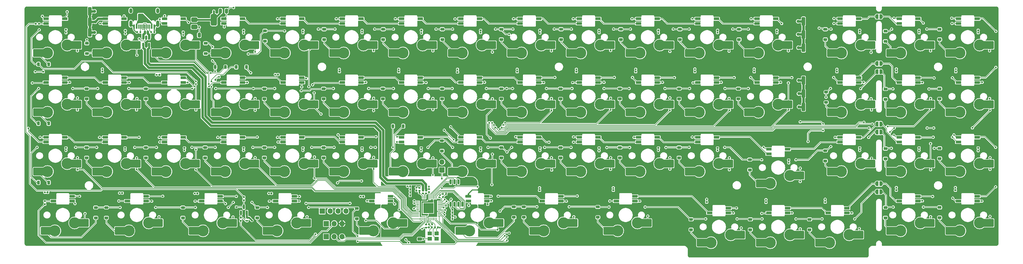
<source format=gbr>
G04 #@! TF.GenerationSoftware,KiCad,Pcbnew,8.0.1*
G04 #@! TF.CreationDate,2024-10-10T20:25:18+02:00*
G04 #@! TF.ProjectId,Mimic40,4d696d69-6334-4302-9e6b-696361645f70,0*
G04 #@! TF.SameCoordinates,Original*
G04 #@! TF.FileFunction,Copper,L2,Bot*
G04 #@! TF.FilePolarity,Positive*
%FSLAX46Y46*%
G04 Gerber Fmt 4.6, Leading zero omitted, Abs format (unit mm)*
G04 Created by KiCad (PCBNEW 8.0.1) date 2024-10-10 20:25:18*
%MOMM*%
%LPD*%
G01*
G04 APERTURE LIST*
G04 Aperture macros list*
%AMRoundRect*
0 Rectangle with rounded corners*
0 $1 Rounding radius*
0 $2 $3 $4 $5 $6 $7 $8 $9 X,Y pos of 4 corners*
0 Add a 4 corners polygon primitive as box body*
4,1,4,$2,$3,$4,$5,$6,$7,$8,$9,$2,$3,0*
0 Add four circle primitives for the rounded corners*
1,1,$1+$1,$2,$3*
1,1,$1+$1,$4,$5*
1,1,$1+$1,$6,$7*
1,1,$1+$1,$8,$9*
0 Add four rect primitives between the rounded corners*
20,1,$1+$1,$2,$3,$4,$5,0*
20,1,$1+$1,$4,$5,$6,$7,0*
20,1,$1+$1,$6,$7,$8,$9,0*
20,1,$1+$1,$8,$9,$2,$3,0*%
%AMFreePoly0*
4,1,19,0.500000,-0.750000,0.000000,-0.750000,0.000000,-0.744911,-0.071157,-0.744911,-0.207708,-0.704816,-0.327430,-0.627875,-0.420627,-0.520320,-0.479746,-0.390866,-0.500000,-0.250000,-0.500000,0.250000,-0.479746,0.390866,-0.420627,0.520320,-0.327430,0.627875,-0.207708,0.704816,-0.071157,0.744911,0.000000,0.744911,0.000000,0.750000,0.500000,0.750000,0.500000,-0.750000,0.500000,-0.750000,
$1*%
%AMFreePoly1*
4,1,19,0.000000,0.744911,0.071157,0.744911,0.207708,0.704816,0.327430,0.627875,0.420627,0.520320,0.479746,0.390866,0.500000,0.250000,0.500000,-0.250000,0.479746,-0.390866,0.420627,-0.520320,0.327430,-0.627875,0.207708,-0.704816,0.071157,-0.744911,0.000000,-0.744911,0.000000,-0.750000,-0.500000,-0.750000,-0.500000,0.750000,0.000000,0.750000,0.000000,0.744911,0.000000,0.744911,
$1*%
G04 Aperture macros list end*
G04 #@! TA.AperFunction,SMDPad,CuDef*
%ADD10RoundRect,0.250000X-0.325000X-1.100000X0.325000X-1.100000X0.325000X1.100000X-0.325000X1.100000X0*%
G04 #@! TD*
G04 #@! TA.AperFunction,SMDPad,CuDef*
%ADD11RoundRect,0.250000X0.325000X1.100000X-0.325000X1.100000X-0.325000X-1.100000X0.325000X-1.100000X0*%
G04 #@! TD*
G04 #@! TA.AperFunction,SMDPad,CuDef*
%ADD12RoundRect,0.250000X1.525000X1.000000X-1.525000X1.000000X-1.525000X-1.000000X1.525000X-1.000000X0*%
G04 #@! TD*
G04 #@! TA.AperFunction,ComponentPad*
%ADD13C,3.600000*%
G04 #@! TD*
G04 #@! TA.AperFunction,ComponentPad*
%ADD14R,1.700000X1.700000*%
G04 #@! TD*
G04 #@! TA.AperFunction,ComponentPad*
%ADD15O,1.700000X1.700000*%
G04 #@! TD*
G04 #@! TA.AperFunction,SMDPad,CuDef*
%ADD16RoundRect,0.225000X-0.225000X-0.375000X0.225000X-0.375000X0.225000X0.375000X-0.225000X0.375000X0*%
G04 #@! TD*
G04 #@! TA.AperFunction,SMDPad,CuDef*
%ADD17R,1.800000X0.820000*%
G04 #@! TD*
G04 #@! TA.AperFunction,SMDPad,CuDef*
%ADD18RoundRect,0.140000X0.170000X-0.140000X0.170000X0.140000X-0.170000X0.140000X-0.170000X-0.140000X0*%
G04 #@! TD*
G04 #@! TA.AperFunction,SMDPad,CuDef*
%ADD19RoundRect,0.250000X-0.475000X0.250000X-0.475000X-0.250000X0.475000X-0.250000X0.475000X0.250000X0*%
G04 #@! TD*
G04 #@! TA.AperFunction,SMDPad,CuDef*
%ADD20RoundRect,0.140000X-0.170000X0.140000X-0.170000X-0.140000X0.170000X-0.140000X0.170000X0.140000X0*%
G04 #@! TD*
G04 #@! TA.AperFunction,SMDPad,CuDef*
%ADD21RoundRect,0.225000X0.225000X0.375000X-0.225000X0.375000X-0.225000X-0.375000X0.225000X-0.375000X0*%
G04 #@! TD*
G04 #@! TA.AperFunction,SMDPad,CuDef*
%ADD22RoundRect,0.225000X-0.375000X0.225000X-0.375000X-0.225000X0.375000X-0.225000X0.375000X0.225000X0*%
G04 #@! TD*
G04 #@! TA.AperFunction,SMDPad,CuDef*
%ADD23RoundRect,0.140000X0.140000X0.170000X-0.140000X0.170000X-0.140000X-0.170000X0.140000X-0.170000X0*%
G04 #@! TD*
G04 #@! TA.AperFunction,SMDPad,CuDef*
%ADD24RoundRect,0.135000X0.185000X-0.135000X0.185000X0.135000X-0.185000X0.135000X-0.185000X-0.135000X0*%
G04 #@! TD*
G04 #@! TA.AperFunction,SMDPad,CuDef*
%ADD25FreePoly0,180.000000*%
G04 #@! TD*
G04 #@! TA.AperFunction,SMDPad,CuDef*
%ADD26FreePoly1,180.000000*%
G04 #@! TD*
G04 #@! TA.AperFunction,SMDPad,CuDef*
%ADD27RoundRect,0.135000X0.135000X0.185000X-0.135000X0.185000X-0.135000X-0.185000X0.135000X-0.185000X0*%
G04 #@! TD*
G04 #@! TA.AperFunction,SMDPad,CuDef*
%ADD28RoundRect,0.140000X-0.140000X-0.170000X0.140000X-0.170000X0.140000X0.170000X-0.140000X0.170000X0*%
G04 #@! TD*
G04 #@! TA.AperFunction,SMDPad,CuDef*
%ADD29RoundRect,0.150000X-0.150000X0.512500X-0.150000X-0.512500X0.150000X-0.512500X0.150000X0.512500X0*%
G04 #@! TD*
G04 #@! TA.AperFunction,SMDPad,CuDef*
%ADD30RoundRect,0.135000X-0.185000X0.135000X-0.185000X-0.135000X0.185000X-0.135000X0.185000X0.135000X0*%
G04 #@! TD*
G04 #@! TA.AperFunction,SMDPad,CuDef*
%ADD31R,0.600000X1.450000*%
G04 #@! TD*
G04 #@! TA.AperFunction,SMDPad,CuDef*
%ADD32R,0.300000X1.450000*%
G04 #@! TD*
G04 #@! TA.AperFunction,ComponentPad*
%ADD33O,1.000000X1.600000*%
G04 #@! TD*
G04 #@! TA.AperFunction,ComponentPad*
%ADD34O,1.000000X2.100000*%
G04 #@! TD*
G04 #@! TA.AperFunction,SMDPad,CuDef*
%ADD35FreePoly0,0.000000*%
G04 #@! TD*
G04 #@! TA.AperFunction,SMDPad,CuDef*
%ADD36FreePoly1,0.000000*%
G04 #@! TD*
G04 #@! TA.AperFunction,SMDPad,CuDef*
%ADD37RoundRect,0.250000X0.250000X0.475000X-0.250000X0.475000X-0.250000X-0.475000X0.250000X-0.475000X0*%
G04 #@! TD*
G04 #@! TA.AperFunction,SMDPad,CuDef*
%ADD38R,1.700000X0.820000*%
G04 #@! TD*
G04 #@! TA.AperFunction,SMDPad,CuDef*
%ADD39RoundRect,0.135000X-0.135000X-0.185000X0.135000X-0.185000X0.135000X0.185000X-0.135000X0.185000X0*%
G04 #@! TD*
G04 #@! TA.AperFunction,SMDPad,CuDef*
%ADD40R,1.400000X1.200000*%
G04 #@! TD*
G04 #@! TA.AperFunction,SMDPad,CuDef*
%ADD41RoundRect,0.250000X-0.250000X-0.475000X0.250000X-0.475000X0.250000X0.475000X-0.250000X0.475000X0*%
G04 #@! TD*
G04 #@! TA.AperFunction,SMDPad,CuDef*
%ADD42RoundRect,0.150000X0.150000X-0.587500X0.150000X0.587500X-0.150000X0.587500X-0.150000X-0.587500X0*%
G04 #@! TD*
G04 #@! TA.AperFunction,SMDPad,CuDef*
%ADD43RoundRect,0.150000X0.150000X-0.650000X0.150000X0.650000X-0.150000X0.650000X-0.150000X-0.650000X0*%
G04 #@! TD*
G04 #@! TA.AperFunction,SMDPad,CuDef*
%ADD44RoundRect,0.375000X-0.625000X-0.375000X0.625000X-0.375000X0.625000X0.375000X-0.625000X0.375000X0*%
G04 #@! TD*
G04 #@! TA.AperFunction,SMDPad,CuDef*
%ADD45RoundRect,0.500000X-0.500000X-1.400000X0.500000X-1.400000X0.500000X1.400000X-0.500000X1.400000X0*%
G04 #@! TD*
G04 #@! TA.AperFunction,SMDPad,CuDef*
%ADD46RoundRect,0.050000X0.387500X0.050000X-0.387500X0.050000X-0.387500X-0.050000X0.387500X-0.050000X0*%
G04 #@! TD*
G04 #@! TA.AperFunction,SMDPad,CuDef*
%ADD47RoundRect,0.050000X0.050000X0.387500X-0.050000X0.387500X-0.050000X-0.387500X0.050000X-0.387500X0*%
G04 #@! TD*
G04 #@! TA.AperFunction,HeatsinkPad*
%ADD48R,3.200000X3.200000*%
G04 #@! TD*
G04 #@! TA.AperFunction,ViaPad*
%ADD49C,0.600000*%
G04 #@! TD*
G04 #@! TA.AperFunction,ViaPad*
%ADD50C,1.000000*%
G04 #@! TD*
G04 #@! TA.AperFunction,Conductor*
%ADD51C,0.150000*%
G04 #@! TD*
G04 #@! TA.AperFunction,Conductor*
%ADD52C,0.800000*%
G04 #@! TD*
G04 #@! TA.AperFunction,Conductor*
%ADD53C,0.350000*%
G04 #@! TD*
G04 #@! TA.AperFunction,Conductor*
%ADD54C,1.000000*%
G04 #@! TD*
G04 #@! TA.AperFunction,Conductor*
%ADD55C,0.600000*%
G04 #@! TD*
G04 #@! TA.AperFunction,Conductor*
%ADD56C,0.300000*%
G04 #@! TD*
G04 #@! TA.AperFunction,Conductor*
%ADD57C,0.200000*%
G04 #@! TD*
G04 APERTURE END LIST*
D10*
X84324999Y-84000000D03*
X87275001Y-84000000D03*
X84324999Y-87400000D03*
X87275001Y-87400000D03*
D11*
X319675000Y-111300000D03*
X316725000Y-111300000D03*
X319675000Y-107050000D03*
X316725000Y-107050000D03*
X319675000Y-102800000D03*
X316725000Y-102800000D03*
X319675000Y-92300000D03*
X316725000Y-92300000D03*
X319675000Y-88050000D03*
X316725000Y-88050000D03*
X316725000Y-83800000D03*
X319675000Y-83800000D03*
D10*
X84325000Y-80600000D03*
X87275000Y-80600000D03*
D12*
X197085000Y-91440000D03*
D13*
X194310000Y-91440000D03*
X187960000Y-93980000D03*
D12*
X185180000Y-93980000D03*
X376155000Y-129540000D03*
D13*
X373380000Y-129540000D03*
X367030000Y-132080000D03*
D12*
X364250000Y-132080000D03*
X139935000Y-110490000D03*
D13*
X137160000Y-110490000D03*
X130810000Y-113030000D03*
D12*
X128030000Y-113030000D03*
X334245000Y-152400000D03*
D13*
X331470000Y-152400000D03*
X325120000Y-154940000D03*
D12*
X322340000Y-154940000D03*
X139935000Y-129540000D03*
D13*
X137160000Y-129540000D03*
X130810000Y-132080000D03*
D12*
X128030000Y-132080000D03*
X357105000Y-148590000D03*
D13*
X354330000Y-148590000D03*
X347980000Y-151130000D03*
D12*
X345200000Y-151130000D03*
X132791250Y-148590000D03*
D13*
X130016250Y-148590000D03*
X123666250Y-151130000D03*
D12*
X120886250Y-151130000D03*
X108978750Y-148590000D03*
D13*
X106203750Y-148590000D03*
X99853750Y-151130000D03*
D12*
X97073750Y-151130000D03*
X120885000Y-110490000D03*
D13*
X118110000Y-110490000D03*
X111760000Y-113030000D03*
D12*
X108980000Y-113030000D03*
D14*
X200500000Y-131575000D03*
D15*
X200500000Y-129035000D03*
D12*
X235185000Y-129540000D03*
D13*
X232410000Y-129540000D03*
X226060000Y-132080000D03*
D12*
X223280000Y-132080000D03*
X197085000Y-129540000D03*
D13*
X194310000Y-129540000D03*
X187960000Y-132080000D03*
D12*
X185180000Y-132080000D03*
X292335000Y-91440000D03*
D13*
X289560000Y-91440000D03*
X283210000Y-93980000D03*
D12*
X280430000Y-93980000D03*
X187560000Y-148590000D03*
D13*
X184785000Y-148590000D03*
X178435000Y-151130000D03*
D12*
X175655000Y-151130000D03*
X273285000Y-129540000D03*
D13*
X270510000Y-129540000D03*
X264160000Y-132080000D03*
D12*
X261380000Y-132080000D03*
X292335000Y-110490000D03*
D13*
X289560000Y-110490000D03*
X283210000Y-113030000D03*
D12*
X280430000Y-113030000D03*
X266141250Y-148590000D03*
D13*
X263366250Y-148590000D03*
X257016250Y-151130000D03*
D12*
X254236250Y-151130000D03*
X158985000Y-129540000D03*
D13*
X156210000Y-129540000D03*
X149860000Y-132080000D03*
D12*
X147080000Y-132080000D03*
X338055000Y-110490000D03*
D13*
X335280000Y-110490000D03*
X328930000Y-113030000D03*
D12*
X326150000Y-113030000D03*
X273285000Y-110490000D03*
D13*
X270510000Y-110490000D03*
X264160000Y-113030000D03*
D12*
X261380000Y-113030000D03*
X357105000Y-129540000D03*
D13*
X354330000Y-129540000D03*
X347980000Y-132080000D03*
D12*
X345200000Y-132080000D03*
X120885000Y-91440000D03*
D13*
X118110000Y-91440000D03*
X111760000Y-93980000D03*
D12*
X108980000Y-93980000D03*
X156603750Y-148590000D03*
D13*
X153828750Y-148590000D03*
X147478750Y-151130000D03*
D12*
X144698750Y-151130000D03*
X338055000Y-91440000D03*
D13*
X335280000Y-91440000D03*
X328930000Y-93980000D03*
D12*
X326150000Y-93980000D03*
X315195000Y-133350000D03*
D13*
X312420000Y-133350000D03*
X306070000Y-135890000D03*
D12*
X303290000Y-135890000D03*
X338055000Y-129540000D03*
D13*
X335280000Y-129540000D03*
X328930000Y-132080000D03*
D12*
X326150000Y-132080000D03*
X357105000Y-91440000D03*
D13*
X354330000Y-91440000D03*
X347980000Y-93980000D03*
D12*
X345200000Y-93980000D03*
X101835000Y-110490000D03*
D13*
X99060000Y-110490000D03*
X92710000Y-113030000D03*
D12*
X89930000Y-113030000D03*
X254235000Y-129540000D03*
D13*
X251460000Y-129540000D03*
X245110000Y-132080000D03*
D12*
X242330000Y-132080000D03*
X82785000Y-129540000D03*
D13*
X80010000Y-129540000D03*
X73660000Y-132080000D03*
D12*
X70880000Y-132080000D03*
X254235000Y-110490000D03*
D13*
X251460000Y-110490000D03*
X245110000Y-113030000D03*
D12*
X242330000Y-113030000D03*
X216135000Y-129540000D03*
D13*
X213360000Y-129540000D03*
X207010000Y-132080000D03*
D12*
X204230000Y-132080000D03*
X101835000Y-129540000D03*
D13*
X99060000Y-129540000D03*
X92710000Y-132080000D03*
D12*
X89930000Y-132080000D03*
X101835000Y-91440000D03*
D13*
X99060000Y-91440000D03*
X92710000Y-93980000D03*
D12*
X89930000Y-93980000D03*
X139935000Y-91440000D03*
D13*
X137160000Y-91440000D03*
X130810000Y-93980000D03*
D12*
X128030000Y-93980000D03*
X235185000Y-91440000D03*
D13*
X232410000Y-91440000D03*
X226060000Y-93980000D03*
D12*
X223280000Y-93980000D03*
X235185000Y-110490000D03*
D13*
X232410000Y-110490000D03*
X226060000Y-113030000D03*
D12*
X223280000Y-113030000D03*
X82785000Y-91440000D03*
D13*
X80010000Y-91440000D03*
X73660000Y-93980000D03*
D12*
X70880000Y-93980000D03*
X376155000Y-91440000D03*
D13*
X373380000Y-91440000D03*
X367030000Y-93980000D03*
D12*
X364250000Y-93980000D03*
X254235000Y-91440000D03*
D13*
X251460000Y-91440000D03*
X245110000Y-93980000D03*
D12*
X242330000Y-93980000D03*
X178035000Y-110490000D03*
D13*
X175260000Y-110490000D03*
X168910000Y-113030000D03*
D12*
X166130000Y-113030000D03*
X178035000Y-129540000D03*
D13*
X175260000Y-129540000D03*
X168910000Y-132080000D03*
D12*
X166130000Y-132080000D03*
X216135000Y-110490000D03*
D13*
X213360000Y-110490000D03*
X207010000Y-113030000D03*
D12*
X204230000Y-113030000D03*
X158985000Y-110490000D03*
D13*
X156210000Y-110490000D03*
X149860000Y-113030000D03*
D12*
X147080000Y-113030000D03*
X158985000Y-91440000D03*
D13*
X156210000Y-91440000D03*
X149860000Y-93980000D03*
D12*
X147080000Y-93980000D03*
X273285000Y-91440000D03*
D13*
X270510000Y-91440000D03*
X264160000Y-93980000D03*
D12*
X261380000Y-93980000D03*
X216135000Y-91440000D03*
D13*
X213360000Y-91440000D03*
X207010000Y-93980000D03*
D12*
X204230000Y-93980000D03*
X82785000Y-110490000D03*
D13*
X80010000Y-110490000D03*
X73660000Y-113030000D03*
D12*
X70880000Y-113030000D03*
X357105000Y-110490000D03*
D13*
X354330000Y-110490000D03*
X347980000Y-113030000D03*
D12*
X345200000Y-113030000D03*
X242328750Y-148590000D03*
D13*
X239553750Y-148590000D03*
X233203750Y-151130000D03*
D12*
X230423750Y-151130000D03*
X85166250Y-148590000D03*
D13*
X82391250Y-148590000D03*
X76041250Y-151130000D03*
D12*
X73261250Y-151130000D03*
X292335000Y-129540000D03*
D13*
X289560000Y-129540000D03*
X283210000Y-132080000D03*
D12*
X280430000Y-132080000D03*
X315195000Y-152400000D03*
D13*
X312420000Y-152400000D03*
X306070000Y-154940000D03*
D12*
X303290000Y-154940000D03*
X197085000Y-110490000D03*
D13*
X194310000Y-110490000D03*
X187960000Y-113030000D03*
D12*
X185180000Y-113030000D03*
X178035000Y-91440000D03*
D13*
X175260000Y-91440000D03*
X168910000Y-93980000D03*
D12*
X166130000Y-93980000D03*
X311385000Y-91440000D03*
D13*
X308610000Y-91440000D03*
X302260000Y-93980000D03*
D12*
X299480000Y-93980000D03*
X120885000Y-129540000D03*
D13*
X118110000Y-129540000D03*
X111760000Y-132080000D03*
D12*
X108980000Y-132080000D03*
X376155000Y-148590000D03*
D13*
X373380000Y-148590000D03*
X367030000Y-151130000D03*
D12*
X364250000Y-151130000D03*
X296145000Y-152400000D03*
D13*
X293370000Y-152400000D03*
X287020000Y-154940000D03*
D12*
X284240000Y-154940000D03*
X311385000Y-110490000D03*
D13*
X308610000Y-110490000D03*
X302260000Y-113030000D03*
D12*
X299480000Y-113030000D03*
X218516250Y-148590000D03*
D13*
X215741250Y-148590000D03*
X209391250Y-151130000D03*
D12*
X206611250Y-151130000D03*
X376155000Y-110490000D03*
D13*
X373380000Y-110490000D03*
X367030000Y-113030000D03*
D12*
X364250000Y-113030000D03*
D16*
X70750000Y-135600000D03*
X74050000Y-135600000D03*
D17*
X305610000Y-143860000D03*
X305610000Y-145360000D03*
X311610000Y-145360000D03*
X311610000Y-143860000D03*
D18*
X243700000Y-100980000D03*
X243700000Y-100020000D03*
D19*
X193350000Y-151850001D03*
X193350000Y-153749999D03*
D20*
X232000000Y-123520000D03*
X232000000Y-124480000D03*
D17*
X353520000Y-122600000D03*
X353520000Y-121100000D03*
X347520000Y-121100000D03*
X347520000Y-122600000D03*
X193500000Y-84500000D03*
X193500000Y-83000000D03*
X187500000Y-83000000D03*
X187500000Y-84500000D03*
D20*
X155800000Y-123520000D03*
X155800000Y-124480000D03*
D21*
X137650000Y-98500000D03*
X134350000Y-98500000D03*
D22*
X343100000Y-105550000D03*
X343100000Y-108850000D03*
D23*
X128580000Y-102600000D03*
X127620000Y-102600000D03*
D22*
X223600000Y-143450000D03*
X223600000Y-146750000D03*
X124500000Y-90850000D03*
X124500000Y-94150000D03*
D17*
X250650000Y-84500000D03*
X250650000Y-83000000D03*
X244650000Y-83000000D03*
X244650000Y-84500000D03*
X98250000Y-122600000D03*
X98250000Y-121100000D03*
X92250000Y-121100000D03*
X92250000Y-122600000D03*
D22*
X226800000Y-143450000D03*
X226800000Y-146750000D03*
X277000000Y-86350000D03*
X277000000Y-89650000D03*
X324000000Y-106550000D03*
X324000000Y-109850000D03*
X124350000Y-124350000D03*
X124350000Y-127650000D03*
D17*
X75581250Y-140050000D03*
X75581250Y-141550000D03*
X81581250Y-141550000D03*
X81581250Y-140050000D03*
D20*
X353900000Y-123520000D03*
X353900000Y-124480000D03*
D22*
X162450000Y-124350000D03*
X162450000Y-127650000D03*
D23*
X110680000Y-101000000D03*
X109720000Y-101000000D03*
D24*
X72800000Y-142609999D03*
X72800000Y-141590001D03*
D23*
X191229999Y-137800000D03*
X190269999Y-137800000D03*
D18*
X196349999Y-138680000D03*
X196349999Y-137720000D03*
D20*
X270100000Y-123520000D03*
X270100000Y-124480000D03*
D22*
X200550000Y-105450000D03*
X200550000Y-108750000D03*
D17*
X92250000Y-101950000D03*
X92250000Y-103450000D03*
X98250000Y-103450000D03*
X98250000Y-101950000D03*
D18*
X365700000Y-100980000D03*
X365700000Y-100020000D03*
D20*
X270080000Y-85720000D03*
X270080000Y-86680000D03*
D17*
X311610000Y-126410000D03*
X311610000Y-124910000D03*
X305610000Y-124910000D03*
X305610000Y-126410000D03*
D22*
X257700000Y-105450000D03*
X257700000Y-108750000D03*
D25*
X341650000Y-97400000D03*
D26*
X340350000Y-97400000D03*
D17*
X136350000Y-122600000D03*
X136350000Y-121100000D03*
X130350000Y-121100000D03*
X130350000Y-122600000D03*
D20*
X195350000Y-149120000D03*
X195350000Y-150080000D03*
D24*
X194349999Y-139069998D03*
X194349999Y-138050000D03*
D20*
X174800000Y-123520000D03*
X174800000Y-124480000D03*
D18*
X281800000Y-100980000D03*
X281800000Y-100020000D03*
D22*
X299650000Y-147450000D03*
X299650000Y-150750000D03*
D20*
X334800000Y-123520000D03*
X334800000Y-124480000D03*
D18*
X255600000Y-139080000D03*
X255600000Y-138120000D03*
D17*
X250650000Y-122600000D03*
X250650000Y-121100000D03*
X244650000Y-121100000D03*
X244650000Y-122600000D03*
X117300000Y-122600000D03*
X117300000Y-121100000D03*
X111300000Y-121100000D03*
X111300000Y-122600000D03*
D22*
X181500000Y-105450000D03*
X181500000Y-108750000D03*
D17*
X334470000Y-84500000D03*
X334470000Y-83000000D03*
X328470000Y-83000000D03*
X328470000Y-84500000D03*
D20*
X98620000Y-123520000D03*
X98620000Y-124480000D03*
D17*
X79200000Y-84499999D03*
X79200000Y-82999999D03*
X73200000Y-82999999D03*
X73200000Y-84499999D03*
D23*
X74680000Y-138800000D03*
X73720000Y-138800000D03*
D17*
X206550000Y-101950000D03*
X206550000Y-103450000D03*
X212550000Y-103450000D03*
X212550000Y-101950000D03*
D22*
X360500000Y-124600000D03*
X360500000Y-127900000D03*
D23*
X191229998Y-136800000D03*
X190269998Y-136800000D03*
D17*
X328470000Y-101950000D03*
X328470000Y-103450000D03*
X334470000Y-103450000D03*
X334470000Y-101950000D03*
D14*
X163320000Y-148800000D03*
D15*
X165860000Y-148800000D03*
X168400000Y-148800000D03*
D17*
X212550000Y-84500000D03*
X212550000Y-83000000D03*
X206550000Y-83000000D03*
X206550000Y-84500000D03*
X231600000Y-122600000D03*
X231600000Y-121100000D03*
X225600000Y-121100000D03*
X225600000Y-122600000D03*
D27*
X197309999Y-149050000D03*
X196290001Y-149050000D03*
D28*
X198220000Y-150053838D03*
X199180000Y-150053838D03*
D29*
X104450001Y-89062500D03*
X105400000Y-89062500D03*
X106349999Y-89062500D03*
X106349999Y-91337500D03*
X105400000Y-91337500D03*
X104450001Y-91337500D03*
D22*
X280600000Y-147450000D03*
X280600000Y-150750000D03*
X92600000Y-143650000D03*
X92600000Y-146950000D03*
D30*
X195350000Y-138050000D03*
X195350000Y-139069998D03*
D20*
X79600000Y-85520000D03*
X79600000Y-86480000D03*
D22*
X181600000Y-86350000D03*
X181600000Y-89650000D03*
D23*
X122880000Y-139100000D03*
X121920000Y-139100000D03*
D17*
X288750000Y-122600000D03*
X288750000Y-121100000D03*
X282750000Y-121100000D03*
X282750000Y-122600000D03*
D18*
X193249999Y-138280000D03*
X193249999Y-137320000D03*
D14*
X162000000Y-144800000D03*
D15*
X164540000Y-144800000D03*
X167080000Y-144800000D03*
X169620000Y-144800000D03*
D22*
X200500000Y-122150000D03*
X200500000Y-125450000D03*
D18*
X262800000Y-100980000D03*
X262800000Y-100020000D03*
X205500000Y-101080000D03*
X205500000Y-100120000D03*
X186600000Y-100980000D03*
X186600000Y-100020000D03*
D31*
X101500000Y-85485000D03*
X102300000Y-85485000D03*
D32*
X103500000Y-85485000D03*
X104500000Y-85485000D03*
X105000000Y-85485000D03*
X106000000Y-85485000D03*
D31*
X107200000Y-85485000D03*
X108000000Y-85485000D03*
X108000000Y-85485000D03*
X107200000Y-85485000D03*
D32*
X106500000Y-85485000D03*
X105500000Y-85485000D03*
X104000000Y-85485000D03*
X103000000Y-85485000D03*
D31*
X102300000Y-85485000D03*
X101500000Y-85485000D03*
D33*
X100430000Y-80390000D03*
D34*
X100430000Y-84570000D03*
D33*
X109070000Y-80390000D03*
D34*
X109070000Y-84570000D03*
D22*
X343100000Y-143650000D03*
X343100000Y-146950000D03*
D17*
X347520000Y-101950000D03*
X347520000Y-103450000D03*
X353520000Y-103450000D03*
X353520000Y-101950000D03*
X334470000Y-122600000D03*
X334470000Y-121100000D03*
X328470000Y-121100000D03*
X328470000Y-122600000D03*
X155400000Y-122600000D03*
X155400000Y-121100000D03*
X149400000Y-121100000D03*
X149400000Y-122600000D03*
D27*
X103509999Y-87250000D03*
X102490001Y-87250000D03*
D17*
X212550000Y-122600000D03*
X212550000Y-121100000D03*
X206550000Y-121100000D03*
X206550000Y-122600000D03*
D20*
X212900000Y-85720000D03*
X212900000Y-86680000D03*
D22*
X276750000Y-124350000D03*
X276750000Y-127650000D03*
X258000000Y-86350000D03*
X258000000Y-89650000D03*
D20*
X136700000Y-85720000D03*
X136700000Y-86680000D03*
D22*
X162600000Y-86350000D03*
X162600000Y-89650000D03*
D20*
X136700000Y-123520000D03*
X136700000Y-124480000D03*
D17*
X136350000Y-84500000D03*
X136350000Y-83000000D03*
X130350000Y-83000000D03*
X130350000Y-84500000D03*
X263700000Y-101950000D03*
X263700000Y-103450000D03*
X269700000Y-103450000D03*
X269700000Y-101950000D03*
D20*
X98700000Y-85820000D03*
X98700000Y-86780000D03*
D22*
X343100000Y-86950000D03*
X343100000Y-90250000D03*
D16*
X184750000Y-117500000D03*
X188050000Y-117500000D03*
D20*
X289100000Y-85720000D03*
X289100000Y-86680000D03*
X117300000Y-86320000D03*
X117300000Y-87280000D03*
D27*
X201809999Y-139300000D03*
X200790001Y-139300000D03*
D35*
X340350001Y-116800000D03*
D36*
X341649999Y-116800000D03*
D17*
X130350000Y-101950000D03*
X130350000Y-103450000D03*
X136350000Y-103450000D03*
X136350000Y-101950000D03*
D20*
X251000000Y-123520000D03*
X251000000Y-124480000D03*
D23*
X216180000Y-142600000D03*
X215220000Y-142600000D03*
D20*
X251000000Y-85720000D03*
X251000000Y-86680000D03*
X289100000Y-123520000D03*
X289100000Y-124480000D03*
D17*
X98250000Y-84500000D03*
X98250000Y-83000000D03*
X92250000Y-83000000D03*
X92250000Y-84500000D03*
D18*
X365600000Y-139080000D03*
X365600000Y-138120000D03*
D17*
X168450000Y-101950000D03*
X168450000Y-103450000D03*
X174450000Y-103450000D03*
X174450000Y-101950000D03*
X353520000Y-84500000D03*
X353520000Y-83000000D03*
X347520000Y-83000000D03*
X347520000Y-84500000D03*
D20*
X372900000Y-85720000D03*
X372900000Y-86680000D03*
D22*
X105300000Y-105450000D03*
X105300000Y-108750000D03*
X360500000Y-86350000D03*
X360500000Y-89650000D03*
X343100000Y-124700000D03*
X343100000Y-128000000D03*
X295800000Y-105450000D03*
X295800000Y-108750000D03*
X219600000Y-124350000D03*
X219600000Y-127650000D03*
X238650000Y-105450000D03*
X238650000Y-108750000D03*
D17*
X111300000Y-101950000D03*
X111300000Y-103450000D03*
X117300000Y-103450000D03*
X117300000Y-101950000D03*
D22*
X323750000Y-86350000D03*
X323750000Y-89650000D03*
X318700000Y-147450000D03*
X318700000Y-150750000D03*
X257700000Y-124350000D03*
X257700000Y-127650000D03*
D27*
X70909999Y-84600000D03*
X69890001Y-84600000D03*
D20*
X334800000Y-85720000D03*
X334800000Y-86680000D03*
D16*
X127600000Y-98500000D03*
X130900000Y-98500000D03*
D17*
X269700000Y-84500000D03*
X269700000Y-83000000D03*
X263700000Y-83000000D03*
X263700000Y-84500000D03*
D37*
X124349999Y-88250000D03*
X122450001Y-88250000D03*
D22*
X105300000Y-124350000D03*
X105300000Y-127650000D03*
D18*
X231900000Y-139080000D03*
X231900000Y-138120000D03*
X304700000Y-142980000D03*
X304700000Y-142020000D03*
D20*
X193820000Y-123520000D03*
X193820000Y-124480000D03*
D24*
X134400000Y-144509999D03*
X134400000Y-143490001D03*
D23*
X98680000Y-139000000D03*
X97720000Y-139000000D03*
D22*
X117200000Y-143650000D03*
X117200000Y-146950000D03*
D17*
X347520000Y-140050000D03*
X347520000Y-141550000D03*
X353520000Y-141550000D03*
X353520000Y-140050000D03*
D22*
X299500000Y-128250000D03*
X299500000Y-131550000D03*
X323750000Y-125350000D03*
X323750000Y-128650000D03*
D18*
X346600000Y-100980000D03*
X346600000Y-100020000D03*
D25*
X341650000Y-100000000D03*
D26*
X340350000Y-100000000D03*
D22*
X360500000Y-143600000D03*
X360500000Y-146900000D03*
D27*
X201809999Y-140300000D03*
X200790001Y-140300000D03*
D23*
X146680000Y-139100000D03*
X145720000Y-139100000D03*
X176180000Y-140100000D03*
X175220000Y-140100000D03*
D17*
X208931250Y-140050000D03*
D38*
X209031250Y-141550000D03*
D17*
X214931250Y-141550000D03*
X214931250Y-140050000D03*
X231600000Y-84500000D03*
X231600000Y-83000000D03*
X225600000Y-83000000D03*
X225600000Y-84500000D03*
D22*
X276750000Y-105450000D03*
X276750000Y-108750000D03*
X143600000Y-86850000D03*
X143600000Y-90150000D03*
D23*
X191229999Y-138800000D03*
X190269999Y-138800000D03*
D17*
X174450000Y-122600000D03*
X174450000Y-121100000D03*
X168450000Y-121100000D03*
X168450000Y-122600000D03*
D23*
X197280000Y-150053838D03*
X196320000Y-150053838D03*
D22*
X219600000Y-105450000D03*
X219600000Y-108750000D03*
D17*
X366570000Y-140050000D03*
X366570000Y-141550000D03*
X372570000Y-141550000D03*
X372570000Y-140050000D03*
D23*
X148780000Y-100900000D03*
X147820000Y-100900000D03*
D18*
X327500000Y-100980000D03*
X327500000Y-100020000D03*
D22*
X238800000Y-86350000D03*
X238800000Y-89650000D03*
D39*
X106990001Y-87250000D03*
X108009999Y-87250000D03*
D17*
X286560000Y-143860000D03*
X286560000Y-145360000D03*
X292560000Y-145360000D03*
X292560000Y-143860000D03*
D16*
X70750000Y-97600000D03*
X74050000Y-97600000D03*
D17*
X244650000Y-101950000D03*
X244650000Y-103450000D03*
X250650000Y-103450000D03*
X250650000Y-101950000D03*
D20*
X174800000Y-85720000D03*
X174800000Y-86680000D03*
D17*
X155400000Y-84500000D03*
X155400000Y-83000000D03*
X149400000Y-83000000D03*
X149400000Y-84500000D03*
D20*
X212900000Y-123520000D03*
X212900000Y-124480000D03*
D22*
X162450000Y-105450000D03*
X162450000Y-108750000D03*
D17*
X73200000Y-101950000D03*
X73200000Y-103450000D03*
X79200000Y-103450000D03*
X79200000Y-101950000D03*
X147018750Y-140050000D03*
X147018750Y-141550000D03*
X153018750Y-141550000D03*
X153018750Y-140050000D03*
X307800000Y-84500000D03*
X307800000Y-83000000D03*
X301800000Y-83000000D03*
X301800000Y-84500000D03*
D24*
X136800000Y-141309999D03*
X136800000Y-140290001D03*
D20*
X79600000Y-123520000D03*
X79600000Y-124480000D03*
D40*
X198758001Y-153658000D03*
X196558001Y-153658000D03*
X196558001Y-151958000D03*
X198758001Y-151958000D03*
D20*
X155800000Y-85720000D03*
X155800000Y-86680000D03*
X232000000Y-85720000D03*
X232000000Y-86680000D03*
D22*
X86300000Y-90850000D03*
X86300000Y-94150000D03*
X200600000Y-86350000D03*
X200600000Y-89650000D03*
D17*
X193500000Y-122600000D03*
X193500000Y-121100000D03*
X187500000Y-121100000D03*
X187500000Y-122600000D03*
X177975000Y-140050000D03*
X177975000Y-141550000D03*
X183975000Y-141550000D03*
X183975000Y-140050000D03*
X366570000Y-101950000D03*
X366570000Y-103450000D03*
X372570000Y-103450000D03*
X372570000Y-101950000D03*
D28*
X202870000Y-144300000D03*
X203830000Y-144300000D03*
D17*
X282750000Y-101950000D03*
X282750000Y-103450000D03*
X288750000Y-103450000D03*
X288750000Y-101950000D03*
X372570000Y-122600000D03*
X372570000Y-121100000D03*
X366570000Y-121100000D03*
X366570000Y-122600000D03*
D20*
X117700000Y-123520000D03*
X117700000Y-124480000D03*
D18*
X300900000Y-100980000D03*
X300900000Y-100020000D03*
D28*
X202870000Y-145300000D03*
X203830000Y-145300000D03*
D17*
X79200000Y-122600000D03*
X79200000Y-121100000D03*
X73200000Y-121100000D03*
X73200000Y-122600000D03*
D22*
X86250000Y-124350000D03*
X86250000Y-127650000D03*
X143400000Y-105450000D03*
X143400000Y-108750000D03*
D14*
X163300000Y-153000000D03*
D15*
X165840000Y-153000000D03*
X168379999Y-153000000D03*
D41*
X129300001Y-80500000D03*
X131199999Y-80500000D03*
D18*
X224700000Y-100980000D03*
X224700000Y-100020000D03*
D20*
X372900000Y-123520000D03*
X372900000Y-124480000D03*
D22*
X143400000Y-124350000D03*
X143400000Y-127650000D03*
X173100000Y-143950000D03*
X173100000Y-147250000D03*
D18*
X91300000Y-100980000D03*
X91300000Y-100020000D03*
D20*
X353900000Y-85720000D03*
X353900000Y-86680000D03*
D22*
X238650000Y-124350000D03*
X238650000Y-127650000D03*
D18*
X323700000Y-142880000D03*
X323700000Y-141920000D03*
D17*
X123206250Y-140050000D03*
X123206250Y-141550000D03*
X129206250Y-141550000D03*
X129206250Y-140050000D03*
D25*
X341650000Y-136000000D03*
D26*
X340350000Y-136000000D03*
D17*
X232743750Y-140050000D03*
X232743750Y-141550000D03*
X238743750Y-141550000D03*
X238743750Y-140050000D03*
D18*
X167500000Y-100980000D03*
X167500000Y-100020000D03*
X346600000Y-139080000D03*
X346600000Y-138120000D03*
D42*
X137750000Y-145337500D03*
X135850000Y-145337500D03*
X136800000Y-143462499D03*
D17*
X99393750Y-140050000D03*
X99393750Y-141550000D03*
X105393750Y-141550000D03*
X105393750Y-140050000D03*
X256556250Y-140050000D03*
X256556250Y-141550000D03*
X262556250Y-141550000D03*
X262556250Y-140050000D03*
X149400000Y-101950000D03*
X149400000Y-103450000D03*
X155400000Y-103450000D03*
X155400000Y-101950000D03*
D43*
X207055000Y-142600000D03*
X205785000Y-142600000D03*
X204515000Y-142600000D03*
X203245000Y-142600000D03*
X203245000Y-135400000D03*
X204515000Y-135400000D03*
X205785000Y-135400000D03*
X207055000Y-135400000D03*
D44*
X120850000Y-85600000D03*
X120850001Y-83300000D03*
D45*
X127149999Y-83300000D03*
D44*
X120850000Y-81000000D03*
D17*
X372570000Y-84500000D03*
X372570000Y-83000000D03*
X366570000Y-83000000D03*
X366570000Y-84500000D03*
D22*
X296000000Y-86350000D03*
X296000000Y-89650000D03*
D17*
X288750000Y-84500000D03*
X288750000Y-83000000D03*
X282750000Y-83000000D03*
X282750000Y-84500000D03*
D30*
X137799999Y-146890001D03*
X137799999Y-147909999D03*
D28*
X202870000Y-147300000D03*
X203830000Y-147300000D03*
D25*
X341649999Y-138600000D03*
D26*
X340350001Y-138600000D03*
D46*
X199587499Y-141259999D03*
X199587499Y-141660000D03*
X199587499Y-142059999D03*
X199587499Y-142459999D03*
X199587499Y-142859999D03*
X199587499Y-143259998D03*
X199587499Y-143659999D03*
X199587499Y-144059999D03*
X199587499Y-144460000D03*
X199587499Y-144859999D03*
X199587499Y-145259999D03*
X199587499Y-145659999D03*
X199587499Y-146059998D03*
X199587499Y-146459999D03*
D47*
X198749999Y-147297499D03*
X198349998Y-147297499D03*
X197949999Y-147297499D03*
X197549999Y-147297499D03*
X197149999Y-147297499D03*
X196750000Y-147297499D03*
X196349999Y-147297499D03*
X195949999Y-147297499D03*
X195549998Y-147297499D03*
X195149999Y-147297499D03*
X194749999Y-147297499D03*
X194349999Y-147297499D03*
X193950000Y-147297499D03*
X193549999Y-147297499D03*
D46*
X192712499Y-146459999D03*
X192712499Y-146059998D03*
X192712499Y-145659999D03*
X192712499Y-145259999D03*
X192712499Y-144859999D03*
X192712499Y-144460000D03*
X192712499Y-144059999D03*
X192712499Y-143659999D03*
X192712499Y-143259998D03*
X192712499Y-142859999D03*
X192712499Y-142459999D03*
X192712499Y-142059999D03*
X192712499Y-141660000D03*
X192712499Y-141259999D03*
D47*
X193549999Y-140422499D03*
X193950000Y-140422499D03*
X194349999Y-140422499D03*
X194749999Y-140422499D03*
X195149999Y-140422499D03*
X195549998Y-140422499D03*
X195949999Y-140422499D03*
X196349999Y-140422499D03*
X196750000Y-140422499D03*
X197149999Y-140422499D03*
X197549999Y-140422499D03*
X197949999Y-140422499D03*
X198349998Y-140422499D03*
X198749999Y-140422499D03*
D48*
X196149999Y-143859999D03*
D22*
X141100000Y-143650000D03*
X141100000Y-146950000D03*
X250600000Y-143450000D03*
X250600000Y-146750000D03*
D17*
X301800000Y-101950000D03*
X301800000Y-103450000D03*
X307800000Y-103450000D03*
X307800000Y-101950000D03*
X269700000Y-122600000D03*
X269700000Y-121100000D03*
X263700000Y-121100000D03*
X263700000Y-122600000D03*
D18*
X285600000Y-142880000D03*
X285600000Y-141920000D03*
D22*
X89200000Y-143650000D03*
X89200000Y-146950000D03*
D20*
X193900000Y-85720000D03*
X193900000Y-86680000D03*
D22*
X219600000Y-86350000D03*
X219600000Y-89650000D03*
D17*
X225600000Y-101950000D03*
X225600000Y-103450000D03*
X231600000Y-103450000D03*
X231600000Y-101950000D03*
D22*
X360500000Y-105450000D03*
X360500000Y-108750000D03*
D17*
X117300000Y-84500000D03*
X117300000Y-83000000D03*
X111300000Y-83000000D03*
X111300000Y-84500000D03*
X324660000Y-143860000D03*
X324660000Y-145360000D03*
X330660000Y-145360000D03*
X330660000Y-143860000D03*
X187500000Y-101950000D03*
X187500000Y-103450000D03*
X193500000Y-103450000D03*
X193500000Y-101950000D03*
D16*
X70750000Y-116600000D03*
X74050000Y-116600000D03*
D25*
X341650000Y-119400000D03*
D26*
X340350000Y-119400000D03*
D17*
X174450000Y-84500000D03*
X174450000Y-83000000D03*
X168450000Y-83000000D03*
X168450000Y-84500000D03*
D18*
X192249999Y-139180000D03*
X192249999Y-138220000D03*
D22*
X86250000Y-105450000D03*
X86250000Y-108750000D03*
D18*
X72300000Y-100980000D03*
X72300000Y-100020000D03*
D24*
X135799999Y-147909999D03*
X135799999Y-146890001D03*
D20*
X312000000Y-127420000D03*
X312000000Y-128380000D03*
X308200000Y-85720000D03*
X308200000Y-86680000D03*
D23*
X191230000Y-139800000D03*
X190270000Y-139800000D03*
D28*
X202870000Y-146300000D03*
X203830000Y-146300000D03*
D35*
X340350001Y-82300000D03*
D36*
X341649999Y-82300000D03*
D49*
X121400000Y-103100000D03*
X127600000Y-99875000D03*
D50*
X89000000Y-84000000D03*
X88800000Y-80600000D03*
X88800000Y-87400000D03*
X315300000Y-111300000D03*
X315250000Y-107050000D03*
X315200000Y-102800000D03*
X315000000Y-83800000D03*
X315100000Y-92300000D03*
X315000000Y-88000000D03*
D49*
X255700000Y-86300000D03*
X236600000Y-86300000D03*
X222100000Y-151850000D03*
X166100000Y-86300000D03*
X261100000Y-86300000D03*
X203900000Y-86300000D03*
X222100000Y-87974998D03*
X160750000Y-86300000D03*
X345100000Y-86300000D03*
X274850000Y-86300000D03*
X217700000Y-86300000D03*
X223300000Y-86300000D03*
X71000000Y-86550000D03*
X321800000Y-86000000D03*
X178850000Y-86300000D03*
X138250000Y-94300000D03*
X280000000Y-86300000D03*
X126750000Y-92000000D03*
X242100000Y-86300000D03*
X184900000Y-86300000D03*
X325600000Y-86300000D03*
X299000000Y-86300000D03*
X356400000Y-86300000D03*
X149900000Y-86900000D03*
X198600000Y-86300000D03*
X294000000Y-86300000D03*
X126750000Y-96500000D03*
X86300000Y-89700000D03*
X357075000Y-105550000D03*
X127750000Y-105400000D03*
X291500000Y-105400000D03*
X272200000Y-105400000D03*
X335125000Y-105425000D03*
X155250000Y-106100000D03*
X165600000Y-105400000D03*
X345500000Y-105500000D03*
X242300000Y-105400000D03*
X221300000Y-105400000D03*
X70800000Y-105400000D03*
X120200000Y-105400000D03*
X196100000Y-105400000D03*
X325400000Y-105400000D03*
X280100000Y-105400000D03*
X176900000Y-105400000D03*
X260700000Y-105400000D03*
X299000000Y-105400000D03*
X223200000Y-105400000D03*
X99800000Y-105400000D03*
X89800000Y-105400000D03*
X184900000Y-105400000D03*
X146700000Y-105400000D03*
X252600000Y-105400000D03*
X324000000Y-108200000D03*
X220700000Y-152750000D03*
X81800000Y-105400000D03*
X234100000Y-105400000D03*
X139000000Y-100350000D03*
X214800000Y-105400000D03*
X203800000Y-105400000D03*
X139875000Y-105400000D03*
X222900000Y-124300000D03*
X303300000Y-128300000D03*
X89500000Y-124300000D03*
X345000000Y-124600000D03*
X82700000Y-124300000D03*
X253500000Y-124350000D03*
X260850000Y-124350000D03*
X127600000Y-124300000D03*
X70300000Y-124300000D03*
X165800000Y-124300000D03*
X215300000Y-124300000D03*
X233500000Y-124300000D03*
X314300000Y-128300000D03*
X291400000Y-124300000D03*
X179100000Y-124300000D03*
X196000000Y-124300000D03*
X203900000Y-124300000D03*
X221400000Y-125800000D03*
X272500000Y-124350000D03*
X221400000Y-153100000D03*
X158600000Y-124300000D03*
X101700000Y-124300000D03*
X184700000Y-124300000D03*
X325500000Y-124050000D03*
X177600000Y-124300000D03*
X139700000Y-124300000D03*
X358750000Y-124600000D03*
X120100000Y-124300000D03*
X242000000Y-124300000D03*
X146700000Y-124300000D03*
X337703110Y-121103110D03*
X280000000Y-124300000D03*
X108700000Y-124300000D03*
X295400000Y-147300000D03*
X131800000Y-143600000D03*
X139400000Y-142000000D03*
X345600000Y-143500000D03*
X221400000Y-154300000D03*
X303400000Y-147300000D03*
X157600000Y-143600000D03*
X121200000Y-143600000D03*
X254200000Y-143500000D03*
X108400000Y-143600000D03*
X133400000Y-142000000D03*
X333200000Y-147300000D03*
X173400000Y-154500000D03*
X265800000Y-143500000D03*
X219200000Y-144800000D03*
X144400000Y-143600000D03*
X355300000Y-143500000D03*
X285300000Y-147300000D03*
X231000000Y-143400000D03*
X97000000Y-143600000D03*
X241400000Y-143400000D03*
X314300000Y-147300000D03*
X322700000Y-147300000D03*
X173400000Y-152800000D03*
X85700000Y-145600000D03*
X83300000Y-131500000D03*
X83300000Y-93300000D03*
X83300000Y-108400000D03*
X83300000Y-112300000D03*
X83300000Y-127600000D03*
X109500000Y-146600000D03*
X102400000Y-94700000D03*
X102300000Y-131400000D03*
X102300000Y-112300000D03*
X102300000Y-127700000D03*
X102400000Y-108600000D03*
X121400000Y-125000000D03*
X121400000Y-131500000D03*
X125561129Y-103953945D03*
X133300000Y-146700000D03*
X121400000Y-103953945D03*
X121400000Y-112300000D03*
X140400000Y-93600000D03*
X140400000Y-127600000D03*
X140435000Y-112400000D03*
X140400000Y-108600000D03*
X159400000Y-106800000D03*
X161600000Y-113600000D03*
X157100000Y-146600000D03*
X159500000Y-127400000D03*
X159485000Y-134200000D03*
X157700000Y-104800000D03*
X166900000Y-135700000D03*
X178500000Y-112500000D03*
X174635000Y-135100000D03*
X176000000Y-147825000D03*
X178500000Y-127500000D03*
X178535000Y-131200000D03*
X178500000Y-108500000D03*
X178500000Y-93250000D03*
X197600000Y-93300000D03*
X197585000Y-133200000D03*
X211950000Y-136950000D03*
X197600000Y-127700000D03*
X197600000Y-108600000D03*
X218400000Y-150800000D03*
X200450000Y-137450000D03*
X197600000Y-112200000D03*
X216700000Y-126500000D03*
X216550000Y-136300000D03*
X216700000Y-108700000D03*
X216050000Y-121300000D03*
X201300000Y-145950000D03*
X216700000Y-93700000D03*
X235800000Y-131600000D03*
X235700000Y-127600000D03*
X235700000Y-108600000D03*
X235700000Y-112400000D03*
X220742577Y-116443514D03*
X242900000Y-146600000D03*
X235700000Y-93300000D03*
X201300000Y-145172182D03*
X254700000Y-112300000D03*
X254700000Y-108500000D03*
X254700000Y-131400000D03*
X201527208Y-144450000D03*
X254735000Y-93200000D03*
X220192577Y-117100000D03*
X254735000Y-127600000D03*
X266700000Y-146400000D03*
X296700000Y-150200000D03*
X219642577Y-117900000D03*
X273800000Y-93500000D03*
X273800000Y-108400000D03*
X273800000Y-127600000D03*
X273800000Y-131300000D03*
X201050000Y-143659999D03*
X273800000Y-112400000D03*
X315700000Y-150500000D03*
X292800000Y-108600000D03*
X292900000Y-131500000D03*
X292800000Y-93400000D03*
X292900000Y-127700000D03*
X201843630Y-143109999D03*
X219092577Y-118450000D03*
X292900000Y-112400000D03*
X315700000Y-131000000D03*
X318200000Y-122400000D03*
X311885000Y-103600000D03*
X311885000Y-93285000D03*
X323040000Y-118890000D03*
X323040000Y-116790000D03*
X334700000Y-150400000D03*
X203450000Y-141000000D03*
X217750000Y-117900000D03*
X315700000Y-135300000D03*
X311900000Y-112300000D03*
X315700000Y-116100000D03*
X217185000Y-117100000D03*
X201961091Y-141642105D03*
X338500000Y-108700000D03*
X338600000Y-112300000D03*
X338600000Y-127800000D03*
X338500000Y-93800000D03*
X336150000Y-116250000D03*
X358600000Y-118100000D03*
X376600000Y-93300000D03*
X344600000Y-119400000D03*
X376700000Y-127600000D03*
X215700000Y-116400000D03*
X345900000Y-118100000D03*
X376700000Y-131400000D03*
X371050000Y-118050000D03*
X376600000Y-108600000D03*
X337775000Y-118100000D03*
X376700000Y-146500000D03*
X199600000Y-140400000D03*
X376700000Y-112400000D03*
X356500000Y-118100000D03*
D50*
X106500000Y-81900000D03*
X108000000Y-81900000D03*
D49*
X139400000Y-147800000D03*
X204100000Y-150200000D03*
X202500000Y-149000000D03*
X188200000Y-137600000D03*
X207250000Y-148200000D03*
X189900000Y-142400000D03*
X209200000Y-135400000D03*
X192200000Y-149000000D03*
X204500000Y-140100000D03*
X202500000Y-153500000D03*
X188950000Y-150750000D03*
X127127000Y-80518000D03*
X198400000Y-146050000D03*
X187000000Y-137600000D03*
X193249999Y-138894704D03*
X196349999Y-141470001D03*
X126400000Y-104800000D03*
X126400000Y-103100000D03*
X126100000Y-100400000D03*
X125036129Y-100400000D03*
X80800000Y-103400000D03*
X155800000Y-87500000D03*
X224200000Y-120900000D03*
X99950000Y-103450000D03*
X155400000Y-104900000D03*
X176000000Y-103400000D03*
X233200000Y-103500000D03*
X193800000Y-125400000D03*
X121000000Y-139100000D03*
X186100000Y-120900000D03*
X346600000Y-137200000D03*
X201250000Y-118800000D03*
X136700000Y-125300000D03*
X309400000Y-103400000D03*
X79600000Y-125300000D03*
X271400000Y-103400000D03*
X194139000Y-150439000D03*
X364400000Y-82800000D03*
X133500000Y-79400000D03*
X216400000Y-141500000D03*
X327500000Y-99200000D03*
X304700000Y-141100000D03*
X374100000Y-141600000D03*
X111300000Y-82000000D03*
X223500000Y-83000000D03*
X281800000Y-99100000D03*
X242800000Y-120950000D03*
X193900000Y-87600000D03*
X214200000Y-103400000D03*
X270100000Y-125300000D03*
X345800000Y-82800000D03*
X185300000Y-142500000D03*
X69700000Y-100000000D03*
X199905766Y-150094234D03*
X197000000Y-144800000D03*
X303900000Y-124300000D03*
X186600000Y-99200000D03*
X103150000Y-89400000D03*
X122500000Y-85700000D03*
X312000000Y-129300000D03*
X212900000Y-87500000D03*
X204700000Y-83050000D03*
X192249999Y-137189999D03*
X117300000Y-88200000D03*
X195200000Y-143000000D03*
X270100000Y-87600000D03*
X300900000Y-99100000D03*
X281000000Y-83000000D03*
X281000000Y-121000000D03*
X289100000Y-87500000D03*
X332300000Y-145400000D03*
X261600000Y-83000000D03*
X224700000Y-99200000D03*
X212900000Y-125400000D03*
X334800000Y-87500000D03*
X174800000Y-125300000D03*
X196349999Y-136900000D03*
X355000000Y-103500000D03*
X365600000Y-137200000D03*
X346600000Y-99100000D03*
X174800000Y-87500000D03*
X147600000Y-83000000D03*
X136700000Y-87600000D03*
X345800000Y-120400000D03*
X323700000Y-141000000D03*
X196149999Y-143859999D03*
X79600000Y-87500000D03*
X108700000Y-101000000D03*
X313100000Y-145400000D03*
X289100000Y-125300000D03*
X72000000Y-82200000D03*
X98600000Y-125200000D03*
X336100000Y-103400000D03*
X365700000Y-99100000D03*
X130900000Y-142400000D03*
X294200000Y-145400000D03*
X167500000Y-99200000D03*
X91300000Y-99100000D03*
X374200000Y-103400000D03*
X189400000Y-136800000D03*
X96800000Y-139000000D03*
X243700000Y-99200000D03*
X372900000Y-125400000D03*
X262800000Y-99200000D03*
X128849998Y-101690000D03*
X204300000Y-121850000D03*
X72800000Y-138800000D03*
X185500000Y-83000000D03*
X204724000Y-146685000D03*
X167100000Y-120300000D03*
X155800000Y-125300000D03*
X174300000Y-140100000D03*
X308200000Y-87500000D03*
X232000000Y-87600000D03*
X82500000Y-142400000D03*
X195200000Y-144800000D03*
X137900000Y-103450000D03*
X118800000Y-103450000D03*
X326500000Y-82900000D03*
X197000000Y-143000000D03*
X107200000Y-141600000D03*
X262250000Y-121100000D03*
X90400000Y-121100000D03*
X194560000Y-153736000D03*
X205500000Y-99200000D03*
X231900000Y-137300000D03*
X117700000Y-125300000D03*
X365100000Y-120300000D03*
X147600000Y-121100000D03*
X109600000Y-121100000D03*
X154600000Y-141600000D03*
X334800000Y-125300000D03*
X128400000Y-121100000D03*
X251000000Y-125400000D03*
X166500000Y-83000000D03*
X144800000Y-139100000D03*
X242700000Y-83000000D03*
X353900000Y-125300000D03*
X290300000Y-103400000D03*
X195400000Y-103500000D03*
X146900000Y-100900000D03*
X285600000Y-141000000D03*
X203300000Y-117700000D03*
X240500000Y-141600000D03*
X353900000Y-87500000D03*
X232000000Y-125300000D03*
X264100000Y-141600000D03*
X372900000Y-87500000D03*
X71300000Y-121100000D03*
X251000000Y-87500000D03*
X252600000Y-103400000D03*
X299900000Y-83000000D03*
X326900000Y-121100000D03*
X255600000Y-137300000D03*
X355000000Y-141500000D03*
X98700000Y-87800000D03*
X309725000Y-84525000D03*
X326500000Y-84500000D03*
X378600000Y-87000000D03*
X378600000Y-98600000D03*
X355262867Y-84362867D03*
X364500000Y-84500000D03*
X119000000Y-84140000D03*
X130500000Y-85600000D03*
X200500000Y-134400000D03*
X199849683Y-139692780D03*
X98300000Y-82100000D03*
X109800000Y-83100000D03*
X216600000Y-116400000D03*
X357600000Y-112200000D03*
X201400000Y-141092105D03*
X357600000Y-131500000D03*
X343800000Y-117575000D03*
X357600000Y-108600000D03*
X357600000Y-93300000D03*
X357600000Y-123100000D03*
X357600000Y-146600000D03*
X338925000Y-116800000D03*
X191550000Y-142250000D03*
X191563909Y-141486091D03*
X364600000Y-121000000D03*
X358450000Y-121050000D03*
X358750000Y-102000000D03*
X364637500Y-101937500D03*
X255900000Y-101850000D03*
X261750000Y-101850000D03*
X299775000Y-101875000D03*
X294450000Y-101900000D03*
X313000000Y-101900000D03*
X326450000Y-101850000D03*
X156900000Y-102200000D03*
X158900000Y-104200000D03*
X275250000Y-101900000D03*
X281200000Y-103600000D03*
X242500000Y-103500000D03*
X236800000Y-101850000D03*
X68775000Y-103625000D03*
X67500000Y-118200000D03*
X120875000Y-104750000D03*
X125600000Y-104750000D03*
X378500000Y-137000000D03*
X378500000Y-124300000D03*
X242800000Y-122650000D03*
X234900000Y-122650000D03*
X186000000Y-122600000D03*
X179300000Y-120900000D03*
X141100000Y-121000000D03*
X147800000Y-122600000D03*
X103100000Y-121100000D03*
X109750000Y-122600000D03*
X134400000Y-140050000D03*
X145000000Y-141600000D03*
X84000000Y-140000000D03*
X96600000Y-141550000D03*
X254450000Y-141550000D03*
X244000000Y-139950000D03*
X188900000Y-154000000D03*
X186775794Y-144350000D03*
X209100000Y-143000000D03*
X189800000Y-154900000D03*
X154700000Y-140100000D03*
X176400000Y-141500000D03*
X156800000Y-142300000D03*
X170900000Y-142300000D03*
X121100000Y-141600000D03*
X110700000Y-140000000D03*
X295200000Y-143800000D03*
X303300000Y-145534999D03*
X364750000Y-140650000D03*
X358250000Y-140100000D03*
X80000000Y-80750000D03*
X90600000Y-84500000D03*
X218575000Y-140000000D03*
X216300000Y-140000000D03*
D50*
X103500000Y-82000000D03*
D49*
X191500000Y-144000000D03*
X159800000Y-152200000D03*
D51*
X322330000Y-116100000D02*
X315700000Y-116100000D01*
X323020000Y-116790000D02*
X322330000Y-116100000D01*
X323040000Y-116790000D02*
X323020000Y-116790000D01*
X319110000Y-118890000D02*
X323040000Y-118890000D01*
X318200000Y-119800000D02*
X319110000Y-118890000D01*
X318200000Y-122400000D02*
X318200000Y-119800000D01*
X98300000Y-83050000D02*
X98325000Y-83075000D01*
X98300000Y-82100000D02*
X98300000Y-83050000D01*
X98325000Y-83075000D02*
X98650000Y-83075000D01*
X104475000Y-101875000D02*
X98050000Y-101875000D01*
X106225000Y-103625000D02*
X104475000Y-101875000D01*
X110875000Y-103625000D02*
X106225000Y-103625000D01*
X118500000Y-100200000D02*
X121400000Y-103100000D01*
X94800000Y-100200000D02*
X118500000Y-100200000D01*
X91200000Y-96600000D02*
X94800000Y-100200000D01*
X86900000Y-96600000D02*
X91200000Y-96600000D01*
X72250000Y-99100000D02*
X82300000Y-99100000D01*
X82300000Y-99100000D02*
X84800000Y-96600000D01*
X70750000Y-97600000D02*
X72250000Y-99100000D01*
X84800000Y-96600000D02*
X86900000Y-96600000D01*
X69700000Y-100000000D02*
X69720000Y-100020000D01*
X69720000Y-100020000D02*
X72300000Y-100020000D01*
X86800000Y-96600000D02*
X86900000Y-96600000D01*
X86300000Y-89700000D02*
X86300000Y-90850000D01*
X127600000Y-99875000D02*
X127600000Y-98500000D01*
X121385000Y-95985000D02*
X121385000Y-91440000D01*
X125561129Y-100161129D02*
X121385000Y-95985000D01*
X125561129Y-103953945D02*
X125561129Y-100161129D01*
X109600000Y-96500000D02*
X108458000Y-95358000D01*
X108458000Y-95358000D02*
X108458000Y-93980000D01*
X121136129Y-96500000D02*
X109600000Y-96500000D01*
X125036129Y-100400000D02*
X121136129Y-96500000D01*
X129000000Y-100400000D02*
X130900000Y-98500000D01*
X126100000Y-100400000D02*
X129000000Y-100400000D01*
X132600000Y-98500000D02*
X134350000Y-98500000D01*
X130200000Y-100900000D02*
X132600000Y-98500000D01*
X128100000Y-100900000D02*
X130200000Y-100900000D01*
X126400000Y-102600000D02*
X128100000Y-100900000D01*
X126400000Y-103100000D02*
X126400000Y-102600000D01*
X127750000Y-105400000D02*
X143100000Y-105400000D01*
X127000000Y-112522000D02*
X127066001Y-112588001D01*
X127000000Y-109400000D02*
X127000000Y-112522000D01*
X126400000Y-104800000D02*
X126400000Y-108800000D01*
X126400000Y-108800000D02*
X127000000Y-109400000D01*
X127600000Y-97350000D02*
X127600000Y-98500000D01*
X126750000Y-96500000D02*
X127600000Y-97350000D01*
X109800000Y-83100000D02*
X109800000Y-83800000D01*
X109800000Y-83800000D02*
X110500000Y-84500000D01*
X90600000Y-84500000D02*
X92075001Y-84500000D01*
D52*
X87275000Y-80600000D02*
X88800000Y-80600000D01*
X89000000Y-84000000D02*
X90000000Y-83000000D01*
X90000000Y-83000000D02*
X92250000Y-83000000D01*
X89000000Y-84000000D02*
X87275001Y-84000000D01*
X87275001Y-87400000D02*
X88800000Y-87400000D01*
X315300000Y-111300000D02*
X316725000Y-111300000D01*
X315250000Y-107050000D02*
X316725000Y-107050000D01*
X315100000Y-92300000D02*
X316725000Y-92300000D01*
X87275001Y-84000000D02*
X87275001Y-87400000D01*
D51*
X322950000Y-86350000D02*
X323750000Y-86350000D01*
X322600000Y-86000000D02*
X322950000Y-86350000D01*
X321800000Y-86000000D02*
X322600000Y-86000000D01*
D52*
X316725000Y-102800000D02*
X315200000Y-102800000D01*
X316725000Y-83800000D02*
X315000000Y-83800000D01*
X316675000Y-88000000D02*
X315000000Y-88000000D01*
X316725000Y-107050000D02*
X316725000Y-111300000D01*
X316725000Y-102800000D02*
X316725000Y-107050000D01*
X316725000Y-88050000D02*
X316725000Y-92300000D01*
X316725000Y-83800000D02*
X316725000Y-88050000D01*
X87275001Y-84000000D02*
X87275000Y-80600000D01*
D51*
X68500000Y-89050000D02*
X71000000Y-86550000D01*
X255750000Y-86350000D02*
X255700000Y-86300000D01*
X205732852Y-153800000D02*
X200700000Y-148767148D01*
X142200000Y-88100000D02*
X142200000Y-93200000D01*
X143450000Y-86850000D02*
X142200000Y-88100000D01*
X222100000Y-151850000D02*
X220650000Y-151850000D01*
X181600000Y-86350000D02*
X184850000Y-86350000D01*
X344450000Y-86950000D02*
X345100000Y-86300000D01*
X217700000Y-86300000D02*
X219350000Y-86300000D01*
X218700000Y-153800000D02*
X205732852Y-153800000D01*
X258000000Y-86350000D02*
X261050000Y-86350000D01*
X325550000Y-86350000D02*
X325600000Y-86300000D01*
X166100000Y-86300000D02*
X162600000Y-86300000D01*
X142200000Y-93200000D02*
X141100000Y-94300000D01*
X219600000Y-86550000D02*
X221024998Y-87974998D01*
X124500000Y-90800000D02*
X125550000Y-90800000D01*
X200600000Y-86350000D02*
X203850000Y-86350000D01*
X178900000Y-86350000D02*
X181600000Y-86350000D01*
X141100000Y-94300000D02*
X138250000Y-94300000D01*
X274900000Y-86350000D02*
X274850000Y-86300000D01*
X343100000Y-86950000D02*
X344450000Y-86950000D01*
X69600000Y-97600000D02*
X68500000Y-96500000D01*
X203850000Y-86350000D02*
X203900000Y-86300000D01*
X149900000Y-86900000D02*
X149850000Y-86850000D01*
X236600000Y-86300000D02*
X238800000Y-86300000D01*
X223300000Y-86300000D02*
X219600000Y-86300000D01*
X261050000Y-86350000D02*
X261100000Y-86300000D01*
X277000000Y-86350000D02*
X274900000Y-86350000D01*
X279950000Y-86350000D02*
X280000000Y-86300000D01*
X238800000Y-86300000D02*
X242100000Y-86300000D01*
X200050648Y-146059998D02*
X199587499Y-146059998D01*
X294050000Y-86350000D02*
X294000000Y-86300000D01*
X200700000Y-148767148D02*
X200700000Y-146709350D01*
X200600000Y-86350000D02*
X198650000Y-86350000D01*
X221024998Y-87974998D02*
X222100000Y-87974998D01*
X296000000Y-86350000D02*
X298950000Y-86350000D01*
X323750000Y-86350000D02*
X325550000Y-86350000D01*
X160750000Y-86300000D02*
X162924999Y-86300000D01*
X198650000Y-86350000D02*
X198600000Y-86300000D01*
X220650000Y-151850000D02*
X218700000Y-153800000D01*
X184850000Y-86350000D02*
X184900000Y-86300000D01*
X356400000Y-86300000D02*
X360450000Y-86300000D01*
X298950000Y-86350000D02*
X299000000Y-86300000D01*
X68500000Y-96500000D02*
X68500000Y-89050000D01*
X178850000Y-86300000D02*
X178900000Y-86350000D01*
X70750000Y-97600000D02*
X69600000Y-97600000D01*
X258000000Y-86350000D02*
X255750000Y-86350000D01*
X277000000Y-86350000D02*
X279950000Y-86350000D01*
X296000000Y-86350000D02*
X294050000Y-86350000D01*
X149850000Y-86850000D02*
X143450000Y-86850000D01*
X200700000Y-146709350D02*
X200050648Y-146059998D01*
X125550000Y-90800000D02*
X126750000Y-92000000D01*
X86250000Y-105450000D02*
X89750000Y-105450000D01*
X68400000Y-107800000D02*
X68400000Y-114700000D01*
X342750000Y-101100000D02*
X342000000Y-100350000D01*
X81850000Y-105450000D02*
X81800000Y-105400000D01*
X345450000Y-105550000D02*
X342750000Y-105550000D01*
X120200000Y-105400000D02*
X105350000Y-105400000D01*
X184900000Y-105400000D02*
X181800000Y-105400000D01*
X214850000Y-105450000D02*
X214800000Y-105400000D01*
X223200000Y-105400000D02*
X221300000Y-105400000D01*
X89750000Y-105450000D02*
X89800000Y-105400000D01*
X139000000Y-100350000D02*
X137650000Y-99000000D01*
X276750000Y-105400000D02*
X280100000Y-105400000D01*
X238650000Y-105450000D02*
X234150000Y-105450000D01*
X68400000Y-114700000D02*
X70300000Y-116600000D01*
X238650000Y-105450000D02*
X242250000Y-105450000D01*
X157910000Y-106100000D02*
X155250000Y-106100000D01*
X242250000Y-105450000D02*
X242300000Y-105400000D01*
X342750000Y-105550000D02*
X342750000Y-101100000D01*
X324250000Y-106550000D02*
X325400000Y-105400000D01*
X200550000Y-105450000D02*
X196150000Y-105450000D01*
X345500000Y-105500000D02*
X345450000Y-105550000D01*
X234150000Y-105450000D02*
X234100000Y-105400000D01*
X357075000Y-105550000D02*
X360500000Y-105550000D01*
X143700000Y-105400000D02*
X146700000Y-105400000D01*
X105300000Y-105450000D02*
X99850000Y-105450000D01*
X324000000Y-108200000D02*
X324000000Y-106550000D01*
X158420000Y-105590000D02*
X157910000Y-106100000D01*
X162750000Y-105400000D02*
X165600000Y-105400000D01*
X219350000Y-154100000D02*
X205608588Y-154100000D01*
X86250000Y-105450000D02*
X81850000Y-105450000D01*
X70800000Y-105400000D02*
X68400000Y-107800000D01*
X252600000Y-105400000D02*
X258100000Y-105400000D01*
X260700000Y-105400000D02*
X258100000Y-105400000D01*
X219600000Y-105450000D02*
X221250000Y-105450000D01*
X196150000Y-105450000D02*
X196100000Y-105400000D01*
X221250000Y-105450000D02*
X221300000Y-105400000D01*
X162340000Y-105590000D02*
X158420000Y-105590000D01*
X219600000Y-105450000D02*
X214850000Y-105450000D01*
X335125000Y-105425000D02*
X340350000Y-100200000D01*
X220700000Y-152750000D02*
X219350000Y-154100000D01*
X205608588Y-154100000D02*
X199587499Y-148078911D01*
X99850000Y-105450000D02*
X99800000Y-105400000D01*
X199587499Y-148078911D02*
X199587499Y-146559999D01*
X200550000Y-105450000D02*
X203750000Y-105450000D01*
X181200000Y-105400000D02*
X176900000Y-105400000D01*
X291500000Y-105400000D02*
X295800000Y-105400000D01*
X299000000Y-105400000D02*
X295800000Y-105400000D01*
X70300000Y-116600000D02*
X70750000Y-116600000D01*
X272200000Y-105400000D02*
X276750000Y-105400000D01*
X203750000Y-105450000D02*
X203800000Y-105400000D01*
X219900000Y-124300000D02*
X221400000Y-125800000D01*
X86250000Y-124300000D02*
X89500000Y-124300000D01*
X70750000Y-135600000D02*
X70200000Y-135600000D01*
X198749999Y-147665675D02*
X198749999Y-147297499D01*
X221400000Y-153100000D02*
X220100000Y-154400000D01*
X127600000Y-124300000D02*
X124850000Y-124300000D01*
X293200000Y-124300000D02*
X297150000Y-128250000D01*
X196000000Y-124300000D02*
X198200000Y-122100000D01*
X321200000Y-125350000D02*
X324200000Y-125350000D01*
X272500000Y-124350000D02*
X276750000Y-124350000D01*
X82700000Y-124300000D02*
X86250000Y-124300000D01*
X184700000Y-117550000D02*
X184700000Y-124300000D01*
X70300000Y-124300000D02*
X68400000Y-126200000D01*
X101700000Y-124300000D02*
X105300000Y-124300000D01*
X198200000Y-122100000D02*
X200500000Y-122100000D01*
X179100000Y-124300000D02*
X177600000Y-124300000D01*
X215300000Y-124300000D02*
X219900000Y-124300000D01*
X358750000Y-124600000D02*
X361000000Y-124600000D01*
X221400000Y-125800000D02*
X222900000Y-124300000D01*
X158650000Y-124350000D02*
X162450000Y-124350000D01*
X318250000Y-128300000D02*
X321200000Y-125350000D01*
X123850000Y-124300000D02*
X120100000Y-124300000D01*
X342750000Y-124350000D02*
X342750000Y-120500000D01*
X146700000Y-124300000D02*
X143900000Y-124300000D01*
X205484324Y-154400000D02*
X198749999Y-147665675D01*
X299500000Y-128250000D02*
X303250000Y-128250000D01*
X142900000Y-124300000D02*
X139700000Y-124300000D01*
X68400000Y-126200000D02*
X68400000Y-133800000D01*
X165750000Y-124350000D02*
X165800000Y-124300000D01*
X337703110Y-121103110D02*
X339406220Y-119400000D01*
X220100000Y-154400000D02*
X205484324Y-154400000D01*
X279950000Y-124350000D02*
X280000000Y-124300000D01*
X203900000Y-124300000D02*
X201700000Y-122100000D01*
X342750000Y-120500000D02*
X341650000Y-119400000D01*
X162450000Y-124350000D02*
X165750000Y-124350000D01*
X339406220Y-119400000D02*
X340350000Y-119400000D01*
X68400000Y-133800000D02*
X70200000Y-135600000D01*
X253500000Y-124350000D02*
X257700000Y-124350000D01*
X233500000Y-124300000D02*
X238150000Y-124300000D01*
X343200000Y-124600000D02*
X345000000Y-124600000D01*
X324200000Y-125350000D02*
X325500000Y-124050000D01*
X260850000Y-124350000D02*
X257700000Y-124350000D01*
X276750000Y-124350000D02*
X279950000Y-124350000D01*
X314300000Y-128300000D02*
X318250000Y-128300000D01*
X242000000Y-124300000D02*
X239150000Y-124300000D01*
X105300000Y-124300000D02*
X108700000Y-124300000D01*
X297150000Y-128250000D02*
X299500000Y-128250000D01*
X158600000Y-124300000D02*
X158650000Y-124350000D01*
X303250000Y-128250000D02*
X303300000Y-128300000D01*
X291400000Y-124300000D02*
X293200000Y-124300000D01*
X201700000Y-122100000D02*
X200500000Y-122100000D01*
X172800000Y-143600000D02*
X157600000Y-143600000D01*
X117200000Y-143650000D02*
X121150000Y-143650000D01*
X173400000Y-152800000D02*
X171825000Y-151225000D01*
X333200000Y-147300000D02*
X335400000Y-145100000D01*
X318850000Y-147300000D02*
X322700000Y-147300000D01*
X335400000Y-142300000D02*
X339100000Y-138600000D01*
X343270000Y-139670000D02*
X342200000Y-138600000D01*
X276400000Y-143500000D02*
X265800000Y-143500000D01*
X318550000Y-147300000D02*
X314300000Y-147300000D01*
X343270000Y-143500000D02*
X343270000Y-139670000D01*
X205324706Y-154700000D02*
X205360060Y-154700000D01*
X187900000Y-155500000D02*
X204560060Y-155500000D01*
X205360060Y-154700000D02*
X221000000Y-154700000D01*
X121150000Y-143650000D02*
X121200000Y-143600000D01*
X241400000Y-143400000D02*
X250100000Y-143400000D01*
X335400000Y-145100000D02*
X335400000Y-142300000D01*
X198349998Y-147297499D02*
X198349998Y-147725292D01*
X254200000Y-143500000D02*
X251000000Y-143500000D01*
X342200000Y-138600000D02*
X341649999Y-138600000D01*
X92600000Y-143650000D02*
X96950000Y-143650000D01*
X303400000Y-147300000D02*
X299500000Y-147300000D01*
X295400000Y-147300000D02*
X299500000Y-147300000D01*
X345600000Y-143500000D02*
X343270000Y-143500000D01*
X171825000Y-151225000D02*
X171825000Y-145175000D01*
X355300000Y-143500000D02*
X360450000Y-143500000D01*
X171825000Y-145175000D02*
X173100000Y-143900000D01*
X92600000Y-143650000D02*
X89200000Y-143650000D01*
X173400000Y-154500000D02*
X186900000Y-154500000D01*
X231000000Y-143400000D02*
X226800000Y-143400000D01*
X186900000Y-154500000D02*
X187900000Y-155500000D01*
X108450000Y-143650000D02*
X108400000Y-143600000D01*
X204560060Y-155500000D02*
X205360060Y-154700000D01*
X117200000Y-143650000D02*
X108450000Y-143650000D01*
X285300000Y-147300000D02*
X280750000Y-147300000D01*
X144400000Y-143600000D02*
X141100000Y-143600000D01*
X198349998Y-147725292D02*
X205324706Y-154700000D01*
X219200000Y-144800000D02*
X220600000Y-143400000D01*
X131800000Y-143600000D02*
X133400000Y-142000000D01*
X221000000Y-154700000D02*
X221400000Y-154300000D01*
X339100000Y-138600000D02*
X340350001Y-138600000D01*
X220600000Y-143400000D02*
X223600000Y-143400000D01*
X96950000Y-143650000D02*
X97000000Y-143600000D01*
X141050000Y-143650000D02*
X139400000Y-142000000D01*
X280475000Y-147575000D02*
X276400000Y-143500000D01*
X223600000Y-143400000D02*
X226800000Y-143400000D01*
X91195000Y-137450000D02*
X85245000Y-131500000D01*
X184657131Y-138445000D02*
X159715710Y-138445000D01*
X193950000Y-147850000D02*
X193700000Y-148100000D01*
X83285000Y-127615000D02*
X83285000Y-129540000D01*
X83285000Y-131485000D02*
X83300000Y-131500000D01*
X85666250Y-145633750D02*
X85666250Y-148590000D01*
X85700000Y-145600000D02*
X85666250Y-145633750D01*
X83285000Y-110490000D02*
X83285000Y-112285000D01*
X83285000Y-108415000D02*
X83300000Y-108400000D01*
X193700000Y-148100000D02*
X191300000Y-148100000D01*
X191300000Y-148100000D02*
X187300000Y-144100000D01*
X159715710Y-138445000D02*
X158720710Y-137450000D01*
X83285000Y-129540000D02*
X83285000Y-131485000D01*
X158720710Y-137450000D02*
X91195000Y-137450000D01*
X83300000Y-127600000D02*
X83285000Y-127615000D01*
X83285000Y-110490000D02*
X83285000Y-108415000D01*
X85245000Y-131500000D02*
X83300000Y-131500000D01*
X187300000Y-144100000D02*
X187300000Y-141087869D01*
X83285000Y-112285000D02*
X83300000Y-112300000D01*
X187300000Y-141087869D02*
X184657131Y-138445000D01*
X193950000Y-147297499D02*
X193950000Y-147850000D01*
X83300000Y-93300000D02*
X83300000Y-91455000D01*
X109478750Y-146621250D02*
X109478750Y-148590000D01*
X158844974Y-137150000D02*
X108050000Y-137150000D01*
X187600000Y-143905026D02*
X187600000Y-140963605D01*
X184781395Y-138145000D02*
X159839974Y-138145000D01*
X109500000Y-146600000D02*
X109478750Y-146621250D01*
X159839974Y-138145000D02*
X158844974Y-137150000D01*
X108050000Y-137150000D02*
X102300000Y-131400000D01*
X193549999Y-147297499D02*
X190992473Y-147297499D01*
X102335000Y-108665000D02*
X102335000Y-110490000D01*
X102300000Y-127700000D02*
X102300000Y-129505000D01*
X187600000Y-140963605D02*
X184781395Y-138145000D01*
X102335000Y-91440000D02*
X102335000Y-94635000D01*
X102335000Y-131365000D02*
X102300000Y-131400000D01*
X102335000Y-94635000D02*
X102400000Y-94700000D01*
X102400000Y-108600000D02*
X102335000Y-108665000D01*
X102335000Y-129540000D02*
X102335000Y-131365000D01*
X102335000Y-110490000D02*
X102335000Y-112265000D01*
X190992473Y-147297499D02*
X187600000Y-143905026D01*
X102335000Y-112265000D02*
X102300000Y-112300000D01*
X158700000Y-136850000D02*
X126750000Y-136850000D01*
X133291250Y-146708750D02*
X133300000Y-146700000D01*
X165945000Y-137845000D02*
X163025000Y-134925000D01*
X133291250Y-148590000D02*
X133291250Y-146708750D01*
X163025000Y-134925000D02*
X160625000Y-134925000D01*
X187900000Y-143710052D02*
X187900000Y-140839341D01*
X121400000Y-112300000D02*
X121400000Y-110505000D01*
X190649947Y-146459999D02*
X187900000Y-143710052D01*
X121400000Y-125000000D02*
X121385000Y-125015000D01*
X121400000Y-103953945D02*
X121400000Y-109850000D01*
X160625000Y-134925000D02*
X158700000Y-136850000D01*
X192712499Y-146459999D02*
X190649947Y-146459999D01*
X184905659Y-137845000D02*
X165945000Y-137845000D01*
X187900000Y-140839341D02*
X184905659Y-137845000D01*
X121385000Y-125015000D02*
X121385000Y-131085000D01*
X126750000Y-136850000D02*
X121400000Y-131500000D01*
X121400000Y-131100000D02*
X121400000Y-131500000D01*
X121385000Y-131085000D02*
X121400000Y-131100000D01*
X185029923Y-137545000D02*
X188200000Y-140715077D01*
X140400000Y-127600000D02*
X140435000Y-127635000D01*
X188200000Y-140715077D02*
X188200000Y-143515078D01*
X160480026Y-134575000D02*
X163175000Y-134575000D01*
X147445000Y-136550000D02*
X158505026Y-136550000D01*
X140435000Y-129540000D02*
X147445000Y-136550000D01*
X140400000Y-108600000D02*
X140400000Y-110455000D01*
X140435000Y-112400000D02*
X140435000Y-110490000D01*
X140435000Y-127635000D02*
X140435000Y-129540000D01*
X188200000Y-143515078D02*
X190744920Y-146059998D01*
X158505026Y-136550000D02*
X160480026Y-134575000D01*
X140435000Y-91440000D02*
X140435000Y-93565000D01*
X166145000Y-137545000D02*
X185029923Y-137545000D01*
X190744920Y-146059998D02*
X192712499Y-146059998D01*
X163175000Y-134575000D02*
X166145000Y-137545000D01*
X140435000Y-93565000D02*
X140400000Y-93600000D01*
X188500000Y-143320104D02*
X190839895Y-145659999D01*
X159560000Y-134275000D02*
X163347487Y-134275000D01*
X166317487Y-137245000D02*
X185154187Y-137245000D01*
X159485000Y-134200000D02*
X159560000Y-134275000D01*
X157100000Y-146600000D02*
X157103750Y-146603750D01*
X157700000Y-104800000D02*
X157700000Y-93225000D01*
X188500000Y-140590813D02*
X188500000Y-143320104D01*
X185154187Y-137245000D02*
X188500000Y-140590813D01*
X157103750Y-146603750D02*
X157103750Y-148590000D01*
X163347487Y-134275000D02*
X166317487Y-137245000D01*
X159400000Y-106800000D02*
X159400000Y-110405000D01*
X161600000Y-113600000D02*
X159485000Y-111485000D01*
X159485000Y-134200000D02*
X159485000Y-129540000D01*
X157700000Y-93225000D02*
X159485000Y-91440000D01*
X190839895Y-145659999D02*
X192712499Y-145659999D01*
X159485000Y-127415000D02*
X159485000Y-129540000D01*
X159500000Y-127400000D02*
X159485000Y-127415000D01*
X178535000Y-135535000D02*
X179945000Y-136945000D01*
X188800000Y-143125130D02*
X190934869Y-145259999D01*
X176000000Y-147825000D02*
X179426598Y-147825000D01*
X178535000Y-93215000D02*
X178500000Y-93250000D01*
X182066598Y-150465000D02*
X186185000Y-150465000D01*
X167500000Y-135100000D02*
X166900000Y-135700000D01*
X190934869Y-145259999D02*
X192712499Y-145259999D01*
X186185000Y-150465000D02*
X188060000Y-148590000D01*
X188800000Y-140466549D02*
X188800000Y-143125130D01*
X179426598Y-147825000D02*
X182066598Y-150465000D01*
X178500000Y-127500000D02*
X178500000Y-129505000D01*
X178535000Y-129540000D02*
X178535000Y-131200000D01*
X178535000Y-112465000D02*
X178500000Y-112500000D01*
X178535000Y-110490000D02*
X178535000Y-112465000D01*
X178535000Y-131200000D02*
X178535000Y-135535000D01*
X179945000Y-136945000D02*
X185278451Y-136945000D01*
X178535000Y-108535000D02*
X178535000Y-110490000D01*
X178500000Y-108500000D02*
X178535000Y-108535000D01*
X178535000Y-91440000D02*
X178535000Y-93215000D01*
X185278451Y-136945000D02*
X188800000Y-140466549D01*
X174635000Y-135100000D02*
X167500000Y-135100000D01*
X204350000Y-137450000D02*
X204875000Y-136925000D01*
X213200000Y-150800000D02*
X218400000Y-150800000D01*
X200450000Y-137450000D02*
X204350000Y-137450000D01*
X211250000Y-148850000D02*
X213200000Y-150800000D01*
X199587499Y-145659999D02*
X200159999Y-145659999D01*
X197585000Y-112185000D02*
X197600000Y-112200000D01*
X197585000Y-91440000D02*
X197585000Y-93285000D01*
X203350000Y-148850000D02*
X211250000Y-148850000D01*
X218400000Y-150800000D02*
X218400000Y-148706250D01*
X197585000Y-93285000D02*
X197600000Y-93300000D01*
X211925000Y-136925000D02*
X211950000Y-136950000D01*
X200159999Y-145659999D02*
X203350000Y-148850000D01*
X197585000Y-133200000D02*
X197585000Y-129540000D01*
X197600000Y-108600000D02*
X197585000Y-108615000D01*
X197585000Y-108615000D02*
X197585000Y-110490000D01*
X197600000Y-127700000D02*
X197600000Y-129525000D01*
X204875000Y-136925000D02*
X211925000Y-136925000D01*
X197585000Y-110490000D02*
X197585000Y-112185000D01*
X216635000Y-110490000D02*
X216635000Y-112265000D01*
X216700000Y-126500000D02*
X216700000Y-129475000D01*
X200609999Y-145259999D02*
X199587499Y-145259999D01*
X216700000Y-108700000D02*
X216635000Y-108765000D01*
X214850000Y-114050000D02*
X216635000Y-112265000D01*
X214850000Y-120100000D02*
X214850000Y-114050000D01*
X216635000Y-108765000D02*
X216635000Y-110490000D01*
X216550000Y-136300000D02*
X216550000Y-129625000D01*
X216635000Y-91440000D02*
X216635000Y-93635000D01*
X216635000Y-93635000D02*
X216700000Y-93700000D01*
X201300000Y-145950000D02*
X200609999Y-145259999D01*
X216050000Y-121300000D02*
X214850000Y-120100000D01*
X235700000Y-93300000D02*
X235685000Y-93285000D01*
X235685000Y-110490000D02*
X235685000Y-108615000D01*
X220742577Y-116443514D02*
X220749063Y-116450000D01*
X235800000Y-131200000D02*
X235685000Y-131085000D01*
X235685000Y-93285000D02*
X235685000Y-91440000D01*
X200440650Y-144850000D02*
X200050650Y-144460000D01*
X235685000Y-108615000D02*
X235700000Y-108600000D01*
X235800000Y-131600000D02*
X235800000Y-131200000D01*
X235700000Y-112700000D02*
X235700000Y-112400000D01*
X235685000Y-129540000D02*
X235685000Y-127615000D01*
X220749063Y-116450000D02*
X231950000Y-116450000D01*
X235685000Y-127615000D02*
X235700000Y-127600000D01*
X201300000Y-145172182D02*
X200977818Y-144850000D01*
X200977818Y-144850000D02*
X200440650Y-144850000D01*
X231950000Y-116450000D02*
X235700000Y-112700000D01*
X235685000Y-131085000D02*
X235685000Y-129540000D01*
X235700000Y-112400000D02*
X235685000Y-112385000D01*
X242828750Y-146671250D02*
X242900000Y-146600000D01*
X242828750Y-148590000D02*
X242828750Y-146671250D01*
X200050650Y-144460000D02*
X199587499Y-144460000D01*
X235685000Y-112385000D02*
X235685000Y-110490000D01*
X254735000Y-110490000D02*
X254735000Y-112265000D01*
X254735000Y-93200000D02*
X254735000Y-91440000D01*
X254735000Y-129540000D02*
X254735000Y-131365000D01*
X254700000Y-108500000D02*
X254735000Y-108535000D01*
X254735000Y-108535000D02*
X254735000Y-110490000D01*
X221163909Y-116800000D02*
X250200000Y-116800000D01*
X254735000Y-112265000D02*
X254700000Y-112300000D01*
X266700000Y-146400000D02*
X266641250Y-146458750D01*
X266641250Y-146458750D02*
X266641250Y-148590000D01*
X254735000Y-127600000D02*
X254735000Y-129540000D01*
X200535624Y-144450000D02*
X200145623Y-144059999D01*
X201527208Y-144450000D02*
X200535624Y-144450000D01*
X220863909Y-117100000D02*
X221163909Y-116800000D01*
X254735000Y-131365000D02*
X254700000Y-131400000D01*
X200145623Y-144059999D02*
X199587499Y-144059999D01*
X220192577Y-117100000D02*
X220863909Y-117100000D01*
X250200000Y-116800000D02*
X254700000Y-112300000D01*
X273785000Y-112385000D02*
X273800000Y-112400000D01*
X273785000Y-131285000D02*
X273800000Y-131300000D01*
X220650000Y-117900000D02*
X221400000Y-117150000D01*
X269050000Y-117150000D02*
X273800000Y-112400000D01*
X273785000Y-93485000D02*
X273800000Y-93500000D01*
X273800000Y-108400000D02*
X273785000Y-108415000D01*
X273785000Y-129540000D02*
X273785000Y-131285000D01*
X201050000Y-143659999D02*
X199587499Y-143659999D01*
X273785000Y-110490000D02*
X273785000Y-112385000D01*
X219642577Y-117900000D02*
X220650000Y-117900000D01*
X273785000Y-127615000D02*
X273785000Y-129540000D01*
X296700000Y-150200000D02*
X296700000Y-152345000D01*
X273800000Y-127600000D02*
X273785000Y-127615000D01*
X273785000Y-108415000D02*
X273785000Y-110490000D01*
X273785000Y-91440000D02*
X273785000Y-93485000D01*
X221400000Y-117150000D02*
X269050000Y-117150000D01*
X292835000Y-108635000D02*
X292800000Y-108600000D01*
X200672183Y-143259998D02*
X199587499Y-143259998D01*
X292835000Y-112335000D02*
X292835000Y-110490000D01*
X292835000Y-131435000D02*
X292835000Y-129540000D01*
X200822182Y-143109999D02*
X200672183Y-143259998D01*
X315695000Y-152400000D02*
X315695000Y-150505000D01*
X292900000Y-112400000D02*
X292835000Y-112335000D01*
X315695000Y-150505000D02*
X315700000Y-150500000D01*
X292835000Y-127765000D02*
X292900000Y-127700000D01*
X220594975Y-118450000D02*
X221544975Y-117500000D01*
X292800000Y-93400000D02*
X292835000Y-93365000D01*
X292835000Y-93365000D02*
X292835000Y-91440000D01*
X292835000Y-110490000D02*
X292835000Y-108635000D01*
X292900000Y-131500000D02*
X292835000Y-131435000D01*
X219092577Y-118450000D02*
X220594975Y-118450000D01*
X287800000Y-117500000D02*
X292900000Y-112400000D01*
X292835000Y-129540000D02*
X292835000Y-127765000D01*
X201843630Y-143109999D02*
X200822182Y-143109999D01*
X221544975Y-117500000D02*
X287800000Y-117500000D01*
X201960514Y-142550000D02*
X200887206Y-142550000D01*
X311885000Y-112285000D02*
X311900000Y-112300000D01*
X334745000Y-150445000D02*
X334745000Y-152400000D01*
X220539949Y-119000000D02*
X221689949Y-117850000D01*
X315695000Y-135295000D02*
X315700000Y-135300000D01*
X218864759Y-119000000D02*
X220539949Y-119000000D01*
X311885000Y-103600000D02*
X311885000Y-110490000D01*
X203450000Y-141000000D02*
X203450000Y-141060514D01*
X315695000Y-133350000D02*
X315695000Y-135295000D01*
X217750000Y-117900000D02*
X217764759Y-117900000D01*
X306350000Y-117850000D02*
X311900000Y-112300000D01*
X311885000Y-110490000D02*
X311885000Y-112285000D01*
X203450000Y-141060514D02*
X201960514Y-142550000D01*
X311885000Y-93285000D02*
X311885000Y-91440000D01*
X200577207Y-142859999D02*
X199587499Y-142859999D01*
X315700000Y-131000000D02*
X315695000Y-131005000D01*
X221689949Y-117850000D02*
X306350000Y-117850000D01*
X315695000Y-131005000D02*
X315695000Y-133350000D01*
X334700000Y-150400000D02*
X334745000Y-150445000D01*
X200887206Y-142550000D02*
X200577207Y-142859999D01*
X217764759Y-117900000D02*
X218864759Y-119000000D01*
X201403196Y-142200000D02*
X200742232Y-142200000D01*
X338600000Y-127800000D02*
X338600000Y-129495000D01*
X334650000Y-116250000D02*
X333500000Y-117400000D01*
X336150000Y-116250000D02*
X334650000Y-116250000D01*
X338555000Y-112255000D02*
X338600000Y-112300000D01*
X221834923Y-118200000D02*
X220684923Y-119350000D01*
X200742232Y-142200000D02*
X200482233Y-142459999D01*
X218335000Y-119350000D02*
X217185000Y-118200000D01*
X200482233Y-142459999D02*
X199587499Y-142459999D01*
X338500000Y-93800000D02*
X338555000Y-93745000D01*
X201961091Y-141642105D02*
X201403196Y-142200000D01*
X217185000Y-118200000D02*
X217185000Y-117100000D01*
X338555000Y-110490000D02*
X338555000Y-112255000D01*
X307294975Y-117400000D02*
X306494975Y-118200000D01*
X338500000Y-108700000D02*
X338555000Y-108755000D01*
X333500000Y-117400000D02*
X307294975Y-117400000D01*
X338555000Y-93745000D02*
X338555000Y-91440000D01*
X220684923Y-119350000D02*
X218335000Y-119350000D01*
X338555000Y-108755000D02*
X338555000Y-110490000D01*
X306494975Y-118200000D02*
X221834923Y-118200000D01*
X376655000Y-129540000D02*
X376655000Y-131355000D01*
X345950000Y-118050000D02*
X345900000Y-118100000D01*
X376655000Y-131355000D02*
X376700000Y-131400000D01*
X200290000Y-141660000D02*
X200450000Y-141500000D01*
X376655000Y-127645000D02*
X376655000Y-129540000D01*
X376655000Y-146545000D02*
X376655000Y-148590000D01*
X220950000Y-120050000D02*
X217850000Y-120050000D01*
X199587499Y-141660000D02*
X200290000Y-141660000D01*
X376655000Y-91440000D02*
X376655000Y-93245000D01*
X376700000Y-127600000D02*
X376655000Y-127645000D01*
X217850000Y-120050000D02*
X215700000Y-117900000D01*
X199850000Y-140400000D02*
X199600000Y-140400000D01*
X344600000Y-119400000D02*
X345950000Y-118050000D01*
X337775000Y-118100000D02*
X307584925Y-118100000D01*
X376655000Y-110490000D02*
X376655000Y-112355000D01*
X356500000Y-118100000D02*
X358600000Y-118100000D01*
X307584925Y-118100000D02*
X306784925Y-118900000D01*
X200450000Y-141000000D02*
X199850000Y-140400000D01*
X200450000Y-141500000D02*
X200450000Y-141000000D01*
X376655000Y-112355000D02*
X376700000Y-112400000D01*
X306784925Y-118900000D02*
X222100000Y-118900000D01*
X222100000Y-118900000D02*
X220950000Y-120050000D01*
X376700000Y-146500000D02*
X376655000Y-146545000D01*
X376600000Y-108600000D02*
X376655000Y-108655000D01*
X376655000Y-93245000D02*
X376600000Y-93300000D01*
X376655000Y-108655000D02*
X376655000Y-110490000D01*
X215700000Y-117900000D02*
X215700000Y-116400000D01*
X376700000Y-112400000D02*
X371050000Y-118050000D01*
D53*
X208931250Y-140050000D02*
X208931250Y-139290000D01*
D51*
X285314999Y-143785001D02*
X285300000Y-143800000D01*
X194674999Y-122674999D02*
X194700000Y-122700000D01*
D54*
X108000000Y-81900000D02*
X110056497Y-81900000D01*
D51*
X289900000Y-122700000D02*
X289874999Y-122674999D01*
X145924999Y-139975001D02*
X145900000Y-140000000D01*
X232774999Y-122674999D02*
X232800000Y-122700000D01*
D53*
X210221250Y-138000000D02*
X213900000Y-138000000D01*
D51*
X175674999Y-122674999D02*
X175700000Y-122700000D01*
D54*
X110956497Y-81000000D02*
X120850000Y-81000000D01*
D53*
X208931250Y-139290000D02*
X210221250Y-138000000D01*
D54*
X110056497Y-81900000D02*
X110956497Y-81000000D01*
D51*
X92450000Y-101079835D02*
X92450000Y-101875001D01*
X270774999Y-122674999D02*
X270800000Y-122700000D01*
D55*
X209200000Y-135400000D02*
X207055000Y-135400000D01*
X120850001Y-83300000D02*
X127149999Y-83300000D01*
X139400000Y-147800000D02*
X138490001Y-146890001D01*
D51*
X202870000Y-146300000D02*
X202870000Y-145300000D01*
D55*
X138490001Y-146890001D02*
X137799999Y-146890001D01*
X137750000Y-146840002D02*
X137750000Y-145437498D01*
X127149999Y-83200000D02*
X129300001Y-81049998D01*
X127127000Y-80518000D02*
X127127000Y-83477001D01*
D51*
X202870000Y-145300000D02*
X202870000Y-144300000D01*
D55*
X129300001Y-81049998D02*
X129300001Y-80500000D01*
D51*
X196750000Y-147950000D02*
X196750000Y-147297499D01*
X197528213Y-148400000D02*
X197200000Y-148400000D01*
X197650000Y-152683000D02*
X198625000Y-153658000D01*
X198220000Y-150053838D02*
X197650000Y-150623838D01*
X198220000Y-150053838D02*
X198220000Y-149091787D01*
X197650000Y-150623838D02*
X197650000Y-152683000D01*
X197200000Y-148400000D02*
X196750000Y-147950000D01*
X198220000Y-149091787D02*
X197528213Y-148400000D01*
X196463001Y-149236839D02*
X197280000Y-150053838D01*
X196558001Y-150775837D02*
X197100000Y-150233838D01*
X196558001Y-151450000D02*
X196558001Y-150775837D01*
X195549998Y-148920002D02*
X195549998Y-147297499D01*
X196349999Y-141470001D02*
X196342000Y-141478000D01*
X193249999Y-138894704D02*
X194090294Y-139734999D01*
X195549998Y-147297499D02*
X195549998Y-146080002D01*
X196349999Y-140422499D02*
X196349999Y-141470001D01*
X194349999Y-139959348D02*
X194349999Y-140422499D01*
X194125650Y-139734999D02*
X194349999Y-139959348D01*
X196349999Y-140422499D02*
X196349999Y-138680000D01*
D56*
X193249999Y-138894704D02*
X193249999Y-138280000D01*
D51*
X194090294Y-139734999D02*
X194125650Y-139734999D01*
X195350000Y-149120000D02*
X195549998Y-148920002D01*
X360500000Y-91100000D02*
X360500000Y-89650000D01*
X360500000Y-91100000D02*
X363380000Y-93980000D01*
X323750000Y-91700000D02*
X323750000Y-89650000D01*
X325628000Y-93578000D02*
X323750000Y-91700000D01*
X296000000Y-91022000D02*
X298958000Y-93980000D01*
X296000000Y-91022000D02*
X296000000Y-89650000D01*
X277000000Y-89650000D02*
X277000000Y-90450000D01*
X277000000Y-90450000D02*
X279908000Y-93358000D01*
X258000000Y-90700000D02*
X260858000Y-93558000D01*
X258000000Y-89650000D02*
X258000000Y-90700000D01*
X238800000Y-90500000D02*
X241808000Y-93508000D01*
X238800000Y-89650000D02*
X238800000Y-90500000D01*
X219600000Y-89650000D02*
X219600000Y-90550000D01*
X219600000Y-90550000D02*
X222758000Y-93708000D01*
X200600000Y-90050000D02*
X203708000Y-93158000D01*
X200600000Y-89650000D02*
X200600000Y-90050000D01*
X181600000Y-89650000D02*
X181600000Y-90850000D01*
X181600000Y-90850000D02*
X184658000Y-93908000D01*
X162600000Y-90850000D02*
X162600000Y-89650000D01*
X165608000Y-93858000D02*
X162600000Y-90850000D01*
X344678000Y-91878000D02*
X344678000Y-93028000D01*
X343100000Y-90300000D02*
X344678000Y-91878000D01*
X143600000Y-91022000D02*
X146558000Y-93980000D01*
X143600000Y-91022000D02*
X143600000Y-90150000D01*
D57*
X86470000Y-93980000D02*
X89930000Y-93980000D01*
D51*
X124500000Y-94150000D02*
X126550000Y-94150000D01*
X70358000Y-93980000D02*
X73978000Y-97600000D01*
X360500000Y-109950000D02*
X363580000Y-113030000D01*
X360500000Y-109950000D02*
X360500000Y-108750000D01*
X344678000Y-113030000D02*
X343100000Y-111452000D01*
X343100000Y-111452000D02*
X343100000Y-108850000D01*
X324000000Y-111200000D02*
X324000000Y-109850000D01*
X325628000Y-112828000D02*
X324000000Y-111200000D01*
X298430000Y-113030000D02*
X295800000Y-110400000D01*
X295800000Y-110400000D02*
X295800000Y-108750000D01*
X276750000Y-110400000D02*
X276750000Y-108750000D01*
X276750000Y-110400000D02*
X279380000Y-113030000D01*
X257700000Y-110400000D02*
X260330000Y-113030000D01*
X257700000Y-108750000D02*
X257700000Y-110400000D01*
X238650000Y-110400000D02*
X241280000Y-113030000D01*
X238650000Y-108750000D02*
X238650000Y-110400000D01*
X219600000Y-108750000D02*
X219600000Y-110400000D01*
X222230000Y-113030000D02*
X219600000Y-110400000D01*
X200550000Y-108750000D02*
X200550000Y-110400000D01*
X200550000Y-110400000D02*
X203180000Y-113030000D01*
X181500000Y-108750000D02*
X181500000Y-110400000D01*
X181500000Y-110400000D02*
X184130000Y-113030000D01*
X162450000Y-110000000D02*
X164122000Y-111672000D01*
X162450000Y-108750000D02*
X162450000Y-110000000D01*
X164122000Y-111672000D02*
X164250000Y-111672000D01*
X164250000Y-111672000D02*
X165608000Y-113030000D01*
X143400000Y-108750000D02*
X143400000Y-110000000D01*
X143400000Y-110000000D02*
X146430000Y-113030000D01*
X105300000Y-110325000D02*
X108005000Y-113030000D01*
X105300000Y-108750000D02*
X105300000Y-110325000D01*
X88955000Y-113030000D02*
X86250000Y-110325000D01*
X86250000Y-108750000D02*
X86250000Y-110325000D01*
X73928000Y-116600000D02*
X70358000Y-113030000D01*
X185225000Y-124975000D02*
X183900000Y-126300000D01*
X185225000Y-120325000D02*
X185225000Y-124975000D01*
X188050000Y-117500000D02*
X185225000Y-120325000D01*
X183900000Y-126300000D02*
X183900000Y-131322000D01*
X360500000Y-127900000D02*
X360500000Y-128852000D01*
X360500000Y-128852000D02*
X363728000Y-132080000D01*
X343100000Y-128000000D02*
X343100000Y-130502000D01*
X343100000Y-130502000D02*
X344678000Y-132080000D01*
X323750000Y-130202000D02*
X325628000Y-132080000D01*
X323750000Y-128650000D02*
X323750000Y-130202000D01*
X276750000Y-129200000D02*
X279630000Y-132080000D01*
X276750000Y-127650000D02*
X276750000Y-129200000D01*
X257700000Y-127650000D02*
X257700000Y-129200000D01*
X257700000Y-129200000D02*
X260580000Y-132080000D01*
X238650000Y-129200000D02*
X241530000Y-132080000D01*
X238650000Y-127650000D02*
X238650000Y-129200000D01*
X219600000Y-129200000D02*
X222480000Y-132080000D01*
X219600000Y-127650000D02*
X219600000Y-129200000D01*
X162450000Y-127650000D02*
X162450000Y-129200000D01*
X165330000Y-132080000D02*
X162450000Y-129200000D01*
X143400000Y-127650000D02*
X143400000Y-128700000D01*
X143400000Y-128700000D02*
X146558000Y-131858000D01*
X124350000Y-127650000D02*
X124350000Y-128700000D01*
X124350000Y-128700000D02*
X127508000Y-131858000D01*
X331100000Y-145400000D02*
X332300000Y-145400000D01*
X281000000Y-121000000D02*
X282875001Y-121000000D01*
X224700000Y-99200000D02*
X224700000Y-100020000D01*
X147600000Y-83000000D02*
X149425001Y-83000000D01*
X80800000Y-103400000D02*
X79224999Y-103400000D01*
X167100000Y-120300000D02*
X167725001Y-120925001D01*
D56*
X101345000Y-85485000D02*
X100430000Y-84570000D01*
D51*
X242824999Y-120925001D02*
X244850000Y-120925001D01*
X103150000Y-89400000D02*
X103833475Y-90083475D01*
X71300000Y-121100000D02*
X73225001Y-121100000D01*
X131199999Y-80500000D02*
X131199999Y-82150001D01*
X281000000Y-83000000D02*
X282775001Y-83000000D01*
X261600000Y-83000000D02*
X263725001Y-83000000D01*
X122500000Y-85700000D02*
X122500000Y-88200001D01*
X118800000Y-103450000D02*
X117274999Y-103450000D01*
X242700000Y-83000000D02*
X244675001Y-83000000D01*
X155400000Y-104900000D02*
X155400000Y-103824999D01*
X174800000Y-87500000D02*
X174800000Y-86680000D01*
X225800000Y-120925001D02*
X224225001Y-120925001D01*
X194498000Y-150080000D02*
X195350000Y-150080000D01*
X335100000Y-103400000D02*
X336100000Y-103400000D01*
X294200000Y-145400000D02*
X292494999Y-145400000D01*
X203245000Y-143715000D02*
X203245000Y-142600000D01*
X346600000Y-99100000D02*
X346600000Y-100020000D01*
D56*
X102150000Y-87250000D02*
X101500000Y-86600000D01*
D51*
X199865370Y-150053838D02*
X199905766Y-150094234D01*
X127620000Y-102490001D02*
X128420001Y-101690000D01*
X132299999Y-79400000D02*
X133500000Y-79400000D01*
X185300000Y-142500000D02*
X184524999Y-141724999D01*
X312000000Y-128380000D02*
X312000000Y-129300000D01*
X232000000Y-86680000D02*
X232000000Y-87600000D01*
X192249999Y-137189999D02*
X192249999Y-138220000D01*
X242800000Y-120950000D02*
X242824999Y-120925001D01*
X97720000Y-139000000D02*
X96800000Y-139000000D01*
X190269999Y-136800001D02*
X190269999Y-137800000D01*
X204724000Y-146685000D02*
X204597000Y-146558000D01*
X99950000Y-103450000D02*
X98224999Y-103450000D01*
X304335001Y-124735001D02*
X305810000Y-124735001D01*
X262800000Y-99200000D02*
X262800000Y-100020000D01*
X199180000Y-150053838D02*
X199865370Y-150053838D01*
X190269999Y-137800000D02*
X190269999Y-138800000D01*
X365100000Y-120300000D02*
X365725001Y-120925001D01*
X300900000Y-99100000D02*
X300900000Y-100020000D01*
X365700000Y-99100000D02*
X365700000Y-100020000D01*
X345825001Y-82825001D02*
X347720000Y-82825001D01*
X186125001Y-120925001D02*
X186100000Y-120900000D01*
D57*
X79600000Y-86480000D02*
X79600000Y-87500000D01*
D56*
X101500000Y-86600000D02*
X101500000Y-85485000D01*
D51*
X201250000Y-118800000D02*
X204300000Y-121850000D01*
X346325001Y-120925001D02*
X347720000Y-120925001D01*
X128420001Y-101690000D02*
X128849998Y-101690000D01*
X233200000Y-103500000D02*
X231524999Y-103500000D01*
X364400000Y-82800000D02*
X364425001Y-82825001D01*
X107200000Y-141600000D02*
X105318749Y-141600000D01*
X374200000Y-103400000D02*
X372594999Y-103400000D01*
X281800000Y-99100000D02*
X281800000Y-100020000D01*
X334800000Y-86680000D02*
X334800000Y-87500000D01*
X121920000Y-139100000D02*
X121000000Y-139100000D01*
X364425001Y-82825001D02*
X366770000Y-82825001D01*
X204700000Y-83050000D02*
X206525001Y-83050000D01*
X355000000Y-103500000D02*
X353444999Y-103500000D01*
D56*
X102490001Y-87250000D02*
X102150000Y-87250000D01*
D51*
X270100000Y-124480000D02*
X270100000Y-125300000D01*
X105041524Y-90083475D02*
X105400000Y-89724999D01*
X155400000Y-103824999D02*
X155200000Y-103624999D01*
X174800000Y-124480000D02*
X174800000Y-125300000D01*
X374100000Y-141600000D02*
X372494999Y-141600000D01*
X190269998Y-136800000D02*
X189400000Y-136800000D01*
X105400000Y-89724999D02*
X105400000Y-89062500D01*
X289100000Y-86680000D02*
X289100000Y-87500000D01*
X223500000Y-83000000D02*
X225625001Y-83000000D01*
X255600000Y-137300000D02*
X255600000Y-138120000D01*
X91300000Y-99100000D02*
X91300000Y-100020000D01*
X186600000Y-99200000D02*
X186600000Y-100020000D01*
X215220000Y-142600000D02*
X215220000Y-141838750D01*
X203830000Y-144300000D02*
X203830000Y-145300000D01*
X290300000Y-103400000D02*
X288774999Y-103400000D01*
X196592000Y-153658000D02*
X194638000Y-153658000D01*
X203830000Y-144300000D02*
X203245000Y-143715000D01*
X192249999Y-137189999D02*
X193119998Y-137189999D01*
X131199999Y-80500000D02*
X132299999Y-79400000D01*
X155800000Y-87500000D02*
X155800000Y-86680000D01*
X194546001Y-153749999D02*
X194560000Y-153736000D01*
X175220000Y-140100000D02*
X174300000Y-140100000D01*
X224225001Y-120925001D02*
X224200000Y-120900000D01*
X353900000Y-86680000D02*
X353900000Y-87500000D01*
D56*
X108155000Y-85485000D02*
X109070000Y-84570000D01*
D51*
X98620000Y-125180000D02*
X98600000Y-125200000D01*
X289100000Y-124480000D02*
X289100000Y-125300000D01*
X72800000Y-138800000D02*
X73720000Y-138800000D01*
X346600000Y-137200000D02*
X346600000Y-138120000D01*
X299900000Y-83000000D02*
X301825001Y-83000000D01*
X193900000Y-86680000D02*
X193900000Y-87600000D01*
X262250000Y-121100000D02*
X263725001Y-121100000D01*
X185500000Y-83000000D02*
X187525001Y-83000000D01*
X372900000Y-124480000D02*
X372900000Y-125400000D01*
X109600000Y-121100000D02*
X111325001Y-121100000D01*
X167500000Y-99200000D02*
X167500000Y-100020000D01*
X187700000Y-120925001D02*
X186125001Y-120925001D01*
X81824999Y-141724999D02*
X82500000Y-142400000D01*
X193820000Y-125380000D02*
X193800000Y-125400000D01*
X232000000Y-124480000D02*
X232000000Y-125300000D01*
X309400000Y-103400000D02*
X307824999Y-103400000D01*
X72000000Y-82200000D02*
X72800000Y-83000000D01*
X212900000Y-124480000D02*
X212900000Y-125400000D01*
X108700000Y-101000000D02*
X109720000Y-101000000D01*
X203300000Y-117700000D02*
X206525001Y-120925001D01*
X264100000Y-141600000D02*
X262481249Y-141600000D01*
X136700000Y-124480000D02*
X136700000Y-125300000D01*
X251000000Y-86680000D02*
X251000000Y-87500000D01*
X372900000Y-86680000D02*
X372900000Y-87500000D01*
X355000000Y-141500000D02*
X353544999Y-141500000D01*
X117700000Y-124480000D02*
X117700000Y-125300000D01*
X327500000Y-99200000D02*
X327500000Y-100020000D01*
X334800000Y-124480000D02*
X334800000Y-125300000D01*
X308200000Y-86680000D02*
X308200000Y-87500000D01*
X120950000Y-85700000D02*
X122500000Y-85700000D01*
X345800000Y-120400000D02*
X346325001Y-120925001D01*
X303900000Y-124300000D02*
X304335001Y-124735001D01*
X243700000Y-99200000D02*
X243700000Y-100020000D01*
X195400000Y-103500000D02*
X193424999Y-103500000D01*
X285600000Y-141000000D02*
X285600000Y-141920000D01*
X136700000Y-86680000D02*
X136700000Y-87600000D01*
X190270000Y-138800001D02*
X190270000Y-139800000D01*
X365600000Y-137200000D02*
X365600000Y-138120000D01*
X252600000Y-103400000D02*
X250674999Y-103400000D01*
X111300000Y-82000000D02*
X111300000Y-83000000D01*
X312069998Y-145400000D02*
X313100000Y-145400000D01*
X128400000Y-121100000D02*
X130375001Y-121100000D01*
D56*
X108009999Y-87250000D02*
X108009999Y-85494999D01*
D51*
X145720000Y-139100000D02*
X144800000Y-139100000D01*
X203830000Y-147300000D02*
X203830000Y-146300000D01*
X203830000Y-145300000D02*
X203830000Y-146300000D01*
X198758001Y-151148001D02*
X199180000Y-151570000D01*
X251000000Y-125400000D02*
X251000000Y-124480000D01*
X198758001Y-150475837D02*
X198758001Y-151148001D01*
X137900000Y-103450000D02*
X136324999Y-103450000D01*
X231900000Y-137300000D02*
X231900000Y-138120000D01*
X196349999Y-136900000D02*
X196349999Y-137720000D01*
X345800000Y-82800000D02*
X345825001Y-82825001D01*
X199180000Y-150053838D02*
X198758001Y-150475837D01*
X323700000Y-141000000D02*
X323700000Y-141920000D01*
X98700000Y-86780000D02*
X98700000Y-87800000D01*
X176000000Y-103400000D02*
X175950000Y-103450000D01*
X216400000Y-141500000D02*
X214956249Y-141500000D01*
X214200000Y-103400000D02*
X212574999Y-103400000D01*
X147820000Y-100900000D02*
X146900000Y-100900000D01*
X175950000Y-103450000D02*
X174424999Y-103450000D01*
X154600000Y-141600000D02*
X152943749Y-141600000D01*
X326500000Y-82900000D02*
X328595001Y-82900000D01*
X205500000Y-99200000D02*
X205500000Y-100120000D01*
X240500000Y-141600000D02*
X238668749Y-141600000D01*
X117300000Y-87280000D02*
X117300000Y-88200000D01*
X194139000Y-150439000D02*
X194498000Y-150080000D01*
X131199999Y-82150001D02*
X130350000Y-83000000D01*
X195405000Y-150025000D02*
X196464162Y-150025000D01*
X212900000Y-86680000D02*
X212900000Y-87500000D01*
X270080000Y-86680000D02*
X270080000Y-87580000D01*
X103833475Y-90083475D02*
X105041524Y-90083475D01*
X271400000Y-103400000D02*
X269724999Y-103400000D01*
X193350000Y-153749999D02*
X194546001Y-153749999D01*
X79600000Y-124480000D02*
X79600000Y-125300000D01*
X193820000Y-124480000D02*
X193820000Y-125380000D01*
X270080000Y-87580000D02*
X270100000Y-87600000D01*
X98620000Y-124480000D02*
X98620000Y-125180000D01*
X326900000Y-121100000D02*
X328370000Y-121100000D01*
X166500000Y-83000000D02*
X168475001Y-83000000D01*
X90400000Y-121100000D02*
X92275001Y-121100000D01*
X204597000Y-146558000D02*
X203807000Y-146558000D01*
X147600000Y-121100000D02*
X149425001Y-121100000D01*
X365725001Y-120925001D02*
X366770000Y-120925001D01*
X130224999Y-141724999D02*
X130900000Y-142400000D01*
X129524999Y-141724999D02*
X130224999Y-141724999D01*
X155800000Y-124480000D02*
X155800000Y-125300000D01*
X304700000Y-141100000D02*
X304700000Y-142020000D01*
X353900000Y-124480000D02*
X353900000Y-125300000D01*
X105300000Y-127650000D02*
X105300000Y-128700000D01*
X105300000Y-128700000D02*
X108458000Y-131858000D01*
X86250000Y-127650000D02*
X86250000Y-129200000D01*
X86250000Y-129200000D02*
X89130000Y-132080000D01*
X299500000Y-133200000D02*
X302190000Y-135890000D01*
X299500000Y-131550000D02*
X299500000Y-133200000D01*
X70358000Y-132080000D02*
X73878000Y-135600000D01*
X360500000Y-146900000D02*
X360500000Y-147902000D01*
X360500000Y-147902000D02*
X363728000Y-151130000D01*
X343000000Y-149452000D02*
X344678000Y-151130000D01*
X343000000Y-146900000D02*
X343000000Y-149452000D01*
X226800000Y-148300000D02*
X229630000Y-151130000D01*
X226800000Y-146750000D02*
X226800000Y-148300000D01*
X218387136Y-153312864D02*
X208272114Y-153312864D01*
X223600000Y-148100000D02*
X218387136Y-153312864D01*
X208272114Y-153312864D02*
X206611250Y-151652000D01*
X223600000Y-146750000D02*
X223600000Y-148100000D01*
X141100000Y-148000000D02*
X144176750Y-151076750D01*
X141100000Y-146950000D02*
X141100000Y-148000000D01*
X117200000Y-146950000D02*
X117200000Y-148300000D01*
X120030000Y-151130000D02*
X117200000Y-148300000D01*
X92600000Y-148600000D02*
X95130000Y-151130000D01*
X92600000Y-146950000D02*
X92600000Y-148600000D01*
X95130000Y-151130000D02*
X96551750Y-151130000D01*
X84600000Y-153200000D02*
X74809250Y-153200000D01*
X89200000Y-146950000D02*
X89200000Y-148600000D01*
X74809250Y-153200000D02*
X72739250Y-151130000D01*
X89200000Y-148600000D02*
X84600000Y-153200000D01*
X173100000Y-147250000D02*
X173100000Y-149097000D01*
X173100000Y-149097000D02*
X175133000Y-151130000D01*
X318700000Y-150750000D02*
X318700000Y-151822000D01*
X318700000Y-151822000D02*
X321818000Y-154940000D01*
X299650000Y-150750000D02*
X299650000Y-151822000D01*
X299650000Y-151822000D02*
X302768000Y-154940000D01*
X280600000Y-150750000D02*
X280600000Y-151822000D01*
X280600000Y-151822000D02*
X283718000Y-154940000D01*
X203708000Y-129558000D02*
X203708000Y-132080000D01*
X200500000Y-125450000D02*
X200500000Y-126350000D01*
X200500000Y-126350000D02*
X203708000Y-129558000D01*
X250600000Y-146750000D02*
X250600000Y-148300000D01*
X250600000Y-148300000D02*
X253430000Y-151130000D01*
X344300000Y-82300000D02*
X342149999Y-82300000D01*
X346500000Y-84500000D02*
X344300000Y-82300000D01*
X347520000Y-84500000D02*
X346500000Y-84500000D01*
X342149999Y-82300000D02*
X341649999Y-81800000D01*
X308025001Y-82825001D02*
X309725000Y-84525000D01*
X328470000Y-84500000D02*
X326500000Y-84500000D01*
X375325000Y-101875000D02*
X372370000Y-101875000D01*
X372370000Y-82825001D02*
X374425001Y-82825001D01*
X374425001Y-82825001D02*
X378600000Y-87000000D01*
X378600000Y-98600000D02*
X375325000Y-101875000D01*
X290874999Y-84574999D02*
X302000000Y-84574999D01*
X289125001Y-82825001D02*
X290874999Y-84574999D01*
X270000000Y-83000000D02*
X271400000Y-83000000D01*
X272974999Y-84574999D02*
X282950000Y-84574999D01*
X271400000Y-83000000D02*
X272974999Y-84574999D01*
X337200000Y-83000000D02*
X334470000Y-83000000D01*
X337900000Y-82300000D02*
X337200000Y-83000000D01*
X340350001Y-82300000D02*
X337900000Y-82300000D01*
X234674999Y-84574999D02*
X244850000Y-84574999D01*
X231725001Y-82825001D02*
X232925001Y-82825001D01*
X232925001Y-82825001D02*
X234674999Y-84574999D01*
X215674999Y-84574999D02*
X225800000Y-84574999D01*
X214100000Y-83000000D02*
X215674999Y-84574999D01*
X212800000Y-83000000D02*
X214100000Y-83000000D01*
X157374999Y-84574999D02*
X168650000Y-84574999D01*
X155625001Y-82825001D02*
X157374999Y-84574999D01*
X195474999Y-84574999D02*
X206750000Y-84574999D01*
X193725001Y-82825001D02*
X195474999Y-84574999D01*
X252574999Y-84574999D02*
X263900000Y-84574999D01*
X250825001Y-82825001D02*
X252574999Y-84574999D01*
X176474999Y-84574999D02*
X187700000Y-84574999D01*
X174725001Y-82825001D02*
X176474999Y-84574999D01*
X136825001Y-82825001D02*
X138574999Y-84574999D01*
X138574999Y-84574999D02*
X149600000Y-84574999D01*
X366570000Y-84500000D02*
X364500000Y-84500000D01*
X353725001Y-82825001D02*
X355262867Y-84362867D01*
X119000000Y-84140000D02*
X117860000Y-83000000D01*
X130500000Y-85600000D02*
X130500000Y-84624999D01*
X200500000Y-134400000D02*
X200500000Y-131775000D01*
X200242463Y-139300000D02*
X200790001Y-139300000D01*
X199849683Y-139692780D02*
X200242463Y-139300000D01*
D52*
X106349999Y-89062500D02*
X106349999Y-88120000D01*
D51*
X104500000Y-84660000D02*
X104625000Y-84535000D01*
X105500000Y-86400000D02*
X105875000Y-86775000D01*
X105375000Y-84535000D02*
X105500000Y-84660000D01*
D52*
X105920001Y-87638751D02*
X105875000Y-87593750D01*
X106349999Y-88120000D02*
X106317523Y-88120000D01*
X106317523Y-88120000D02*
X105920001Y-87722478D01*
D51*
X104500000Y-85485000D02*
X104500000Y-84660000D01*
X105500000Y-84660000D02*
X105500000Y-85485000D01*
X104625000Y-84535000D02*
X105375000Y-84535000D01*
X105875000Y-86775000D02*
X105875000Y-87090163D01*
D52*
X105920001Y-87722478D02*
X105920001Y-87638751D01*
D51*
X105500000Y-85485000D02*
X105500000Y-86400000D01*
D52*
X105875000Y-87593750D02*
X105875000Y-87090163D01*
D51*
X103500000Y-87240001D02*
X103500000Y-85484999D01*
D52*
X104925000Y-87593750D02*
X104925000Y-87090163D01*
X104450001Y-89062500D02*
X104450001Y-88068749D01*
D51*
X104925000Y-86485000D02*
X104925000Y-87090163D01*
D52*
X104450001Y-88068749D02*
X104925000Y-87593750D01*
D51*
X104125000Y-86435000D02*
X104875000Y-86435000D01*
X104895000Y-86455000D02*
X104875000Y-86435000D01*
X104125000Y-86435000D02*
X104000000Y-86310000D01*
X105000000Y-86350000D02*
X104895000Y-86455000D01*
X105000000Y-85485000D02*
X105000000Y-86350000D01*
X104875000Y-86435000D02*
X104925000Y-86485000D01*
X104000000Y-86310000D02*
X104000000Y-85485000D01*
X106500000Y-86759999D02*
X106500000Y-85485000D01*
X106990001Y-87250000D02*
X106500000Y-86759999D01*
X201850000Y-139259999D02*
X201850000Y-138700000D01*
X201840001Y-139300000D02*
X200840001Y-140300000D01*
X200100000Y-138700000D02*
X201850000Y-138700000D01*
X198749999Y-140050001D02*
X200100000Y-138700000D01*
X201850000Y-138700000D02*
X204150000Y-138700000D01*
X207055000Y-141605000D02*
X207055000Y-142600000D01*
X204150000Y-138700000D02*
X207055000Y-141605000D01*
X198749999Y-140422499D02*
X198749999Y-140050001D01*
X196349999Y-148090000D02*
X196349999Y-147297499D01*
X197309999Y-149050000D02*
X196349999Y-148090000D01*
D52*
X106621752Y-97750000D02*
X120571376Y-97750000D01*
X105875000Y-92806250D02*
X105875000Y-97003248D01*
X106349999Y-92331251D02*
X105875000Y-92806250D01*
X105875000Y-97003248D02*
X106621752Y-97750000D01*
X181577000Y-133534248D02*
X182949752Y-134907000D01*
X120571376Y-97750000D02*
X124427000Y-101605624D01*
X179139752Y-116365000D02*
X181577000Y-118802248D01*
X194125752Y-134907000D02*
X195324999Y-136106247D01*
X195324999Y-137544998D02*
X195350000Y-137569999D01*
X126561752Y-116365000D02*
X179139752Y-116365000D01*
X181577000Y-118802248D02*
X181577000Y-133534248D01*
X195324999Y-136106247D02*
X195324999Y-137544998D01*
X195350000Y-137569999D02*
X195350000Y-138050000D01*
X124427000Y-101605624D02*
X124427000Y-114230248D01*
D55*
X106349999Y-91337500D02*
X106349999Y-92331251D01*
D52*
X182949752Y-134907000D02*
X194125752Y-134907000D01*
X124427000Y-114230248D02*
X126561752Y-116365000D01*
X104450001Y-92331251D02*
X104925000Y-92806250D01*
X194375000Y-137544998D02*
X194349999Y-137569999D01*
X180627000Y-133927752D02*
X182556248Y-135857000D01*
X106228250Y-98700000D02*
X120177874Y-98700000D01*
X194375000Y-136499752D02*
X194375000Y-137544998D01*
X120177874Y-98700000D02*
X123477000Y-101999126D01*
X123477000Y-114623752D02*
X126168248Y-117315000D01*
X104925000Y-92806250D02*
X104925000Y-97396752D01*
X180627000Y-119195752D02*
X180627000Y-133927752D01*
X123477000Y-101999126D02*
X123477000Y-114623752D01*
X182556248Y-135857000D02*
X193732248Y-135857000D01*
X178746248Y-117315000D02*
X180627000Y-119195752D01*
X194349999Y-137569999D02*
X194349999Y-138050000D01*
D55*
X104450001Y-91337500D02*
X104450001Y-92331251D01*
D52*
X104925000Y-97396752D02*
X106228250Y-98700000D01*
X193732248Y-135857000D02*
X194375000Y-136499752D01*
X126168248Y-117315000D02*
X178746248Y-117315000D01*
D51*
X205536000Y-144195000D02*
X207498461Y-144195000D01*
X207880000Y-143813461D02*
X207880000Y-141555736D01*
X197949999Y-139755026D02*
X197949999Y-140422499D01*
X207880000Y-141555736D02*
X204374264Y-138050000D01*
X207498461Y-144195000D02*
X207880000Y-143813461D01*
X204597000Y-143256000D02*
X205536000Y-144195000D01*
X204374264Y-138050000D02*
X199655025Y-138050000D01*
X199655025Y-138050000D02*
X197949999Y-139755026D01*
X207374197Y-143895000D02*
X206489001Y-143895000D01*
X206489001Y-143895000D02*
X205867000Y-143272999D01*
X198349998Y-140422499D02*
X198349998Y-139850002D01*
X199850000Y-138350000D02*
X204250000Y-138350000D01*
X207580000Y-141680000D02*
X207580000Y-143689197D01*
X198349998Y-139850002D02*
X199850000Y-138350000D01*
X207580000Y-143689197D02*
X207374197Y-143895000D01*
X204250000Y-138350000D02*
X207580000Y-141680000D01*
X201222793Y-135844975D02*
X201222793Y-135844974D01*
X201667767Y-135400000D02*
X203245000Y-135400000D01*
X197549999Y-139517769D02*
X201222793Y-135844975D01*
X201222793Y-135844974D02*
X201667767Y-135400000D01*
X197549999Y-140422499D02*
X197549999Y-139517769D01*
X204597000Y-134747000D02*
X204150000Y-134300000D01*
X197199999Y-139372795D02*
X202272793Y-134300000D01*
X197149999Y-139422795D02*
X197149999Y-140422499D01*
X197199999Y-139372795D02*
X197149999Y-139422795D01*
X204150000Y-134300000D02*
X202272793Y-134300000D01*
X202127819Y-133950000D02*
X196750000Y-139327819D01*
X205835000Y-134935000D02*
X204850000Y-133950000D01*
X204850000Y-133950000D02*
X202127819Y-133950000D01*
X196750000Y-139327819D02*
X196750000Y-140422499D01*
X71109999Y-84600000D02*
X73099999Y-84600000D01*
X357605000Y-131095000D02*
X357605000Y-129540000D01*
X357605000Y-110490000D02*
X357605000Y-108605000D01*
X333574264Y-117750000D02*
X307439950Y-117750000D01*
X200387259Y-142059999D02*
X201355153Y-141092105D01*
X357600000Y-112200000D02*
X352225000Y-117575000D01*
X357600000Y-131500000D02*
X357600000Y-131100000D01*
X221979898Y-118550000D02*
X220829898Y-119700000D01*
X357600000Y-131100000D02*
X357605000Y-131095000D01*
X306639950Y-118550000D02*
X221979898Y-118550000D01*
X220829898Y-119700000D02*
X218190026Y-119700000D01*
X216600000Y-118109974D02*
X216600000Y-116400000D01*
X218190026Y-119700000D02*
X216600000Y-118109974D01*
X307439950Y-117750000D02*
X306639950Y-118550000D01*
X357600000Y-112200000D02*
X357600000Y-110495000D01*
X357605000Y-108605000D02*
X357600000Y-108600000D01*
X357605000Y-93295000D02*
X357600000Y-93300000D01*
X357600000Y-123100000D02*
X357600000Y-129535000D01*
X338925000Y-116800000D02*
X334524264Y-116800000D01*
X352225000Y-117575000D02*
X343800000Y-117575000D01*
X357605000Y-148590000D02*
X357605000Y-146605000D01*
X334524264Y-116800000D02*
X333574264Y-117750000D01*
X201355153Y-141092105D02*
X201400000Y-141092105D01*
X357605000Y-146605000D02*
X357600000Y-146600000D01*
X357605000Y-91440000D02*
X357605000Y-93295000D01*
X199587499Y-142059999D02*
X200387259Y-142059999D01*
X194749999Y-147749999D02*
X194750000Y-147750000D01*
X194749999Y-147297499D02*
X194749999Y-147749999D01*
X188100000Y-152250000D02*
X186900000Y-153450000D01*
X194750000Y-148255026D02*
X190755026Y-152250000D01*
X194750000Y-147750000D02*
X194750000Y-148255026D01*
X190755026Y-152250000D02*
X188100000Y-152250000D01*
X186900000Y-153450000D02*
X168890000Y-153450000D01*
X192090001Y-142059999D02*
X192712499Y-142059999D01*
X191900000Y-142250000D02*
X192090001Y-142059999D01*
X191550000Y-142250000D02*
X191900000Y-142250000D01*
X191886091Y-141486091D02*
X192060000Y-141660000D01*
X191563909Y-141486091D02*
X191886091Y-141486091D01*
X192060000Y-141660000D02*
X192712499Y-141660000D01*
X353520000Y-121100000D02*
X358400000Y-121100000D01*
X364600000Y-121000000D02*
X366274999Y-122674999D01*
X358400000Y-121100000D02*
X358450000Y-121050000D01*
X90800000Y-138200000D02*
X91250000Y-137750000D01*
X66800000Y-119400000D02*
X68000000Y-120600000D01*
X70090001Y-84600000D02*
X67800000Y-84600000D01*
X67800000Y-84600000D02*
X66800000Y-85600000D01*
X134259999Y-137750000D02*
X136800000Y-140290001D01*
X66800000Y-85600000D02*
X66800000Y-119400000D01*
X68000000Y-120600000D02*
X68000000Y-136000000D01*
X68000000Y-136000000D02*
X70200000Y-138200000D01*
X70200000Y-138200000D02*
X90800000Y-138200000D01*
X91250000Y-137750000D02*
X134259999Y-137750000D01*
X187044975Y-153800000D02*
X187250000Y-153594975D01*
X187250000Y-153594975D02*
X187250000Y-153594974D01*
X187250000Y-153594974D02*
X188244974Y-152600000D01*
X195149999Y-148350001D02*
X195149999Y-147297499D01*
X169100000Y-154400000D02*
X169700000Y-153800000D01*
X165840000Y-153000000D02*
X167240000Y-154400000D01*
X167240000Y-154400000D02*
X169100000Y-154400000D01*
X188244974Y-152600000D02*
X190900000Y-152600000D01*
X169700000Y-153800000D02*
X187044975Y-153800000D01*
X190900000Y-152600000D02*
X195149999Y-148350001D01*
X366325000Y-103625000D02*
X364637500Y-101937500D01*
X353520000Y-101950000D02*
X358700000Y-101950000D01*
X358700000Y-101950000D02*
X358750000Y-102000000D01*
X261675000Y-101875000D02*
X261700000Y-101850000D01*
X255900000Y-101850000D02*
X255875000Y-101875000D01*
X261700000Y-101850000D02*
X261750000Y-101850000D01*
X255875000Y-101875000D02*
X250450000Y-101875000D01*
X263425000Y-103625000D02*
X261675000Y-101875000D01*
X342050000Y-116800000D02*
X343500000Y-118250000D01*
X343500000Y-119271232D02*
X346903767Y-122674999D01*
X343500000Y-118250000D02*
X343500000Y-119271232D01*
X301525000Y-103625000D02*
X299775000Y-101875000D01*
X288550000Y-101875000D02*
X294425000Y-101875000D01*
X294425000Y-101875000D02*
X294450000Y-101900000D01*
X335100000Y-121100000D02*
X336050001Y-121100000D01*
X336050001Y-121100000D02*
X340350001Y-116800000D01*
X204950000Y-103450000D02*
X203375000Y-101875000D01*
X206250000Y-103450000D02*
X204950000Y-103450000D01*
X203375000Y-101875000D02*
X193300000Y-101875000D01*
X345300000Y-98300000D02*
X345300000Y-101800000D01*
X344400000Y-97400000D02*
X345300000Y-98300000D01*
X341650000Y-97400000D02*
X344400000Y-97400000D01*
X345300000Y-101800000D02*
X347125000Y-103625000D01*
X312975000Y-101875000D02*
X307600000Y-101875000D01*
X326475000Y-101875000D02*
X326450000Y-101850000D01*
X313000000Y-101900000D02*
X312975000Y-101875000D01*
X328225000Y-103625000D02*
X326475000Y-101875000D01*
X156900000Y-102200000D02*
X155325000Y-102000000D01*
X159475000Y-103625000D02*
X168650000Y-103625000D01*
X158900000Y-104200000D02*
X159475000Y-103625000D01*
X275225000Y-101875000D02*
X269500000Y-101875000D01*
X275250000Y-101900000D02*
X275225000Y-101875000D01*
X281225000Y-103625000D02*
X282950000Y-103625000D01*
X281200000Y-103600000D02*
X281225000Y-103625000D01*
X242500000Y-103500000D02*
X244462500Y-103500000D01*
X236775000Y-101875000D02*
X231400000Y-101875000D01*
X236800000Y-101850000D02*
X236775000Y-101875000D01*
X225425000Y-103625000D02*
X223675000Y-101875000D01*
X223675000Y-101875000D02*
X212350000Y-101875000D01*
X73400000Y-103625000D02*
X68775000Y-103625000D01*
X67500000Y-119200000D02*
X70900000Y-122600000D01*
X67500000Y-118200000D02*
X67500000Y-119200000D01*
X70900000Y-122600000D02*
X72900000Y-122600000D01*
X187225000Y-103625000D02*
X185475000Y-101875000D01*
X185475000Y-101875000D02*
X174250000Y-101875000D01*
X117475000Y-120925001D02*
X119224998Y-122674999D01*
X119224998Y-122674999D02*
X130550000Y-122674999D01*
X147475000Y-101875000D02*
X136150000Y-101875000D01*
X149225000Y-103625000D02*
X147475000Y-101875000D01*
X125650000Y-104750000D02*
X126925000Y-103475000D01*
X125600000Y-104750000D02*
X125650000Y-104750000D01*
X120875000Y-104750000D02*
X120842463Y-104750000D01*
X120842463Y-104750000D02*
X117967463Y-101875000D01*
X126925000Y-103475000D02*
X129975000Y-103475000D01*
X271774999Y-122674999D02*
X282950000Y-122674999D01*
X270025001Y-120925001D02*
X271774999Y-122674999D01*
X88875000Y-101875000D02*
X90400000Y-103400000D01*
X79000000Y-101875000D02*
X88875000Y-101875000D01*
X90400000Y-103400000D02*
X91900000Y-103400000D01*
X375125001Y-120925001D02*
X378500000Y-124300000D01*
X378500000Y-137000000D02*
X375524999Y-139975001D01*
X375524999Y-139975001D02*
X372370000Y-139975001D01*
X372370000Y-120925001D02*
X375125001Y-120925001D01*
X214537498Y-122674999D02*
X225800000Y-122674999D01*
X212787500Y-120925001D02*
X214537498Y-122674999D01*
X252574999Y-122674999D02*
X263900000Y-122674999D01*
X250825001Y-120925001D02*
X252574999Y-122674999D01*
X244850000Y-122674999D02*
X242824999Y-122674999D01*
X234900000Y-122650000D02*
X233950000Y-122650000D01*
X242824999Y-122674999D02*
X242800000Y-122650000D01*
X233950000Y-122650000D02*
X232225001Y-120925001D01*
X299549316Y-120925001D02*
X305109314Y-126484999D01*
X288550000Y-120925001D02*
X299549316Y-120925001D01*
X311687500Y-124735001D02*
X320164999Y-124735001D01*
X320164999Y-124735001D02*
X322225001Y-122674999D01*
X322225001Y-122674999D02*
X328670000Y-122674999D01*
X193675000Y-120925001D02*
X202425001Y-120925001D01*
X204174999Y-122674999D02*
X206750000Y-122674999D01*
X202425001Y-120925001D02*
X204174999Y-122674999D01*
X179274999Y-120925001D02*
X179300000Y-120900000D01*
X174250000Y-120925001D02*
X179274999Y-120925001D01*
X186000000Y-122600000D02*
X187625001Y-122600000D01*
X165925001Y-120925001D02*
X167674999Y-122674999D01*
X155200000Y-120925001D02*
X165925001Y-120925001D01*
X141000000Y-121100000D02*
X136350000Y-121100000D01*
X147800000Y-122600000D02*
X149400000Y-122600000D01*
X141100000Y-121000000D02*
X141000000Y-121100000D01*
X109750000Y-122600000D02*
X111300000Y-122600000D01*
X103100000Y-121100000D02*
X98250000Y-121100000D01*
X80800000Y-121100000D02*
X82374999Y-122674999D01*
X82374999Y-122674999D02*
X92450000Y-122674999D01*
X79400000Y-121100000D02*
X80800000Y-121100000D01*
X280825002Y-139975001D02*
X262356250Y-139975001D01*
X286385000Y-145534999D02*
X280825002Y-139975001D01*
X146600000Y-141600000D02*
X145000000Y-141600000D01*
X134400000Y-140050000D02*
X129206250Y-140050000D01*
X96600000Y-141550000D02*
X99050000Y-141550000D01*
X84000000Y-140000000D02*
X81631250Y-140000000D01*
X195350000Y-139069998D02*
X195149999Y-139269999D01*
X195149999Y-139269999D02*
X195149999Y-140422499D01*
X244000000Y-139950000D02*
X243974999Y-139975001D01*
X254450000Y-141550000D02*
X256206251Y-141550000D01*
X243974999Y-139975001D02*
X238543750Y-139975001D01*
X189800000Y-154900000D02*
X188900000Y-154000000D01*
X209100000Y-143000000D02*
X209100000Y-141756249D01*
X186775794Y-144350000D02*
X186775794Y-141675794D01*
X186775794Y-141675794D02*
X185075001Y-139975001D01*
X185075001Y-139975001D02*
X184475001Y-139975001D01*
X170900000Y-142300000D02*
X156800000Y-142300000D01*
X154650000Y-140050000D02*
X154700000Y-140100000D01*
X176400000Y-141500000D02*
X177575001Y-141500000D01*
X153018750Y-140050000D02*
X154650000Y-140050000D01*
X70800000Y-152600000D02*
X70800000Y-144609999D01*
X165860000Y-148800000D02*
X163460000Y-151200000D01*
X70800000Y-144609999D02*
X72800000Y-142609999D01*
X73200000Y-155000000D02*
X70800000Y-152600000D01*
X161945000Y-151200000D02*
X158145000Y-155000000D01*
X158145000Y-155000000D02*
X73200000Y-155000000D01*
X163460000Y-151200000D02*
X161945000Y-151200000D01*
X110650000Y-140050000D02*
X105393750Y-140050000D01*
X110700000Y-140000000D02*
X110650000Y-140050000D01*
X121100000Y-141600000D02*
X122906251Y-141600000D01*
X75541249Y-141590001D02*
X72800000Y-141590001D01*
X322685001Y-143785001D02*
X311410000Y-143785001D01*
X324434999Y-145534999D02*
X322685001Y-143785001D01*
X295185001Y-143785001D02*
X295200000Y-143800000D01*
X303300000Y-145534999D02*
X305534999Y-145534999D01*
X292360000Y-143785001D02*
X295185001Y-143785001D01*
X358200000Y-140050000D02*
X358250000Y-140100000D01*
X353520000Y-140050000D02*
X358200000Y-140050000D01*
X365824999Y-141724999D02*
X364750000Y-140650000D01*
X346350000Y-141550000D02*
X347150000Y-141550000D01*
X344700000Y-137450000D02*
X344700000Y-139900000D01*
X341600000Y-136000000D02*
X343250000Y-136000000D01*
X343250000Y-136000000D02*
X344700000Y-137450000D01*
X344700000Y-139900000D02*
X346350000Y-141550000D01*
X80000000Y-81825000D02*
X79000000Y-82825000D01*
X80000000Y-80750000D02*
X80000000Y-81825000D01*
X340350000Y-97400000D02*
X338745000Y-97400000D01*
X338745000Y-97400000D02*
X334270000Y-101875000D01*
X194749999Y-139469998D02*
X194749999Y-140422499D01*
X194349999Y-139069998D02*
X194749999Y-139469998D01*
X338700000Y-136000000D02*
X340300000Y-136000000D01*
X330914999Y-143785001D02*
X338700000Y-136000000D01*
X216275001Y-139975001D02*
X214731250Y-139975001D01*
X216300000Y-140000000D02*
X216275001Y-139975001D01*
X218575000Y-140000000D02*
X230843751Y-140000000D01*
X230843751Y-140000000D02*
X232568750Y-141724999D01*
X136345000Y-146890001D02*
X135799999Y-146890001D01*
X137364998Y-147909999D02*
X136345000Y-146890001D01*
X137799999Y-147909999D02*
X137364998Y-147909999D01*
X135799999Y-146890001D02*
X135799999Y-145387501D01*
X136800000Y-143462499D02*
X136800000Y-141309999D01*
X136800000Y-143462499D02*
X134552500Y-143462499D01*
X192240002Y-143259998D02*
X192712499Y-143259998D01*
X157800000Y-154200000D02*
X140600000Y-154200000D01*
X135799999Y-149399999D02*
X135799999Y-147909999D01*
X191500000Y-144000000D02*
X192240002Y-143259998D01*
X159800000Y-152200000D02*
X157800000Y-154200000D01*
X140600000Y-154200000D02*
X135799999Y-149399999D01*
G04 #@! TA.AperFunction,Conductor*
G36*
X200514039Y-150279077D02*
G01*
X200517101Y-150282010D01*
X202716870Y-152481780D01*
X204882763Y-154647673D01*
X204910540Y-154702190D01*
X204900969Y-154762622D01*
X204882763Y-154787680D01*
X204474941Y-155195503D01*
X204420424Y-155223281D01*
X204404937Y-155224500D01*
X190356076Y-155224500D01*
X190297885Y-155205593D01*
X190261921Y-155156093D01*
X190261921Y-155094907D01*
X190266023Y-155084374D01*
X190285165Y-155042458D01*
X190285165Y-155042456D01*
X190305647Y-154900002D01*
X190305647Y-154899997D01*
X190285165Y-154757543D01*
X190274211Y-154733557D01*
X190225377Y-154626627D01*
X190131128Y-154517857D01*
X190131127Y-154517856D01*
X190131126Y-154517855D01*
X190010057Y-154440049D01*
X190010054Y-154440047D01*
X190010053Y-154440047D01*
X190010050Y-154440046D01*
X189871964Y-154399500D01*
X189871961Y-154399500D01*
X189730123Y-154399500D01*
X189671932Y-154380593D01*
X189660120Y-154370504D01*
X189426102Y-154136487D01*
X189398324Y-154081970D01*
X189398113Y-154052398D01*
X189405647Y-154000000D01*
X189385165Y-153857543D01*
X189325377Y-153726627D01*
X189231128Y-153617857D01*
X189231127Y-153617856D01*
X189231126Y-153617855D01*
X189110057Y-153540049D01*
X189110054Y-153540047D01*
X189110053Y-153540047D01*
X189110050Y-153540046D01*
X188971964Y-153499500D01*
X188971961Y-153499500D01*
X188828039Y-153499500D01*
X188828035Y-153499500D01*
X188689949Y-153540046D01*
X188689942Y-153540049D01*
X188568873Y-153617855D01*
X188474622Y-153726628D01*
X188414834Y-153857543D01*
X188394353Y-153999997D01*
X188394353Y-154000002D01*
X188414834Y-154142456D01*
X188439266Y-154195953D01*
X188474623Y-154273373D01*
X188516891Y-154322153D01*
X188568873Y-154382144D01*
X188675236Y-154450499D01*
X188689947Y-154459953D01*
X188796403Y-154491211D01*
X188828035Y-154500499D01*
X188828036Y-154500499D01*
X188828039Y-154500500D01*
X188828041Y-154500500D01*
X188969876Y-154500500D01*
X189028067Y-154519407D01*
X189039880Y-154529496D01*
X189273897Y-154763513D01*
X189301674Y-154818030D01*
X189301885Y-154847604D01*
X189294354Y-154899997D01*
X189294353Y-154900003D01*
X189314834Y-155042456D01*
X189314834Y-155042458D01*
X189333977Y-155084374D01*
X189340952Y-155145160D01*
X189310865Y-155198437D01*
X189255209Y-155223855D01*
X189243924Y-155224500D01*
X188055124Y-155224500D01*
X187996933Y-155205593D01*
X187985121Y-155195504D01*
X187056057Y-154266442D01*
X187054903Y-154265964D01*
X187053324Y-154264616D01*
X187047949Y-154261024D01*
X187048374Y-154260387D01*
X187008377Y-154226228D01*
X186994093Y-154166733D01*
X187017507Y-154110205D01*
X187069676Y-154078236D01*
X187092788Y-154075500D01*
X187099774Y-154075500D01*
X187099775Y-154075500D01*
X187201033Y-154033557D01*
X187278532Y-153956058D01*
X187278531Y-153956058D01*
X187483557Y-153751034D01*
X187483557Y-153751032D01*
X187493067Y-153741523D01*
X187493072Y-153741515D01*
X188330094Y-152904496D01*
X188384610Y-152876719D01*
X188400097Y-152875500D01*
X190954799Y-152875500D01*
X190954800Y-152875500D01*
X191056058Y-152833557D01*
X191133557Y-152756058D01*
X191133556Y-152756058D01*
X193470534Y-150419079D01*
X193525049Y-150391304D01*
X193585481Y-150400875D01*
X193628746Y-150444140D01*
X193638528Y-150474996D01*
X193653834Y-150581456D01*
X193707313Y-150698556D01*
X193713623Y-150712373D01*
X193742068Y-150745200D01*
X193807873Y-150821144D01*
X193844328Y-150844572D01*
X193928947Y-150898953D01*
X194035403Y-150930211D01*
X194067035Y-150939499D01*
X194067036Y-150939499D01*
X194067039Y-150939500D01*
X194067041Y-150939500D01*
X194210959Y-150939500D01*
X194210961Y-150939500D01*
X194349053Y-150898953D01*
X194470128Y-150821143D01*
X194564377Y-150712373D01*
X194624165Y-150581457D01*
X194627565Y-150557810D01*
X194644445Y-150440411D01*
X194671441Y-150385503D01*
X194725555Y-150356950D01*
X194742437Y-150355500D01*
X194804414Y-150355500D01*
X194862605Y-150374407D01*
X194894137Y-150412658D01*
X194896774Y-150418313D01*
X194896775Y-150418314D01*
X194896776Y-150418316D01*
X194981684Y-150503224D01*
X194981685Y-150503224D01*
X194981686Y-150503225D01*
X195097377Y-150557173D01*
X195096330Y-150559417D01*
X195137273Y-150587289D01*
X195157955Y-150644873D01*
X195158001Y-150647906D01*
X195158001Y-153283500D01*
X195139094Y-153341691D01*
X195089594Y-153377655D01*
X195059001Y-153382500D01*
X194961109Y-153382500D01*
X194902918Y-153363593D01*
X194896278Y-153358320D01*
X194891132Y-153353862D01*
X194891128Y-153353857D01*
X194858182Y-153332684D01*
X194770057Y-153276049D01*
X194770054Y-153276047D01*
X194770053Y-153276047D01*
X194770016Y-153276036D01*
X194631964Y-153235500D01*
X194631961Y-153235500D01*
X194488039Y-153235500D01*
X194488035Y-153235500D01*
X194349947Y-153276046D01*
X194339616Y-153282686D01*
X194280441Y-153298237D01*
X194223425Y-153276036D01*
X194206442Y-153258187D01*
X194147153Y-153177853D01*
X194147152Y-153177852D01*
X194147150Y-153177849D01*
X194147146Y-153177846D01*
X194147144Y-153177844D01*
X194037883Y-153097206D01*
X193909703Y-153052354D01*
X193909694Y-153052352D01*
X193879274Y-153049499D01*
X193879266Y-153049499D01*
X192820734Y-153049499D01*
X192820725Y-153049499D01*
X192790305Y-153052352D01*
X192790296Y-153052354D01*
X192662116Y-153097206D01*
X192552855Y-153177844D01*
X192552845Y-153177854D01*
X192472207Y-153287115D01*
X192427355Y-153415295D01*
X192427353Y-153415304D01*
X192424500Y-153445724D01*
X192424500Y-154054273D01*
X192427353Y-154084693D01*
X192427355Y-154084702D01*
X192472207Y-154212882D01*
X192552845Y-154322143D01*
X192552846Y-154322144D01*
X192552850Y-154322149D01*
X192552853Y-154322151D01*
X192552855Y-154322153D01*
X192662116Y-154402791D01*
X192662117Y-154402791D01*
X192662118Y-154402792D01*
X192790301Y-154447645D01*
X192820725Y-154450498D01*
X192820727Y-154450499D01*
X192820734Y-154450499D01*
X193879273Y-154450499D01*
X193879273Y-154450498D01*
X193909699Y-154447645D01*
X194037882Y-154402792D01*
X194147150Y-154322149D01*
X194204869Y-154243942D01*
X194220458Y-154222820D01*
X194270225Y-154187227D01*
X194331409Y-154187685D01*
X194343332Y-154193391D01*
X194343506Y-154193011D01*
X194349942Y-154195949D01*
X194349947Y-154195953D01*
X194407603Y-154212882D01*
X194488035Y-154236499D01*
X194488036Y-154236499D01*
X194488039Y-154236500D01*
X194488041Y-154236500D01*
X194631959Y-154236500D01*
X194631961Y-154236500D01*
X194770053Y-154195953D01*
X194891128Y-154118143D01*
X194984183Y-154010750D01*
X195036577Y-153979156D01*
X195097538Y-153984391D01*
X195143779Y-154024459D01*
X195158001Y-154075583D01*
X195158001Y-154999999D01*
X195158002Y-154999999D01*
X200158000Y-154999999D01*
X200158001Y-154999999D01*
X200158001Y-150586162D01*
X200158001Y-150581136D01*
X200176908Y-150522945D01*
X200203474Y-150497854D01*
X200236894Y-150476377D01*
X200331143Y-150367607D01*
X200357046Y-150310887D01*
X200398416Y-150265812D01*
X200458382Y-150253660D01*
X200514039Y-150279077D01*
G37*
G04 #@! TD.AperFunction*
G04 #@! TA.AperFunction,Conductor*
G36*
X185217022Y-140507072D02*
G01*
X185222746Y-140512361D01*
X186471298Y-141760913D01*
X186499075Y-141815430D01*
X186500294Y-141830917D01*
X186500294Y-143878049D01*
X186481387Y-143936240D01*
X186454818Y-143961333D01*
X186444666Y-143967857D01*
X186350416Y-144076628D01*
X186290628Y-144207543D01*
X186270147Y-144349997D01*
X186270147Y-144350002D01*
X186290628Y-144492456D01*
X186343278Y-144607742D01*
X186350417Y-144623373D01*
X186408670Y-144690601D01*
X186444667Y-144732144D01*
X186542131Y-144794780D01*
X186565741Y-144809953D01*
X186672197Y-144841211D01*
X186703829Y-144850499D01*
X186703830Y-144850499D01*
X186703833Y-144850500D01*
X186703835Y-144850500D01*
X186847753Y-144850500D01*
X186847755Y-144850500D01*
X186985847Y-144809953D01*
X187106922Y-144732143D01*
X187201171Y-144623373D01*
X187214856Y-144593406D01*
X187256226Y-144548329D01*
X187316192Y-144536177D01*
X187371849Y-144561593D01*
X187374912Y-144564527D01*
X191143941Y-148333557D01*
X191172048Y-148345199D01*
X191172049Y-148345200D01*
X191193474Y-148354074D01*
X191245200Y-148375500D01*
X193754799Y-148375500D01*
X193754800Y-148375500D01*
X193856058Y-148333557D01*
X193933557Y-148256058D01*
X193933556Y-148256058D01*
X194183557Y-148006059D01*
X194187470Y-147996613D01*
X194227207Y-147950087D01*
X194278934Y-147935499D01*
X194375500Y-147935499D01*
X194433691Y-147954406D01*
X194469655Y-148003906D01*
X194474500Y-148034499D01*
X194474500Y-148099902D01*
X194455593Y-148158093D01*
X194445504Y-148169906D01*
X190669907Y-151945504D01*
X190615390Y-151973281D01*
X190599903Y-151974500D01*
X188045199Y-151974500D01*
X187973599Y-152004157D01*
X187973599Y-152004158D01*
X187943941Y-152016443D01*
X187369095Y-152591290D01*
X186814881Y-153145504D01*
X186760364Y-153173281D01*
X186744877Y-153174500D01*
X181002021Y-153174500D01*
X180943830Y-153155593D01*
X180907866Y-153106093D01*
X180903021Y-153075500D01*
X180903021Y-149930046D01*
X180921928Y-149871855D01*
X180971428Y-149835891D01*
X181032614Y-149835891D01*
X181072023Y-149860040D01*
X181910540Y-150698558D01*
X181910541Y-150698558D01*
X181910542Y-150698559D01*
X182011796Y-150740500D01*
X182011798Y-150740500D01*
X186239799Y-150740500D01*
X186239800Y-150740500D01*
X186341058Y-150698557D01*
X186418557Y-150621058D01*
X186418556Y-150621058D01*
X186970119Y-150069496D01*
X187024636Y-150041719D01*
X187040123Y-150040500D01*
X189139273Y-150040500D01*
X189139273Y-150040499D01*
X189169699Y-150037646D01*
X189297882Y-149992793D01*
X189407150Y-149912150D01*
X189487793Y-149802882D01*
X189532646Y-149674699D01*
X189535499Y-149644273D01*
X189535500Y-149644273D01*
X189535500Y-147535727D01*
X189535499Y-147535725D01*
X189532646Y-147505305D01*
X189532646Y-147505301D01*
X189487793Y-147377118D01*
X189434730Y-147305220D01*
X189407154Y-147267855D01*
X189407152Y-147267853D01*
X189407150Y-147267850D01*
X189407146Y-147267847D01*
X189407144Y-147267845D01*
X189297883Y-147187207D01*
X189169703Y-147142355D01*
X189169694Y-147142353D01*
X189139274Y-147139500D01*
X189139266Y-147139500D01*
X186781743Y-147139500D01*
X186723552Y-147120593D01*
X186687588Y-147071093D01*
X186687588Y-147009907D01*
X186723550Y-146960408D01*
X186790820Y-146911535D01*
X186916535Y-146785820D01*
X187011832Y-146654654D01*
X187021033Y-146641990D01*
X187021035Y-146641987D01*
X187101749Y-146483578D01*
X187156688Y-146314492D01*
X187175175Y-146197768D01*
X187184500Y-146138897D01*
X187184500Y-145961102D01*
X187161768Y-145817585D01*
X187156688Y-145785508D01*
X187101749Y-145616422D01*
X187021035Y-145458013D01*
X187021033Y-145458009D01*
X186916539Y-145314185D01*
X186916537Y-145314183D01*
X186916535Y-145314180D01*
X186790820Y-145188465D01*
X186790816Y-145188462D01*
X186790814Y-145188460D01*
X186646990Y-145083966D01*
X186646986Y-145083964D01*
X186561702Y-145040510D01*
X186488578Y-145003251D01*
X186488574Y-145003250D01*
X186488571Y-145003248D01*
X186319489Y-144948311D01*
X186143897Y-144920500D01*
X186143894Y-144920500D01*
X185966106Y-144920500D01*
X185966103Y-144920500D01*
X185790510Y-144948311D01*
X185621428Y-145003248D01*
X185463013Y-145083964D01*
X185463009Y-145083966D01*
X185319185Y-145188460D01*
X185193460Y-145314185D01*
X185088966Y-145458009D01*
X185088964Y-145458013D01*
X185008248Y-145616428D01*
X184953311Y-145785510D01*
X184925500Y-145961102D01*
X184925500Y-146138897D01*
X184953311Y-146314489D01*
X185001664Y-146463306D01*
X185001664Y-146524491D01*
X184965700Y-146573991D01*
X184907509Y-146592898D01*
X184900447Y-146592646D01*
X184785000Y-146584390D01*
X184499577Y-146604803D01*
X184499572Y-146604803D01*
X184499572Y-146604804D01*
X184462530Y-146612862D01*
X184219949Y-146665632D01*
X183951837Y-146765633D01*
X183951835Y-146765634D01*
X183700689Y-146902771D01*
X183471609Y-147074257D01*
X183269257Y-147276609D01*
X183097771Y-147505689D01*
X182960634Y-147756835D01*
X182960633Y-147756837D01*
X182860632Y-148024949D01*
X182799803Y-148304577D01*
X182779390Y-148590000D01*
X182799803Y-148875422D01*
X182799803Y-148875425D01*
X182799804Y-148875428D01*
X182858403Y-149144804D01*
X182860632Y-149155050D01*
X182960633Y-149423162D01*
X182960634Y-149423164D01*
X183083068Y-149647383D01*
X183097774Y-149674315D01*
X183269261Y-149903395D01*
X183386364Y-150020498D01*
X183414140Y-150075013D01*
X183404569Y-150135445D01*
X183361304Y-150178710D01*
X183316359Y-150189500D01*
X182221722Y-150189500D01*
X182163531Y-150170593D01*
X182151718Y-150160504D01*
X180932017Y-148940803D01*
X180904240Y-148886286D01*
X180903021Y-148870799D01*
X180903021Y-148403500D01*
X180921928Y-148345309D01*
X180971428Y-148309345D01*
X181002021Y-148304500D01*
X181122767Y-148304500D01*
X181122768Y-148304500D01*
X181415775Y-148265924D01*
X181701240Y-148189434D01*
X181917390Y-148099902D01*
X181974275Y-148076340D01*
X181974276Y-148076338D01*
X181974279Y-148076338D01*
X182230220Y-147928570D01*
X182464684Y-147748659D01*
X182673659Y-147539684D01*
X182853570Y-147305220D01*
X183001338Y-147049279D01*
X183002725Y-147045932D01*
X183050047Y-146931684D01*
X183114434Y-146776240D01*
X183190924Y-146490775D01*
X183229500Y-146197768D01*
X183229500Y-145902232D01*
X183190924Y-145609225D01*
X183114434Y-145323760D01*
X183057088Y-145185314D01*
X183001340Y-145050724D01*
X183001337Y-145050719D01*
X182883590Y-144846776D01*
X182853570Y-144794780D01*
X182750218Y-144660089D01*
X182673664Y-144560322D01*
X182673662Y-144560320D01*
X182673659Y-144560316D01*
X182464684Y-144351341D01*
X182464679Y-144351337D01*
X182464677Y-144351335D01*
X182236994Y-144176628D01*
X182230220Y-144171430D01*
X182230217Y-144171428D01*
X181974280Y-144023662D01*
X181974275Y-144023659D01*
X181701245Y-143910568D01*
X181701244Y-143910567D01*
X181701240Y-143910566D01*
X181415775Y-143834076D01*
X181415770Y-143834075D01*
X181415769Y-143834075D01*
X181122768Y-143795500D01*
X181002021Y-143795500D01*
X180943830Y-143776593D01*
X180907866Y-143727093D01*
X180903021Y-143696500D01*
X180903021Y-143316553D01*
X180903643Y-143305469D01*
X180906980Y-143275854D01*
X180924612Y-143119351D01*
X180929544Y-143097747D01*
X180989553Y-142926253D01*
X180999170Y-142906283D01*
X181003771Y-142898961D01*
X181095837Y-142752439D01*
X181109663Y-142735104D01*
X181115278Y-142729490D01*
X181169797Y-142701717D01*
X181185275Y-142700500D01*
X182764563Y-142700500D01*
X182764563Y-142700499D01*
X182840989Y-142680021D01*
X182909511Y-142640460D01*
X182965460Y-142584511D01*
X183005021Y-142515989D01*
X183025500Y-142439562D01*
X183025500Y-142259500D01*
X183044407Y-142201309D01*
X183093907Y-142165345D01*
X183124500Y-142160500D01*
X184529877Y-142160500D01*
X184588068Y-142179407D01*
X184599881Y-142189496D01*
X184773897Y-142363512D01*
X184801674Y-142418029D01*
X184801885Y-142447603D01*
X184794354Y-142499997D01*
X184794353Y-142500003D01*
X184814834Y-142642456D01*
X184868788Y-142760596D01*
X184874623Y-142773373D01*
X184894390Y-142796185D01*
X184968873Y-142882144D01*
X185050607Y-142934671D01*
X185089947Y-142959953D01*
X185196403Y-142991211D01*
X185228035Y-143000499D01*
X185228036Y-143000499D01*
X185228039Y-143000500D01*
X185228041Y-143000500D01*
X185371959Y-143000500D01*
X185371961Y-143000500D01*
X185510053Y-142959953D01*
X185631128Y-142882143D01*
X185725377Y-142773373D01*
X185785165Y-142642457D01*
X185796450Y-142563967D01*
X185805647Y-142500002D01*
X185805647Y-142499997D01*
X185785165Y-142357543D01*
X185770135Y-142324632D01*
X185725377Y-142226627D01*
X185631128Y-142117857D01*
X185631127Y-142117856D01*
X185631126Y-142117855D01*
X185510057Y-142040049D01*
X185510054Y-142040047D01*
X185510053Y-142040047D01*
X185510050Y-142040046D01*
X185371964Y-141999500D01*
X185371961Y-141999500D01*
X185230123Y-141999500D01*
X185171932Y-141980593D01*
X185160119Y-141970504D01*
X185104496Y-141914881D01*
X185076719Y-141860364D01*
X185075500Y-141844877D01*
X185075500Y-141120253D01*
X185075498Y-141120241D01*
X185069901Y-141092105D01*
X185063867Y-141061769D01*
X185019552Y-140995448D01*
X185019548Y-140995445D01*
X184953233Y-140951134D01*
X184953231Y-140951133D01*
X184953228Y-140951132D01*
X184953227Y-140951132D01*
X184894758Y-140939501D01*
X184894748Y-140939500D01*
X183124500Y-140939500D01*
X183066309Y-140920593D01*
X183030345Y-140871093D01*
X183025500Y-140840500D01*
X183025500Y-140759500D01*
X183044407Y-140701309D01*
X183093907Y-140665345D01*
X183124500Y-140660500D01*
X184894747Y-140660500D01*
X184894748Y-140660500D01*
X184953231Y-140648867D01*
X185019552Y-140604552D01*
X185063867Y-140538231D01*
X185063867Y-140538230D01*
X185069284Y-140530124D01*
X185071995Y-140531935D01*
X185100998Y-140497964D01*
X185160490Y-140483669D01*
X185217022Y-140507072D01*
G37*
G04 #@! TD.AperFunction*
G04 #@! TA.AperFunction,Conductor*
G36*
X201144503Y-147034118D02*
G01*
X203193942Y-149083558D01*
X203193943Y-149083558D01*
X203193944Y-149083559D01*
X203295198Y-149125500D01*
X203295200Y-149125500D01*
X203404800Y-149125500D01*
X208500100Y-149125500D01*
X208558291Y-149144407D01*
X208594255Y-149193907D01*
X208594255Y-149255093D01*
X208558291Y-149304593D01*
X208547546Y-149311390D01*
X208306939Y-149442771D01*
X208077855Y-149614260D01*
X208041611Y-149650504D01*
X207987094Y-149678281D01*
X207971608Y-149679500D01*
X205031975Y-149679500D01*
X205001555Y-149682353D01*
X205001546Y-149682355D01*
X204873366Y-149727207D01*
X204764105Y-149807845D01*
X204764095Y-149807855D01*
X204683457Y-149917116D01*
X204638605Y-150045296D01*
X204638603Y-150045305D01*
X204635750Y-150075725D01*
X204635750Y-152074274D01*
X204616843Y-152132465D01*
X204567343Y-152168429D01*
X204506157Y-152168429D01*
X204466746Y-152144278D01*
X201004496Y-148682028D01*
X200976719Y-148627511D01*
X200975500Y-148612024D01*
X200975500Y-147104123D01*
X200994407Y-147045932D01*
X201043907Y-147009968D01*
X201105093Y-147009968D01*
X201144503Y-147034118D01*
G37*
G04 #@! TD.AperFunction*
G04 #@! TA.AperFunction,Conductor*
G36*
X204053068Y-138994407D02*
G01*
X204064880Y-139004495D01*
X206639849Y-141579464D01*
X206667625Y-141633980D01*
X206658054Y-141694412D01*
X206639849Y-141719469D01*
X206615803Y-141743515D01*
X206615801Y-141743518D01*
X206564427Y-141848604D01*
X206564427Y-141848607D01*
X206554500Y-141916740D01*
X206554500Y-143283260D01*
X206560533Y-143324671D01*
X206550214Y-143384979D01*
X206506416Y-143427704D01*
X206445870Y-143436526D01*
X206392564Y-143408948D01*
X206314496Y-143330880D01*
X206286719Y-143276363D01*
X206285500Y-143260876D01*
X206285500Y-141916743D01*
X206285229Y-141914881D01*
X206275573Y-141848607D01*
X206255594Y-141807740D01*
X206249321Y-141794907D01*
X206224198Y-141743517D01*
X206141483Y-141660802D01*
X206126256Y-141653358D01*
X206036395Y-141609427D01*
X206009139Y-141605456D01*
X205968260Y-141599500D01*
X205601740Y-141599500D01*
X205567673Y-141604463D01*
X205533604Y-141609427D01*
X205428518Y-141660801D01*
X205345801Y-141743518D01*
X205294427Y-141848604D01*
X205294427Y-141848607D01*
X205285153Y-141912262D01*
X205284500Y-141916743D01*
X205284500Y-143283261D01*
X205287634Y-143304774D01*
X205277312Y-143365082D01*
X205233514Y-143407806D01*
X205172967Y-143416626D01*
X205119664Y-143389048D01*
X205044496Y-143313879D01*
X205016719Y-143259362D01*
X205015500Y-143243876D01*
X205015500Y-141916743D01*
X205015229Y-141914881D01*
X205005573Y-141848607D01*
X204985594Y-141807740D01*
X204979321Y-141794907D01*
X204954198Y-141743517D01*
X204871483Y-141660802D01*
X204856256Y-141653358D01*
X204766395Y-141609427D01*
X204739139Y-141605456D01*
X204698260Y-141599500D01*
X204331740Y-141599500D01*
X204297673Y-141604463D01*
X204263604Y-141609427D01*
X204158518Y-141660801D01*
X204075801Y-141743518D01*
X204024427Y-141848604D01*
X204024427Y-141848607D01*
X204014500Y-141916740D01*
X204014500Y-143283260D01*
X204021118Y-143328682D01*
X204024427Y-143351395D01*
X204075620Y-143456110D01*
X204075802Y-143456483D01*
X204158517Y-143539198D01*
X204183976Y-143551644D01*
X204263604Y-143590572D01*
X204263605Y-143590572D01*
X204263607Y-143590573D01*
X204331740Y-143600500D01*
X204510877Y-143600500D01*
X204569068Y-143619407D01*
X204580880Y-143629495D01*
X205379942Y-144428558D01*
X205379943Y-144428558D01*
X205379944Y-144428559D01*
X205481198Y-144470500D01*
X205481200Y-144470500D01*
X207553260Y-144470500D01*
X207553261Y-144470500D01*
X207654519Y-144428557D01*
X207732018Y-144351058D01*
X207732017Y-144351058D01*
X208113558Y-143969519D01*
X208113559Y-143969517D01*
X208155500Y-143868262D01*
X208155500Y-142259500D01*
X208174407Y-142201309D01*
X208223907Y-142165345D01*
X208254500Y-142160500D01*
X208725500Y-142160500D01*
X208783691Y-142179407D01*
X208819655Y-142228907D01*
X208824500Y-142259500D01*
X208824500Y-142528049D01*
X208805593Y-142586240D01*
X208779024Y-142611333D01*
X208768872Y-142617857D01*
X208674622Y-142726628D01*
X208614834Y-142857543D01*
X208594353Y-142999997D01*
X208594353Y-143000002D01*
X208614834Y-143142456D01*
X208634407Y-143185313D01*
X208674623Y-143273373D01*
X208742227Y-143351393D01*
X208768873Y-143382144D01*
X208884549Y-143456484D01*
X208889947Y-143459953D01*
X208996403Y-143491211D01*
X209028035Y-143500499D01*
X209028036Y-143500499D01*
X209028039Y-143500500D01*
X209028041Y-143500500D01*
X209171959Y-143500500D01*
X209171961Y-143500500D01*
X209310053Y-143459953D01*
X209431128Y-143382143D01*
X209525377Y-143273373D01*
X209585165Y-143142457D01*
X209597579Y-143056118D01*
X209605647Y-143000002D01*
X209605647Y-142999997D01*
X209585165Y-142857543D01*
X209546725Y-142773373D01*
X209525377Y-142726627D01*
X209431128Y-142617857D01*
X209420975Y-142611332D01*
X209382245Y-142563967D01*
X209375500Y-142528049D01*
X209375500Y-142259500D01*
X209394407Y-142201309D01*
X209443907Y-142165345D01*
X209474500Y-142160500D01*
X209781750Y-142160500D01*
X209839941Y-142179407D01*
X209875905Y-142228907D01*
X209880750Y-142259500D01*
X209880750Y-142439564D01*
X209901228Y-142515988D01*
X209901230Y-142515992D01*
X209924719Y-142556675D01*
X209940790Y-142584511D01*
X209996739Y-142640460D01*
X209996741Y-142640461D01*
X210065257Y-142680019D01*
X210065261Y-142680021D01*
X210141685Y-142700499D01*
X210141687Y-142700500D01*
X211677300Y-142700500D01*
X211735491Y-142719407D01*
X211761125Y-142746828D01*
X211769410Y-142760013D01*
X211850782Y-142889518D01*
X211860400Y-142909491D01*
X211918216Y-143074718D01*
X211923149Y-143096331D01*
X211943377Y-143275854D01*
X211944000Y-143286939D01*
X211944000Y-143696500D01*
X211925093Y-143754691D01*
X211875593Y-143790655D01*
X211845000Y-143795500D01*
X211783481Y-143795500D01*
X211490480Y-143834075D01*
X211490477Y-143834075D01*
X211490475Y-143834076D01*
X211281508Y-143890068D01*
X211205017Y-143910564D01*
X211205004Y-143910568D01*
X210931974Y-144023659D01*
X210931969Y-144023662D01*
X210676032Y-144171428D01*
X210441572Y-144351335D01*
X210232585Y-144560322D01*
X210052678Y-144794782D01*
X209904912Y-145050719D01*
X209904909Y-145050724D01*
X209791818Y-145323754D01*
X209791816Y-145323760D01*
X209716579Y-145604551D01*
X209715325Y-145609230D01*
X209676750Y-145902231D01*
X209676750Y-146197768D01*
X209714377Y-146483571D01*
X209715326Y-146490775D01*
X209791814Y-146776232D01*
X209791818Y-146776245D01*
X209904909Y-147049275D01*
X209904912Y-147049280D01*
X210052678Y-147305217D01*
X210232585Y-147539677D01*
X210232587Y-147539679D01*
X210232591Y-147539684D01*
X210441566Y-147748659D01*
X210441570Y-147748662D01*
X210441572Y-147748664D01*
X210540404Y-147824500D01*
X210676030Y-147928570D01*
X210748140Y-147970203D01*
X210931969Y-148076337D01*
X210931974Y-148076340D01*
X211087862Y-148140910D01*
X211205010Y-148189434D01*
X211490475Y-148265924D01*
X211783482Y-148304500D01*
X211783483Y-148304500D01*
X211845000Y-148304500D01*
X211903191Y-148323407D01*
X211939155Y-148372907D01*
X211944000Y-148403500D01*
X211944000Y-148915376D01*
X211925093Y-148973567D01*
X211875593Y-149009531D01*
X211814407Y-149009531D01*
X211774997Y-148985380D01*
X211406058Y-148616443D01*
X211406056Y-148616441D01*
X211393135Y-148611089D01*
X211393135Y-148611090D01*
X211304800Y-148574500D01*
X211304799Y-148574500D01*
X203505124Y-148574500D01*
X203446933Y-148555593D01*
X203435120Y-148545504D01*
X202462615Y-147572999D01*
X201465327Y-146575712D01*
X201437551Y-146521196D01*
X201447122Y-146460764D01*
X201490387Y-146417499D01*
X201507439Y-146410720D01*
X201510053Y-146409953D01*
X201631128Y-146332143D01*
X201725377Y-146223373D01*
X201785165Y-146092457D01*
X201805647Y-145950000D01*
X201799957Y-145910427D01*
X201785165Y-145807543D01*
X201760358Y-145753224D01*
X201725377Y-145676627D01*
X201681440Y-145625921D01*
X201657623Y-145569563D01*
X201671481Y-145509968D01*
X201681441Y-145496260D01*
X201695741Y-145479757D01*
X201725377Y-145445555D01*
X201785165Y-145314639D01*
X201803757Y-145185326D01*
X201805647Y-145172184D01*
X201805647Y-145172179D01*
X201785166Y-145029727D01*
X201773073Y-145003248D01*
X201767643Y-144991359D01*
X201760668Y-144930576D01*
X201790754Y-144877298D01*
X201804166Y-144866955D01*
X201858336Y-144832143D01*
X201952585Y-144723373D01*
X202012373Y-144592457D01*
X202024243Y-144509899D01*
X202032855Y-144450002D01*
X202032855Y-144449997D01*
X202012373Y-144307543D01*
X201990660Y-144259999D01*
X201952585Y-144176627D01*
X201858336Y-144067857D01*
X201858335Y-144067856D01*
X201858334Y-144067855D01*
X201737265Y-143990049D01*
X201737262Y-143990047D01*
X201737261Y-143990047D01*
X201721183Y-143985326D01*
X201593145Y-143947731D01*
X201542638Y-143913195D01*
X201522076Y-143855568D01*
X201530983Y-143811614D01*
X201535166Y-143802454D01*
X201554966Y-143664734D01*
X201581961Y-143609826D01*
X201636075Y-143581272D01*
X201680848Y-143583831D01*
X201713901Y-143593537D01*
X201771665Y-143610498D01*
X201771666Y-143610498D01*
X201771669Y-143610499D01*
X201771671Y-143610499D01*
X201915589Y-143610499D01*
X201915591Y-143610499D01*
X202053683Y-143569952D01*
X202174758Y-143492142D01*
X202269007Y-143383372D01*
X202328795Y-143252456D01*
X202344610Y-143142457D01*
X202349277Y-143110001D01*
X202349277Y-143109996D01*
X202328795Y-142967542D01*
X202325328Y-142959950D01*
X202269007Y-142836626D01*
X202233965Y-142796185D01*
X202218678Y-142760013D01*
X202216930Y-142760596D01*
X202216929Y-142760593D01*
X202216892Y-142755787D01*
X202210147Y-142739826D01*
X202216562Y-142712237D01*
X202216465Y-142699409D01*
X202221455Y-142691195D01*
X202224005Y-142680231D01*
X202238797Y-142661333D01*
X202240841Y-142659289D01*
X202240846Y-142659282D01*
X202575497Y-142324632D01*
X202630013Y-142296855D01*
X202690445Y-142306426D01*
X202733710Y-142349691D01*
X202744500Y-142394636D01*
X202744500Y-143283260D01*
X202751118Y-143328682D01*
X202754427Y-143351395D01*
X202805620Y-143456110D01*
X202805802Y-143456483D01*
X202888517Y-143539198D01*
X202913979Y-143551645D01*
X202957953Y-143594186D01*
X202969500Y-143640586D01*
X202969500Y-143769800D01*
X202985215Y-143807739D01*
X203001385Y-143846776D01*
X203001385Y-143846777D01*
X203011441Y-143871057D01*
X203320504Y-144180120D01*
X203348281Y-144234636D01*
X203349500Y-144250123D01*
X203349500Y-144509895D01*
X203349501Y-144509907D01*
X203356027Y-144559486D01*
X203356027Y-144559488D01*
X203406774Y-144668313D01*
X203406775Y-144668314D01*
X203406776Y-144668316D01*
X203468458Y-144729998D01*
X203496234Y-144784513D01*
X203486663Y-144844945D01*
X203468459Y-144870000D01*
X203433016Y-144905444D01*
X203406774Y-144931686D01*
X203356029Y-145040510D01*
X203356028Y-145040511D01*
X203349500Y-145090100D01*
X203349500Y-145509896D01*
X203349501Y-145509907D01*
X203356027Y-145559486D01*
X203356027Y-145559488D01*
X203406774Y-145668313D01*
X203406775Y-145668314D01*
X203406776Y-145668316D01*
X203468458Y-145729998D01*
X203496234Y-145784513D01*
X203486663Y-145844945D01*
X203468459Y-145870000D01*
X203436229Y-145902231D01*
X203406774Y-145931686D01*
X203356029Y-146040510D01*
X203356028Y-146040511D01*
X203349500Y-146090100D01*
X203349500Y-146509896D01*
X203349501Y-146509907D01*
X203356027Y-146559486D01*
X203356027Y-146559488D01*
X203406774Y-146668313D01*
X203406775Y-146668314D01*
X203406776Y-146668316D01*
X203468458Y-146729998D01*
X203496234Y-146784513D01*
X203486663Y-146844945D01*
X203468459Y-146870000D01*
X203435689Y-146902771D01*
X203406774Y-146931686D01*
X203356029Y-147040510D01*
X203356028Y-147040511D01*
X203349500Y-147090100D01*
X203349500Y-147509896D01*
X203349501Y-147509907D01*
X203356027Y-147559486D01*
X203356027Y-147559488D01*
X203406774Y-147668313D01*
X203406775Y-147668314D01*
X203406776Y-147668316D01*
X203491684Y-147753224D01*
X203600513Y-147803972D01*
X203650099Y-147810500D01*
X204009900Y-147810499D01*
X204059487Y-147803972D01*
X204059488Y-147803972D01*
X204138857Y-147766961D01*
X204168316Y-147753224D01*
X204253224Y-147668316D01*
X204303972Y-147559487D01*
X204310500Y-147509901D01*
X204310499Y-147195509D01*
X204329406Y-147137320D01*
X204378906Y-147101356D01*
X204440091Y-147101355D01*
X204463022Y-147112226D01*
X204505462Y-147139500D01*
X204513947Y-147144953D01*
X204620403Y-147176211D01*
X204652035Y-147185499D01*
X204652036Y-147185499D01*
X204652039Y-147185500D01*
X204652041Y-147185500D01*
X204795959Y-147185500D01*
X204795961Y-147185500D01*
X204934053Y-147144953D01*
X205055128Y-147067143D01*
X205149377Y-146958373D01*
X205209165Y-146827457D01*
X205221303Y-146743034D01*
X205229647Y-146685002D01*
X205229647Y-146684997D01*
X205209165Y-146542543D01*
X205169478Y-146455642D01*
X205149377Y-146411627D01*
X205055128Y-146302857D01*
X205055127Y-146302856D01*
X205055126Y-146302855D01*
X204934057Y-146225049D01*
X204934054Y-146225047D01*
X204934053Y-146225047D01*
X204928352Y-146223373D01*
X204795964Y-146184500D01*
X204795961Y-146184500D01*
X204652039Y-146184500D01*
X204652035Y-146184500D01*
X204513949Y-146225046D01*
X204513942Y-146225049D01*
X204463022Y-146257774D01*
X204403847Y-146273329D01*
X204346831Y-146251130D01*
X204313751Y-146199657D01*
X204310499Y-146174490D01*
X204310499Y-146138897D01*
X205721750Y-146138897D01*
X205749561Y-146314489D01*
X205804498Y-146483571D01*
X205804500Y-146483574D01*
X205804501Y-146483578D01*
X205847766Y-146568490D01*
X205885214Y-146641986D01*
X205885216Y-146641990D01*
X205989710Y-146785814D01*
X205989712Y-146785816D01*
X205989715Y-146785820D01*
X206115430Y-146911535D01*
X206115433Y-146911537D01*
X206115435Y-146911539D01*
X206259259Y-147016033D01*
X206259263Y-147016035D01*
X206417672Y-147096749D01*
X206586758Y-147151688D01*
X206656997Y-147162812D01*
X206762353Y-147179500D01*
X206762356Y-147179500D01*
X206940147Y-147179500D01*
X207027943Y-147165594D01*
X207115742Y-147151688D01*
X207284828Y-147096749D01*
X207443237Y-147016035D01*
X207587070Y-146911535D01*
X207712785Y-146785820D01*
X207808082Y-146654654D01*
X207817283Y-146641990D01*
X207817285Y-146641987D01*
X207897999Y-146483578D01*
X207952938Y-146314492D01*
X207971425Y-146197768D01*
X207980750Y-146138897D01*
X207980750Y-145961102D01*
X207958018Y-145817585D01*
X207952938Y-145785508D01*
X207897999Y-145616422D01*
X207817285Y-145458013D01*
X207817283Y-145458009D01*
X207712789Y-145314185D01*
X207712787Y-145314183D01*
X207712785Y-145314180D01*
X207587070Y-145188465D01*
X207587066Y-145188462D01*
X207587064Y-145188460D01*
X207443240Y-145083966D01*
X207443236Y-145083964D01*
X207357952Y-145040510D01*
X207284828Y-145003251D01*
X207284824Y-145003250D01*
X207284821Y-145003248D01*
X207115739Y-144948311D01*
X206940147Y-144920500D01*
X206940144Y-144920500D01*
X206762356Y-144920500D01*
X206762353Y-144920500D01*
X206586760Y-144948311D01*
X206417678Y-145003248D01*
X206259263Y-145083964D01*
X206259259Y-145083966D01*
X206115435Y-145188460D01*
X205989710Y-145314185D01*
X205885216Y-145458009D01*
X205885214Y-145458013D01*
X205804498Y-145616428D01*
X205749561Y-145785510D01*
X205721750Y-145961102D01*
X205721750Y-146138897D01*
X204310499Y-146138897D01*
X204310499Y-146090103D01*
X204310498Y-146090092D01*
X204303972Y-146040513D01*
X204303972Y-146040511D01*
X204253225Y-145931686D01*
X204253224Y-145931685D01*
X204253224Y-145931684D01*
X204191541Y-145870001D01*
X204163766Y-145815487D01*
X204173337Y-145755055D01*
X204191540Y-145729999D01*
X204253224Y-145668316D01*
X204303972Y-145559487D01*
X204310500Y-145509901D01*
X204310499Y-145090100D01*
X204309691Y-145083965D01*
X204303972Y-145040513D01*
X204303972Y-145040511D01*
X204253225Y-144931686D01*
X204253224Y-144931685D01*
X204253224Y-144931684D01*
X204191541Y-144870001D01*
X204163766Y-144815487D01*
X204173337Y-144755055D01*
X204191540Y-144729999D01*
X204253224Y-144668316D01*
X204303972Y-144559487D01*
X204310500Y-144509901D01*
X204310499Y-144090100D01*
X204303972Y-144040513D01*
X204303972Y-144040511D01*
X204253225Y-143931686D01*
X204253224Y-143931685D01*
X204253224Y-143931684D01*
X204168316Y-143846776D01*
X204168314Y-143846775D01*
X204168313Y-143846774D01*
X204059489Y-143796029D01*
X204059488Y-143796028D01*
X204018674Y-143790655D01*
X204009901Y-143789500D01*
X204009900Y-143789500D01*
X203750123Y-143789500D01*
X203691932Y-143770593D01*
X203680119Y-143760504D01*
X203600151Y-143680536D01*
X203572374Y-143626019D01*
X203581945Y-143565587D01*
X203600152Y-143540528D01*
X203601481Y-143539198D01*
X203601483Y-143539198D01*
X203684198Y-143456483D01*
X203735573Y-143351393D01*
X203745500Y-143283260D01*
X203745500Y-141916740D01*
X203735573Y-141848607D01*
X203715594Y-141807740D01*
X203709321Y-141794907D01*
X203684198Y-141743517D01*
X203601483Y-141660802D01*
X203601481Y-141660801D01*
X203601479Y-141660799D01*
X203595986Y-141658114D01*
X203552014Y-141615569D01*
X203541447Y-141555303D01*
X203568321Y-141500335D01*
X203611577Y-141474186D01*
X203660053Y-141459953D01*
X203781128Y-141382143D01*
X203875377Y-141273373D01*
X203935165Y-141142457D01*
X203946766Y-141061769D01*
X203955647Y-141000002D01*
X203955647Y-140999997D01*
X203935165Y-140857543D01*
X203924725Y-140834683D01*
X203875377Y-140726627D01*
X203781128Y-140617857D01*
X203781127Y-140617856D01*
X203781126Y-140617855D01*
X203660057Y-140540049D01*
X203660054Y-140540047D01*
X203660053Y-140540047D01*
X203660050Y-140540046D01*
X203521964Y-140499500D01*
X203521961Y-140499500D01*
X203378039Y-140499500D01*
X203378035Y-140499500D01*
X203239949Y-140540046D01*
X203239942Y-140540049D01*
X203118873Y-140617855D01*
X203024622Y-140726628D01*
X202964834Y-140857543D01*
X202944353Y-140999997D01*
X202944353Y-141000002D01*
X202959492Y-141105299D01*
X202949059Y-141165588D01*
X202931504Y-141189392D01*
X202601942Y-141518954D01*
X202547425Y-141546731D01*
X202486993Y-141537160D01*
X202443728Y-141493895D01*
X202441885Y-141490076D01*
X202386469Y-141368734D01*
X202386468Y-141368733D01*
X202386468Y-141368732D01*
X202292219Y-141259962D01*
X202292218Y-141259961D01*
X202292217Y-141259960D01*
X202171148Y-141182154D01*
X202171145Y-141182152D01*
X202171144Y-141182152D01*
X202171141Y-141182151D01*
X202033055Y-141141605D01*
X202033052Y-141141605D01*
X201998548Y-141141605D01*
X201940357Y-141122698D01*
X201904393Y-141073198D01*
X201900556Y-141056694D01*
X201885165Y-140949648D01*
X201880531Y-140939501D01*
X201825377Y-140818732D01*
X201731128Y-140709962D01*
X201731127Y-140709961D01*
X201731126Y-140709960D01*
X201610057Y-140632154D01*
X201610054Y-140632152D01*
X201610053Y-140632152D01*
X201610050Y-140632151D01*
X201471964Y-140591605D01*
X201471961Y-140591605D01*
X201359501Y-140591605D01*
X201301310Y-140572698D01*
X201265346Y-140523198D01*
X201260501Y-140492605D01*
X201260501Y-140310122D01*
X201279408Y-140251931D01*
X201289498Y-140240118D01*
X201680121Y-139849496D01*
X201734637Y-139821719D01*
X201750124Y-139820500D01*
X201984313Y-139820500D01*
X201984315Y-139820500D01*
X202033172Y-139814068D01*
X202140403Y-139764065D01*
X202224064Y-139680404D01*
X202274067Y-139573173D01*
X202280499Y-139524316D01*
X202280499Y-139075684D01*
X202280499Y-139074500D01*
X202299406Y-139016309D01*
X202348906Y-138980345D01*
X202379499Y-138975500D01*
X203994877Y-138975500D01*
X204053068Y-138994407D01*
G37*
G04 #@! TD.AperFunction*
G04 #@! TA.AperFunction,Conductor*
G36*
X199224317Y-140730724D02*
G01*
X199230072Y-140737365D01*
X199268873Y-140782144D01*
X199389919Y-140859935D01*
X199389947Y-140859953D01*
X199496403Y-140891211D01*
X199528035Y-140900499D01*
X199528036Y-140900499D01*
X199528039Y-140900500D01*
X199528041Y-140900500D01*
X199671959Y-140900500D01*
X199671961Y-140900500D01*
X199810053Y-140859953D01*
X199810073Y-140859939D01*
X199810089Y-140859935D01*
X199816494Y-140857011D01*
X199817000Y-140858118D01*
X199869245Y-140844383D01*
X199926262Y-140866578D01*
X199933602Y-140873218D01*
X200145503Y-141085118D01*
X200173281Y-141139635D01*
X200174500Y-141155122D01*
X200174500Y-141273643D01*
X200155593Y-141331834D01*
X200106093Y-141367798D01*
X200056186Y-141370741D01*
X199999675Y-141359500D01*
X199999673Y-141359500D01*
X199175325Y-141359500D01*
X199175324Y-141359500D01*
X199175314Y-141359501D01*
X199102262Y-141374033D01*
X199102256Y-141374035D01*
X199019399Y-141429397D01*
X199019396Y-141429400D01*
X198964034Y-141512257D01*
X198964032Y-141512263D01*
X198949500Y-141585315D01*
X198949499Y-141585327D01*
X198949499Y-141734672D01*
X198949500Y-141734684D01*
X198960486Y-141789909D01*
X198964033Y-141807740D01*
X198964034Y-141807741D01*
X198967766Y-141816752D01*
X198965750Y-141817586D01*
X198978809Y-141863883D01*
X198966228Y-141902613D01*
X198967765Y-141903250D01*
X198964032Y-141912262D01*
X198949500Y-141985314D01*
X198949499Y-141985326D01*
X198949499Y-142134671D01*
X198949500Y-142134683D01*
X198960404Y-142189496D01*
X198964033Y-142207739D01*
X198964034Y-142207741D01*
X198967765Y-142216748D01*
X198965750Y-142217582D01*
X198978810Y-142263887D01*
X198966226Y-142302612D01*
X198967765Y-142303250D01*
X198964032Y-142312262D01*
X198949500Y-142385314D01*
X198949499Y-142385326D01*
X198949499Y-142534671D01*
X198949500Y-142534683D01*
X198964032Y-142607735D01*
X198964033Y-142607739D01*
X198964034Y-142607741D01*
X198967765Y-142616748D01*
X198965750Y-142617582D01*
X198978810Y-142663887D01*
X198966226Y-142702612D01*
X198967765Y-142703250D01*
X198964032Y-142712262D01*
X198949500Y-142785314D01*
X198949499Y-142785326D01*
X198949499Y-142934671D01*
X198949500Y-142934683D01*
X198962494Y-143000002D01*
X198964033Y-143007739D01*
X198964034Y-143007740D01*
X198967766Y-143016751D01*
X198965750Y-143017585D01*
X198978809Y-143063882D01*
X198966228Y-143102612D01*
X198967765Y-143103249D01*
X198964032Y-143112261D01*
X198949500Y-143185313D01*
X198949499Y-143185325D01*
X198949499Y-143334670D01*
X198949500Y-143334682D01*
X198960315Y-143389048D01*
X198964033Y-143407738D01*
X198964034Y-143407740D01*
X198967765Y-143416747D01*
X198965750Y-143417581D01*
X198978810Y-143463886D01*
X198966226Y-143502617D01*
X198967763Y-143503254D01*
X198964032Y-143512258D01*
X198949499Y-143585322D01*
X198949499Y-143734671D01*
X198949500Y-143734683D01*
X198962982Y-143802456D01*
X198964033Y-143807739D01*
X198964034Y-143807741D01*
X198967765Y-143816748D01*
X198965750Y-143817582D01*
X198978810Y-143863887D01*
X198966226Y-143902612D01*
X198967765Y-143903250D01*
X198964032Y-143912262D01*
X198949500Y-143985314D01*
X198949499Y-143985326D01*
X198949499Y-144134671D01*
X198949500Y-144134683D01*
X198958539Y-144180120D01*
X198964033Y-144207739D01*
X198964034Y-144207741D01*
X198967765Y-144216748D01*
X198965750Y-144217582D01*
X198978810Y-144263887D01*
X198966226Y-144302618D01*
X198967763Y-144303255D01*
X198964032Y-144312259D01*
X198949499Y-144385323D01*
X198949499Y-144534672D01*
X198949500Y-144534684D01*
X198964032Y-144607736D01*
X198964034Y-144607742D01*
X199019396Y-144690599D01*
X199019399Y-144690602D01*
X199102256Y-144745964D01*
X199102259Y-144745966D01*
X199147952Y-144755055D01*
X199175314Y-144760498D01*
X199175319Y-144760498D01*
X199175325Y-144760500D01*
X199920528Y-144760500D01*
X199978719Y-144779407D01*
X199990524Y-144789489D01*
X199991532Y-144790497D01*
X200019308Y-144845012D01*
X200009737Y-144905444D01*
X199966472Y-144948709D01*
X199921527Y-144959499D01*
X199175325Y-144959499D01*
X199175324Y-144959499D01*
X199175314Y-144959500D01*
X199102262Y-144974032D01*
X199102256Y-144974034D01*
X199019399Y-145029396D01*
X199019396Y-145029399D01*
X198964034Y-145112256D01*
X198964032Y-145112262D01*
X198949500Y-145185314D01*
X198949499Y-145185326D01*
X198949499Y-145334671D01*
X198949500Y-145334683D01*
X198964032Y-145407735D01*
X198964033Y-145407739D01*
X198964034Y-145407741D01*
X198967765Y-145416748D01*
X198965750Y-145417582D01*
X198978810Y-145463887D01*
X198966226Y-145502612D01*
X198967765Y-145503250D01*
X198964032Y-145512262D01*
X198949500Y-145585314D01*
X198949499Y-145585326D01*
X198949499Y-145734671D01*
X198949500Y-145734683D01*
X198959611Y-145785510D01*
X198964033Y-145807739D01*
X198964034Y-145807740D01*
X198967766Y-145816751D01*
X198965750Y-145817585D01*
X198978809Y-145863882D01*
X198966228Y-145902612D01*
X198967765Y-145903249D01*
X198964032Y-145912261D01*
X198949500Y-145985313D01*
X198949499Y-145985325D01*
X198949499Y-146134670D01*
X198949500Y-146134682D01*
X198964032Y-146207734D01*
X198964033Y-146207738D01*
X198964034Y-146207740D01*
X198967765Y-146216747D01*
X198965750Y-146217581D01*
X198978810Y-146263886D01*
X198966226Y-146302617D01*
X198967763Y-146303254D01*
X198964032Y-146312258D01*
X198949499Y-146385322D01*
X198949499Y-146534675D01*
X198951588Y-146545176D01*
X198944396Y-146605937D01*
X198902864Y-146650867D01*
X198842854Y-146662804D01*
X198835176Y-146661588D01*
X198824675Y-146659499D01*
X198824673Y-146659499D01*
X198675325Y-146659499D01*
X198675322Y-146659499D01*
X198602258Y-146674032D01*
X198593254Y-146677763D01*
X198592420Y-146675750D01*
X198546101Y-146688809D01*
X198507383Y-146676227D01*
X198506747Y-146677765D01*
X198497740Y-146674034D01*
X198497738Y-146674033D01*
X198497734Y-146674032D01*
X198424682Y-146659500D01*
X198424672Y-146659499D01*
X198275324Y-146659499D01*
X198275323Y-146659499D01*
X198275313Y-146659500D01*
X198202261Y-146674032D01*
X198202259Y-146674032D01*
X198202258Y-146674033D01*
X198202257Y-146674033D01*
X198193249Y-146677765D01*
X198192415Y-146675751D01*
X198146097Y-146688808D01*
X198107388Y-146676227D01*
X198106751Y-146677766D01*
X198097741Y-146674034D01*
X198097739Y-146674033D01*
X198097735Y-146674032D01*
X198024683Y-146659500D01*
X198024673Y-146659499D01*
X197875325Y-146659499D01*
X197875324Y-146659499D01*
X197875314Y-146659500D01*
X197802262Y-146674032D01*
X197802260Y-146674032D01*
X197802259Y-146674033D01*
X197802258Y-146674033D01*
X197793250Y-146677765D01*
X197792415Y-146675750D01*
X197746111Y-146688810D01*
X197707385Y-146676226D01*
X197706748Y-146677765D01*
X197697741Y-146674034D01*
X197697739Y-146674033D01*
X197697735Y-146674032D01*
X197624683Y-146659500D01*
X197624673Y-146659499D01*
X197475325Y-146659499D01*
X197475324Y-146659499D01*
X197475314Y-146659500D01*
X197402262Y-146674032D01*
X197402260Y-146674032D01*
X197402259Y-146674033D01*
X197402258Y-146674033D01*
X197393250Y-146677765D01*
X197392415Y-146675750D01*
X197346111Y-146688810D01*
X197307385Y-146676226D01*
X197306748Y-146677765D01*
X197297741Y-146674034D01*
X197297739Y-146674033D01*
X197297735Y-146674032D01*
X197224683Y-146659500D01*
X197224673Y-146659499D01*
X197075325Y-146659499D01*
X197075324Y-146659499D01*
X197075314Y-146659500D01*
X197002262Y-146674032D01*
X197002260Y-146674032D01*
X197002259Y-146674033D01*
X197002258Y-146674033D01*
X196993250Y-146677765D01*
X196992416Y-146675751D01*
X196946098Y-146688808D01*
X196907389Y-146676227D01*
X196906752Y-146677766D01*
X196897742Y-146674034D01*
X196897740Y-146674033D01*
X196897736Y-146674032D01*
X196824684Y-146659500D01*
X196824674Y-146659499D01*
X196675326Y-146659499D01*
X196675323Y-146659499D01*
X196602259Y-146674032D01*
X196593255Y-146677763D01*
X196592421Y-146675750D01*
X196546102Y-146688809D01*
X196507384Y-146676227D01*
X196506748Y-146677765D01*
X196497741Y-146674034D01*
X196497739Y-146674033D01*
X196497735Y-146674032D01*
X196424683Y-146659500D01*
X196424673Y-146659499D01*
X196275325Y-146659499D01*
X196275324Y-146659499D01*
X196275314Y-146659500D01*
X196202262Y-146674032D01*
X196202256Y-146674034D01*
X196119399Y-146729396D01*
X196119396Y-146729399D01*
X196064034Y-146812256D01*
X196064032Y-146812262D01*
X196049500Y-146885314D01*
X196049500Y-146885319D01*
X196049499Y-146885325D01*
X196049499Y-147709673D01*
X196064033Y-147782739D01*
X196064034Y-147782740D01*
X196066962Y-147789809D01*
X196074499Y-147827697D01*
X196074499Y-148144800D01*
X196092988Y-148189435D01*
X196111848Y-148234966D01*
X196111848Y-148234967D01*
X196116442Y-148246058D01*
X196230880Y-148360496D01*
X196258657Y-148415013D01*
X196249086Y-148475445D01*
X196205821Y-148518710D01*
X196160876Y-148529500D01*
X196115685Y-148529500D01*
X196066828Y-148535932D01*
X195966337Y-148582792D01*
X195905608Y-148590248D01*
X195852094Y-148560585D01*
X195826236Y-148505132D01*
X195825498Y-148493067D01*
X195825498Y-147827697D01*
X195833035Y-147789809D01*
X195835959Y-147782745D01*
X195835964Y-147782739D01*
X195850498Y-147709673D01*
X195850498Y-146885325D01*
X195835964Y-146812259D01*
X195835960Y-146812254D01*
X195833032Y-146805181D01*
X195825498Y-146767299D01*
X195825498Y-146554500D01*
X195844405Y-146496309D01*
X195893905Y-146460345D01*
X195923351Y-146455681D01*
X195923349Y-146455642D01*
X195923730Y-146455621D01*
X195924498Y-146455500D01*
X195925994Y-146455500D01*
X195925999Y-146455500D01*
X195969683Y-146450803D01*
X196021194Y-146439597D01*
X196031372Y-146437110D01*
X196112084Y-146394100D01*
X196164888Y-146348345D01*
X196182842Y-146330754D01*
X196182843Y-146330751D01*
X196182845Y-146330750D01*
X196227487Y-146250941D01*
X196227489Y-146250937D01*
X196235091Y-146225047D01*
X196247174Y-146183898D01*
X196255499Y-146126000D01*
X196255499Y-145874000D01*
X196250802Y-145830316D01*
X196245891Y-145807740D01*
X196239975Y-145780543D01*
X196246080Y-145719663D01*
X196286804Y-145673999D01*
X196336712Y-145660499D01*
X197769746Y-145660499D01*
X197769747Y-145660499D01*
X197828230Y-145648866D01*
X197894551Y-145604551D01*
X197938866Y-145538230D01*
X197950499Y-145479747D01*
X197950499Y-142240251D01*
X197938866Y-142181768D01*
X197894551Y-142115447D01*
X197894547Y-142115444D01*
X197894546Y-142115443D01*
X197883132Y-142107816D01*
X197845255Y-142059765D01*
X197842855Y-141998627D01*
X197843148Y-141997609D01*
X197843421Y-141996675D01*
X197847174Y-141983898D01*
X197855499Y-141926000D01*
X197855499Y-141159499D01*
X197874406Y-141101308D01*
X197923906Y-141065344D01*
X197954499Y-141060499D01*
X198024672Y-141060499D01*
X198024673Y-141060499D01*
X198097739Y-141045965D01*
X198097745Y-141045960D01*
X198106748Y-141042233D01*
X198107583Y-141044248D01*
X198153873Y-141031188D01*
X198192608Y-141043772D01*
X198193246Y-141042232D01*
X198202253Y-141045961D01*
X198202258Y-141045965D01*
X198253918Y-141056241D01*
X198275313Y-141060497D01*
X198275318Y-141060497D01*
X198275324Y-141060499D01*
X198275325Y-141060499D01*
X198424671Y-141060499D01*
X198424672Y-141060499D01*
X198497738Y-141045965D01*
X198497744Y-141045960D01*
X198506750Y-141042232D01*
X198507584Y-141044247D01*
X198553878Y-141031188D01*
X198592609Y-141043771D01*
X198593247Y-141042232D01*
X198602254Y-141045961D01*
X198602259Y-141045965D01*
X198653919Y-141056241D01*
X198675314Y-141060497D01*
X198675319Y-141060497D01*
X198675325Y-141060499D01*
X198675326Y-141060499D01*
X198824672Y-141060499D01*
X198824673Y-141060499D01*
X198897739Y-141045965D01*
X198980600Y-140990600D01*
X199035965Y-140907739D01*
X199050499Y-140834673D01*
X199050499Y-140795556D01*
X199069406Y-140737365D01*
X199118906Y-140701401D01*
X199180092Y-140701401D01*
X199224317Y-140730724D01*
G37*
G04 #@! TD.AperFunction*
G04 #@! TA.AperFunction,Conductor*
G36*
X181105538Y-135260126D02*
G01*
X181125634Y-135275622D01*
X181330935Y-135480923D01*
X182187532Y-136337520D01*
X182324464Y-136416577D01*
X182324466Y-136416577D01*
X182324467Y-136416578D01*
X182343676Y-136421725D01*
X182477188Y-136457500D01*
X182477190Y-136457501D01*
X182477191Y-136457501D01*
X182641369Y-136457501D01*
X182641385Y-136457500D01*
X188852145Y-136457500D01*
X188910336Y-136476407D01*
X188946300Y-136525907D01*
X188946300Y-136587093D01*
X188942198Y-136597627D01*
X188914834Y-136657543D01*
X188894353Y-136799997D01*
X188894353Y-136800002D01*
X188914834Y-136942456D01*
X188960504Y-137042457D01*
X188974623Y-137073373D01*
X189065555Y-137178315D01*
X189068873Y-137182144D01*
X189150604Y-137234669D01*
X189189947Y-137259953D01*
X189273592Y-137284513D01*
X189328035Y-137300499D01*
X189328036Y-137300499D01*
X189328039Y-137300500D01*
X189328041Y-137300500D01*
X189471959Y-137300500D01*
X189471961Y-137300500D01*
X189610053Y-137259953D01*
X189718904Y-137189999D01*
X189737085Y-137178315D01*
X189737814Y-137179449D01*
X189787181Y-137158579D01*
X189846778Y-137172429D01*
X189865665Y-137187207D01*
X189908456Y-137229998D01*
X189936232Y-137284513D01*
X189926661Y-137344945D01*
X189908455Y-137370003D01*
X189846775Y-137431683D01*
X189846773Y-137431686D01*
X189796028Y-137540510D01*
X189796027Y-137540511D01*
X189789499Y-137590100D01*
X189789499Y-138009896D01*
X189789500Y-138009907D01*
X189796026Y-138059486D01*
X189796026Y-138059488D01*
X189846773Y-138168313D01*
X189846774Y-138168314D01*
X189846775Y-138168316D01*
X189908457Y-138229998D01*
X189936233Y-138284513D01*
X189926662Y-138344945D01*
X189908458Y-138370000D01*
X189873963Y-138404496D01*
X189846773Y-138431686D01*
X189796028Y-138540510D01*
X189796027Y-138540511D01*
X189789499Y-138590100D01*
X189789499Y-139009896D01*
X189789500Y-139009907D01*
X189796026Y-139059486D01*
X189796026Y-139059488D01*
X189846773Y-139168313D01*
X189846774Y-139168314D01*
X189846775Y-139168316D01*
X189908457Y-139229998D01*
X189936233Y-139284513D01*
X189926662Y-139344945D01*
X189908456Y-139370003D01*
X189846776Y-139431683D01*
X189846774Y-139431686D01*
X189796029Y-139540510D01*
X189796028Y-139540511D01*
X189796028Y-139540513D01*
X189790658Y-139581307D01*
X189789500Y-139590100D01*
X189789500Y-140009896D01*
X189789501Y-140009907D01*
X189796027Y-140059486D01*
X189796027Y-140059488D01*
X189846774Y-140168313D01*
X189846775Y-140168314D01*
X189846776Y-140168316D01*
X189931684Y-140253224D01*
X190040513Y-140303972D01*
X190090099Y-140310500D01*
X190449900Y-140310499D01*
X190499487Y-140303972D01*
X190499488Y-140303972D01*
X190574238Y-140269115D01*
X190608316Y-140253224D01*
X190693224Y-140168316D01*
X190743972Y-140059487D01*
X190750500Y-140009901D01*
X190750499Y-139590100D01*
X190743972Y-139540513D01*
X190743972Y-139540511D01*
X190693225Y-139431686D01*
X190693224Y-139431685D01*
X190693224Y-139431684D01*
X190631540Y-139370000D01*
X190603765Y-139315486D01*
X190613336Y-139255054D01*
X190631540Y-139229998D01*
X190693223Y-139168316D01*
X190743971Y-139059487D01*
X190750499Y-139009901D01*
X190750498Y-138590100D01*
X190743971Y-138540513D01*
X190743971Y-138540511D01*
X190693224Y-138431686D01*
X190693223Y-138431685D01*
X190693223Y-138431684D01*
X190631540Y-138370001D01*
X190603765Y-138315487D01*
X190613336Y-138255055D01*
X190631539Y-138229999D01*
X190693223Y-138168316D01*
X190743971Y-138059487D01*
X190750499Y-138009901D01*
X190750498Y-137590100D01*
X190743971Y-137540513D01*
X190743971Y-137540511D01*
X190693224Y-137431686D01*
X190693223Y-137431685D01*
X190693223Y-137431684D01*
X190631539Y-137370000D01*
X190603764Y-137315486D01*
X190613335Y-137255054D01*
X190631539Y-137229998D01*
X190693222Y-137168316D01*
X190743970Y-137059487D01*
X190750498Y-137009901D01*
X190750497Y-136590100D01*
X190747775Y-136569420D01*
X190758926Y-136509259D01*
X190803310Y-136467143D01*
X190845928Y-136457500D01*
X193442505Y-136457500D01*
X193500696Y-136476407D01*
X193512509Y-136486496D01*
X193745504Y-136719491D01*
X193773281Y-136774008D01*
X193774500Y-136789495D01*
X193774500Y-136815960D01*
X193755593Y-136874151D01*
X193706093Y-136910115D01*
X193644907Y-136910115D01*
X193618721Y-136897060D01*
X193618313Y-136896774D01*
X193509488Y-136846029D01*
X193509487Y-136846028D01*
X193492957Y-136843852D01*
X193459900Y-136839500D01*
X193459898Y-136839500D01*
X193040102Y-136839500D01*
X193040091Y-136839501D01*
X192990512Y-136846027D01*
X192990510Y-136846027D01*
X192873833Y-136900436D01*
X192873311Y-136899317D01*
X192825157Y-136914499D01*
X192718745Y-136914499D01*
X192660554Y-136895592D01*
X192643927Y-136880332D01*
X192581127Y-136807856D01*
X192581126Y-136807855D01*
X192581125Y-136807854D01*
X192460056Y-136730048D01*
X192460053Y-136730046D01*
X192460052Y-136730046D01*
X192460049Y-136730045D01*
X192321963Y-136689499D01*
X192321960Y-136689499D01*
X192178038Y-136689499D01*
X192178034Y-136689499D01*
X192039948Y-136730045D01*
X192039941Y-136730048D01*
X191918872Y-136807854D01*
X191824621Y-136916627D01*
X191764833Y-137047542D01*
X191744352Y-137189996D01*
X191744352Y-137190001D01*
X191764833Y-137332455D01*
X191800226Y-137409953D01*
X191824622Y-137463372D01*
X191918871Y-137572142D01*
X191926962Y-137577342D01*
X191929021Y-137578665D01*
X191967753Y-137626031D01*
X191974499Y-137661950D01*
X191974499Y-137690425D01*
X191955592Y-137748616D01*
X191917339Y-137780149D01*
X191881685Y-137796774D01*
X191796773Y-137881686D01*
X191746028Y-137990510D01*
X191746027Y-137990511D01*
X191739499Y-138040100D01*
X191739499Y-138399895D01*
X191739500Y-138399907D01*
X191746026Y-138449486D01*
X191746026Y-138449488D01*
X191796773Y-138558313D01*
X191796774Y-138558314D01*
X191796775Y-138558316D01*
X191881683Y-138643224D01*
X191990512Y-138693972D01*
X192040098Y-138700500D01*
X192459899Y-138700499D01*
X192509486Y-138693972D01*
X192509487Y-138693972D01*
X192626165Y-138639564D01*
X192627748Y-138642959D01*
X192670117Y-138629955D01*
X192727991Y-138649812D01*
X192763140Y-138699895D01*
X192763417Y-138744890D01*
X192765841Y-138745239D01*
X192744352Y-138894701D01*
X192744352Y-138894706D01*
X192764833Y-139037160D01*
X192801318Y-139117050D01*
X192824622Y-139168077D01*
X192904650Y-139260435D01*
X192918872Y-139276848D01*
X193027683Y-139346776D01*
X193039946Y-139354657D01*
X193095923Y-139371093D01*
X193178034Y-139395203D01*
X193178035Y-139395203D01*
X193178038Y-139395204D01*
X193178040Y-139395204D01*
X193319875Y-139395204D01*
X193378066Y-139414111D01*
X193389879Y-139424200D01*
X193934236Y-139968557D01*
X193976399Y-139986021D01*
X194008516Y-140007480D01*
X194020503Y-140019467D01*
X194048280Y-140073984D01*
X194049499Y-140089471D01*
X194049499Y-140834671D01*
X194049500Y-140834683D01*
X194064032Y-140907735D01*
X194064034Y-140907741D01*
X194119396Y-140990598D01*
X194119399Y-140990601D01*
X194133466Y-141000000D01*
X194202259Y-141045965D01*
X194253919Y-141056241D01*
X194275314Y-141060497D01*
X194275319Y-141060497D01*
X194275325Y-141060499D01*
X194275326Y-141060499D01*
X194424672Y-141060499D01*
X194424673Y-141060499D01*
X194497739Y-141045965D01*
X194497745Y-141045960D01*
X194506751Y-141042232D01*
X194507585Y-141044247D01*
X194553879Y-141031188D01*
X194592609Y-141043772D01*
X194593247Y-141042232D01*
X194602254Y-141045961D01*
X194602259Y-141045965D01*
X194653919Y-141056241D01*
X194675314Y-141060497D01*
X194675319Y-141060497D01*
X194675325Y-141060499D01*
X194675326Y-141060499D01*
X194824672Y-141060499D01*
X194824673Y-141060499D01*
X194897739Y-141045965D01*
X194897745Y-141045960D01*
X194906751Y-141042232D01*
X194907585Y-141044247D01*
X194953879Y-141031188D01*
X194992609Y-141043772D01*
X194993247Y-141042232D01*
X195002254Y-141045961D01*
X195002259Y-141045965D01*
X195053919Y-141056241D01*
X195075314Y-141060497D01*
X195075319Y-141060497D01*
X195075325Y-141060499D01*
X195075326Y-141060499D01*
X195224672Y-141060499D01*
X195224673Y-141060499D01*
X195297739Y-141045965D01*
X195380600Y-140990600D01*
X195435965Y-140907739D01*
X195450499Y-140834673D01*
X195450499Y-140010325D01*
X195450414Y-140009900D01*
X195445664Y-139986019D01*
X195435965Y-139937259D01*
X195435961Y-139937254D01*
X195433033Y-139930181D01*
X195425499Y-139892299D01*
X195425499Y-139639498D01*
X195444406Y-139581307D01*
X195493906Y-139545343D01*
X195524499Y-139540498D01*
X195574314Y-139540498D01*
X195574316Y-139540498D01*
X195623173Y-139534066D01*
X195730404Y-139484063D01*
X195814065Y-139400402D01*
X195864068Y-139293171D01*
X195870500Y-139244314D01*
X195870500Y-139206777D01*
X195889407Y-139148586D01*
X195938907Y-139112622D01*
X196000093Y-139112622D01*
X196011325Y-139117046D01*
X196017336Y-139119849D01*
X196062084Y-139161573D01*
X196074499Y-139209574D01*
X196074499Y-139892299D01*
X196066965Y-139930181D01*
X196064032Y-139937262D01*
X196049500Y-140010314D01*
X196049499Y-140010324D01*
X196049499Y-140010325D01*
X196049499Y-140834673D01*
X196064033Y-140907739D01*
X196064034Y-140907740D01*
X196066962Y-140914809D01*
X196074499Y-140952697D01*
X196074499Y-140998050D01*
X196055592Y-141056241D01*
X196029023Y-141081334D01*
X196018868Y-141087859D01*
X195999278Y-141110468D01*
X195971018Y-141133005D01*
X195887915Y-141177288D01*
X195835112Y-141223043D01*
X195835097Y-141223057D01*
X195817157Y-141240635D01*
X195772507Y-141320456D01*
X195772506Y-141320459D01*
X195756963Y-141373393D01*
X195722427Y-141423899D01*
X195664799Y-141444460D01*
X195661974Y-141444500D01*
X194073999Y-141444500D01*
X194042796Y-141447855D01*
X194030313Y-141449197D01*
X193978799Y-141460404D01*
X193968627Y-141462889D01*
X193887913Y-141505900D01*
X193835112Y-141551653D01*
X193835097Y-141551667D01*
X193817154Y-141569247D01*
X193817152Y-141569249D01*
X193772510Y-141649058D01*
X193772508Y-141649062D01*
X193752825Y-141716095D01*
X193752823Y-141716104D01*
X193750152Y-141734684D01*
X193744499Y-141774000D01*
X193744499Y-146126000D01*
X193745886Y-146138897D01*
X193749196Y-146169685D01*
X193752419Y-146184500D01*
X193757474Y-146207738D01*
X193760403Y-146221199D01*
X193762888Y-146231371D01*
X193762888Y-146231372D01*
X193762889Y-146231373D01*
X193805899Y-146312085D01*
X193851654Y-146364889D01*
X193851666Y-146364901D01*
X193869246Y-146382844D01*
X193869248Y-146382846D01*
X193949057Y-146427488D01*
X193949061Y-146427490D01*
X193990293Y-146439597D01*
X194016101Y-146447175D01*
X194073999Y-146455500D01*
X195175498Y-146455500D01*
X195233689Y-146474407D01*
X195269653Y-146523907D01*
X195274498Y-146554500D01*
X195274498Y-146560499D01*
X195255591Y-146618690D01*
X195206091Y-146654654D01*
X195175498Y-146659499D01*
X195075325Y-146659499D01*
X195075324Y-146659499D01*
X195075314Y-146659500D01*
X195002262Y-146674032D01*
X195002260Y-146674032D01*
X195002259Y-146674033D01*
X195002258Y-146674033D01*
X194993250Y-146677765D01*
X194992415Y-146675750D01*
X194946111Y-146688810D01*
X194907385Y-146676226D01*
X194906748Y-146677765D01*
X194897741Y-146674034D01*
X194897739Y-146674033D01*
X194897735Y-146674032D01*
X194824683Y-146659500D01*
X194824673Y-146659499D01*
X194675325Y-146659499D01*
X194675324Y-146659499D01*
X194675314Y-146659500D01*
X194602262Y-146674032D01*
X194602260Y-146674032D01*
X194602259Y-146674033D01*
X194602258Y-146674033D01*
X194593250Y-146677765D01*
X194592415Y-146675750D01*
X194546111Y-146688810D01*
X194507385Y-146676226D01*
X194506748Y-146677765D01*
X194497741Y-146674034D01*
X194497739Y-146674033D01*
X194497735Y-146674032D01*
X194424683Y-146659500D01*
X194424673Y-146659499D01*
X194275325Y-146659499D01*
X194275324Y-146659499D01*
X194275314Y-146659500D01*
X194202262Y-146674032D01*
X194202260Y-146674032D01*
X194202259Y-146674033D01*
X194202258Y-146674033D01*
X194193250Y-146677765D01*
X194192416Y-146675751D01*
X194146098Y-146688808D01*
X194107389Y-146676227D01*
X194106752Y-146677766D01*
X194097742Y-146674034D01*
X194097740Y-146674033D01*
X194097736Y-146674032D01*
X194024684Y-146659500D01*
X194024674Y-146659499D01*
X193875326Y-146659499D01*
X193875323Y-146659499D01*
X193802259Y-146674032D01*
X193793255Y-146677763D01*
X193792421Y-146675750D01*
X193746102Y-146688809D01*
X193707384Y-146676227D01*
X193706748Y-146677765D01*
X193697741Y-146674034D01*
X193697739Y-146674033D01*
X193697735Y-146674032D01*
X193624683Y-146659500D01*
X193624673Y-146659499D01*
X193475325Y-146659499D01*
X193475319Y-146659499D01*
X193464820Y-146661588D01*
X193404059Y-146654396D01*
X193359129Y-146612862D01*
X193347193Y-146552853D01*
X193348406Y-146545194D01*
X193350499Y-146534673D01*
X193350499Y-146385325D01*
X193350005Y-146382844D01*
X193339644Y-146330754D01*
X193335965Y-146312259D01*
X193335961Y-146312254D01*
X193332232Y-146303247D01*
X193334246Y-146302412D01*
X193321188Y-146256110D01*
X193333771Y-146217387D01*
X193332232Y-146216750D01*
X193335960Y-146207744D01*
X193335965Y-146207738D01*
X193350499Y-146134672D01*
X193350499Y-145985324D01*
X193335965Y-145912258D01*
X193335961Y-145912253D01*
X193332232Y-145903246D01*
X193334247Y-145902411D01*
X193321188Y-145856118D01*
X193333773Y-145817386D01*
X193332233Y-145816748D01*
X193335960Y-145807745D01*
X193335965Y-145807739D01*
X193350499Y-145734673D01*
X193350499Y-145585325D01*
X193335965Y-145512259D01*
X193335961Y-145512254D01*
X193332232Y-145503247D01*
X193334247Y-145502412D01*
X193321188Y-145456119D01*
X193333772Y-145417388D01*
X193332232Y-145416751D01*
X193335960Y-145407745D01*
X193335965Y-145407739D01*
X193350499Y-145334673D01*
X193350499Y-145185325D01*
X193335965Y-145112259D01*
X193321159Y-145090100D01*
X193280601Y-145029399D01*
X193280598Y-145029396D01*
X193197741Y-144974034D01*
X193197739Y-144974033D01*
X193197736Y-144974032D01*
X193197735Y-144974032D01*
X193124683Y-144959500D01*
X193124673Y-144959499D01*
X192300325Y-144959499D01*
X192300324Y-144959499D01*
X192300314Y-144959500D01*
X192227262Y-144974032D01*
X192227260Y-144974032D01*
X192227259Y-144974033D01*
X192227258Y-144974033D01*
X192220184Y-144976964D01*
X192182300Y-144984499D01*
X191089993Y-144984499D01*
X191031802Y-144965592D01*
X191019989Y-144955503D01*
X190064488Y-144000002D01*
X190994353Y-144000002D01*
X191014834Y-144142456D01*
X191068515Y-144259999D01*
X191074623Y-144273373D01*
X191108908Y-144312940D01*
X191168873Y-144382144D01*
X191274463Y-144450002D01*
X191289947Y-144459953D01*
X191396403Y-144491211D01*
X191428035Y-144500499D01*
X191428036Y-144500499D01*
X191428039Y-144500500D01*
X191428041Y-144500500D01*
X191571959Y-144500500D01*
X191571961Y-144500500D01*
X191710053Y-144459953D01*
X191831128Y-144382143D01*
X191902969Y-144299233D01*
X191955364Y-144267637D01*
X192016325Y-144272872D01*
X192062566Y-144312940D01*
X192076425Y-144372535D01*
X192074887Y-144383374D01*
X192074499Y-144385323D01*
X192074499Y-144534672D01*
X192074500Y-144534684D01*
X192089032Y-144607736D01*
X192089034Y-144607742D01*
X192144396Y-144690599D01*
X192144399Y-144690602D01*
X192227256Y-144745964D01*
X192227259Y-144745966D01*
X192272952Y-144755055D01*
X192300314Y-144760498D01*
X192300319Y-144760498D01*
X192300325Y-144760500D01*
X192300326Y-144760500D01*
X193124672Y-144760500D01*
X193124673Y-144760500D01*
X193197739Y-144745966D01*
X193280600Y-144690601D01*
X193335965Y-144607740D01*
X193350499Y-144534674D01*
X193350499Y-144385326D01*
X193335965Y-144312260D01*
X193335961Y-144312255D01*
X193332232Y-144303248D01*
X193334246Y-144302413D01*
X193321188Y-144256111D01*
X193333771Y-144217388D01*
X193332232Y-144216751D01*
X193335960Y-144207745D01*
X193335965Y-144207739D01*
X193350499Y-144134673D01*
X193350499Y-143985325D01*
X193335965Y-143912259D01*
X193335961Y-143912254D01*
X193332232Y-143903247D01*
X193334247Y-143902412D01*
X193321188Y-143856119D01*
X193333772Y-143817388D01*
X193332232Y-143816751D01*
X193335960Y-143807745D01*
X193335965Y-143807739D01*
X193350499Y-143734673D01*
X193350499Y-143585325D01*
X193349198Y-143578787D01*
X193341492Y-143540046D01*
X193335965Y-143512259D01*
X193335961Y-143512254D01*
X193332232Y-143503247D01*
X193334246Y-143502412D01*
X193321188Y-143456110D01*
X193333771Y-143417387D01*
X193332232Y-143416750D01*
X193335960Y-143407744D01*
X193335965Y-143407738D01*
X193350499Y-143334672D01*
X193350499Y-143185324D01*
X193335965Y-143112258D01*
X193335961Y-143112253D01*
X193332232Y-143103246D01*
X193334247Y-143102411D01*
X193321188Y-143056118D01*
X193333773Y-143017386D01*
X193332233Y-143016748D01*
X193335960Y-143007745D01*
X193335965Y-143007739D01*
X193350499Y-142934673D01*
X193350499Y-142785325D01*
X193335965Y-142712259D01*
X193335961Y-142712254D01*
X193332232Y-142703247D01*
X193334247Y-142702412D01*
X193321188Y-142656119D01*
X193333772Y-142617388D01*
X193332232Y-142616751D01*
X193335960Y-142607745D01*
X193335965Y-142607739D01*
X193350499Y-142534673D01*
X193350499Y-142385325D01*
X193335965Y-142312259D01*
X193335961Y-142312254D01*
X193332232Y-142303247D01*
X193334247Y-142302412D01*
X193321188Y-142256119D01*
X193333772Y-142217388D01*
X193332232Y-142216751D01*
X193335960Y-142207745D01*
X193335965Y-142207739D01*
X193350499Y-142134673D01*
X193350499Y-141985325D01*
X193335965Y-141912259D01*
X193335961Y-141912254D01*
X193332232Y-141903247D01*
X193334247Y-141902412D01*
X193321188Y-141856119D01*
X193333773Y-141817387D01*
X193332233Y-141816749D01*
X193335960Y-141807746D01*
X193335965Y-141807740D01*
X193350499Y-141734674D01*
X193350499Y-141585326D01*
X193335965Y-141512260D01*
X193301013Y-141459950D01*
X193280601Y-141429400D01*
X193280598Y-141429397D01*
X193197741Y-141374035D01*
X193197739Y-141374034D01*
X193197736Y-141374033D01*
X193197735Y-141374033D01*
X193124683Y-141359501D01*
X193124673Y-141359500D01*
X192300325Y-141359500D01*
X192300324Y-141359500D01*
X192268246Y-141365881D01*
X192227259Y-141374034D01*
X192227258Y-141374034D01*
X192226104Y-141374264D01*
X192165342Y-141367072D01*
X192136786Y-141347170D01*
X192042149Y-141252534D01*
X192033615Y-141248999D01*
X191995241Y-141216926D01*
X191993922Y-141218069D01*
X191989286Y-141212719D01*
X191989286Y-141212718D01*
X191895037Y-141103948D01*
X191895036Y-141103947D01*
X191895035Y-141103946D01*
X191773966Y-141026140D01*
X191773963Y-141026138D01*
X191773962Y-141026138D01*
X191773959Y-141026137D01*
X191635873Y-140985591D01*
X191635870Y-140985591D01*
X191491948Y-140985591D01*
X191491944Y-140985591D01*
X191353858Y-141026137D01*
X191353851Y-141026140D01*
X191232782Y-141103946D01*
X191138531Y-141212719D01*
X191078743Y-141343634D01*
X191058262Y-141486088D01*
X191058262Y-141486093D01*
X191078743Y-141628547D01*
X191138532Y-141759464D01*
X191169487Y-141795189D01*
X191193304Y-141851548D01*
X191179445Y-141911143D01*
X191169487Y-141924849D01*
X191124623Y-141976626D01*
X191064834Y-142107543D01*
X191044353Y-142249997D01*
X191044353Y-142250002D01*
X191064834Y-142392456D01*
X191106439Y-142483557D01*
X191124623Y-142523373D01*
X191200840Y-142611333D01*
X191218873Y-142632144D01*
X191328213Y-142702412D01*
X191339947Y-142709953D01*
X191441686Y-142739826D01*
X191478035Y-142750499D01*
X191478036Y-142750499D01*
X191478039Y-142750500D01*
X191478041Y-142750500D01*
X191621959Y-142750500D01*
X191621961Y-142750500D01*
X191760053Y-142709953D01*
X191881128Y-142632143D01*
X191923678Y-142583036D01*
X191976074Y-142551440D01*
X192037035Y-142556675D01*
X192083276Y-142596743D01*
X192089963Y-142609983D01*
X192092765Y-142616748D01*
X192090750Y-142617582D01*
X192103810Y-142663887D01*
X192091226Y-142702612D01*
X192092765Y-142703250D01*
X192089032Y-142712262D01*
X192074500Y-142785314D01*
X192074499Y-142785326D01*
X192074499Y-142934671D01*
X192074500Y-142934683D01*
X192080967Y-142967192D01*
X192073777Y-143027953D01*
X192053874Y-143056510D01*
X191639879Y-143470504D01*
X191585364Y-143498281D01*
X191569877Y-143499500D01*
X191428035Y-143499500D01*
X191289949Y-143540046D01*
X191289942Y-143540049D01*
X191168873Y-143617855D01*
X191074622Y-143726628D01*
X191014834Y-143857543D01*
X190994353Y-143999997D01*
X190994353Y-144000002D01*
X190064488Y-144000002D01*
X189104496Y-143040010D01*
X189076719Y-142985493D01*
X189075500Y-142970006D01*
X189075500Y-140411749D01*
X189039774Y-140325500D01*
X189039774Y-140325499D01*
X189033561Y-140310500D01*
X189033557Y-140310490D01*
X185434509Y-136711443D01*
X185423172Y-136706747D01*
X185423169Y-136706745D01*
X185365041Y-136682668D01*
X185333251Y-136669500D01*
X181002021Y-136669500D01*
X180943830Y-136650593D01*
X180907866Y-136601093D01*
X180903021Y-136570500D01*
X180903021Y-135776010D01*
X180903273Y-135768948D01*
X180905520Y-135737531D01*
X180922873Y-135494894D01*
X180924880Y-135480935D01*
X180958893Y-135324579D01*
X180989737Y-135271740D01*
X181045751Y-135247120D01*
X181105538Y-135260126D01*
G37*
G04 #@! TD.AperFunction*
G04 #@! TA.AperFunction,Conductor*
G36*
X205957468Y-133784581D02*
G01*
X206116594Y-133871471D01*
X206176839Y-133904367D01*
X206444954Y-134004369D01*
X206724572Y-134065196D01*
X207010000Y-134085610D01*
X207295428Y-134065196D01*
X207575046Y-134004369D01*
X207843161Y-133904367D01*
X208044678Y-133794330D01*
X208062532Y-133784581D01*
X208109978Y-133772471D01*
X209940460Y-133772471D01*
X209947522Y-133772723D01*
X209982561Y-133775228D01*
X210221574Y-133792323D01*
X210235537Y-133794330D01*
X210500555Y-133851981D01*
X210514096Y-133855958D01*
X210768203Y-133950735D01*
X210781037Y-133956596D01*
X210893228Y-134017857D01*
X211019068Y-134086571D01*
X211030943Y-134094202D01*
X211248058Y-134256733D01*
X211258723Y-134265974D01*
X211450496Y-134457747D01*
X211459738Y-134468413D01*
X211622266Y-134685523D01*
X211629899Y-134697402D01*
X211759870Y-134935425D01*
X211765738Y-134948274D01*
X211860510Y-135202368D01*
X211864490Y-135215921D01*
X211922138Y-135480923D01*
X211924148Y-135494904D01*
X211943748Y-135768947D01*
X211944000Y-135776010D01*
X211944000Y-136356021D01*
X211925093Y-136414212D01*
X211875593Y-136450176D01*
X211872892Y-136451011D01*
X211739947Y-136490047D01*
X211739942Y-136490049D01*
X211618876Y-136567854D01*
X211618871Y-136567858D01*
X211577736Y-136615331D01*
X211525340Y-136646927D01*
X211502917Y-136649500D01*
X204820200Y-136649500D01*
X204754711Y-136676627D01*
X204754710Y-136676627D01*
X204718943Y-136691441D01*
X204718939Y-136691444D01*
X204264882Y-137145503D01*
X204210365Y-137173281D01*
X204194878Y-137174500D01*
X200918746Y-137174500D01*
X200860555Y-137155593D01*
X200843928Y-137140333D01*
X200781128Y-137067857D01*
X200781127Y-137067856D01*
X200781126Y-137067855D01*
X200660057Y-136990049D01*
X200657457Y-136988862D01*
X200655699Y-136987248D01*
X200654097Y-136986219D01*
X200654275Y-136985941D01*
X200612379Y-136947490D01*
X200600228Y-136887523D01*
X200625645Y-136831867D01*
X200628556Y-136828827D01*
X201456350Y-136001034D01*
X201456350Y-136001031D01*
X201465862Y-135991520D01*
X201465865Y-135991515D01*
X201752887Y-135704496D01*
X201807403Y-135676719D01*
X201822890Y-135675500D01*
X202645500Y-135675500D01*
X202703691Y-135694407D01*
X202739655Y-135743907D01*
X202744500Y-135774500D01*
X202744500Y-136083260D01*
X202751118Y-136128682D01*
X202754427Y-136151395D01*
X202805801Y-136256481D01*
X202805802Y-136256483D01*
X202888517Y-136339198D01*
X202942285Y-136365483D01*
X202993604Y-136390572D01*
X202993605Y-136390572D01*
X202993607Y-136390573D01*
X203061740Y-136400500D01*
X203061743Y-136400500D01*
X203428257Y-136400500D01*
X203428260Y-136400500D01*
X203496393Y-136390573D01*
X203601483Y-136339198D01*
X203684198Y-136256483D01*
X203735573Y-136151393D01*
X203745500Y-136083260D01*
X203745500Y-134716740D01*
X203741425Y-134688772D01*
X203751746Y-134628464D01*
X203795543Y-134585740D01*
X203839391Y-134575500D01*
X203920609Y-134575500D01*
X203978800Y-134594407D01*
X204014764Y-134643907D01*
X204018574Y-134688772D01*
X204014500Y-134716740D01*
X204014500Y-136083260D01*
X204021118Y-136128682D01*
X204024427Y-136151395D01*
X204075801Y-136256481D01*
X204075802Y-136256483D01*
X204158517Y-136339198D01*
X204212285Y-136365483D01*
X204263604Y-136390572D01*
X204263605Y-136390572D01*
X204263607Y-136390573D01*
X204331740Y-136400500D01*
X204331743Y-136400500D01*
X204698257Y-136400500D01*
X204698260Y-136400500D01*
X204766393Y-136390573D01*
X204871483Y-136339198D01*
X204954198Y-136256483D01*
X205005573Y-136151393D01*
X205015500Y-136083260D01*
X205015500Y-134744123D01*
X205034407Y-134685932D01*
X205083907Y-134649968D01*
X205145093Y-134649968D01*
X205184504Y-134674119D01*
X205255504Y-134745119D01*
X205283281Y-134799636D01*
X205284500Y-134815123D01*
X205284500Y-136083260D01*
X205291118Y-136128682D01*
X205294427Y-136151395D01*
X205345801Y-136256481D01*
X205345802Y-136256483D01*
X205428517Y-136339198D01*
X205482285Y-136365483D01*
X205533604Y-136390572D01*
X205533605Y-136390572D01*
X205533607Y-136390573D01*
X205601740Y-136400500D01*
X205601743Y-136400500D01*
X205968257Y-136400500D01*
X205968260Y-136400500D01*
X206036393Y-136390573D01*
X206141483Y-136339198D01*
X206224198Y-136256483D01*
X206275573Y-136151393D01*
X206285500Y-136083260D01*
X206285500Y-134716740D01*
X206275573Y-134648607D01*
X206273275Y-134643907D01*
X206239833Y-134575500D01*
X206224198Y-134543517D01*
X206141483Y-134460802D01*
X206135234Y-134457747D01*
X206036395Y-134409427D01*
X206009139Y-134405456D01*
X205968260Y-134399500D01*
X205968257Y-134399500D01*
X205730124Y-134399500D01*
X205671933Y-134380593D01*
X205660121Y-134370504D01*
X205231091Y-133941475D01*
X205203313Y-133886958D01*
X205212884Y-133826526D01*
X205256149Y-133783261D01*
X205301094Y-133772471D01*
X205910022Y-133772471D01*
X205957468Y-133784581D01*
G37*
G04 #@! TD.AperFunction*
G04 #@! TA.AperFunction,Conductor*
G36*
X114839500Y-81849500D02*
G01*
X112510435Y-81849500D01*
X112434011Y-81869978D01*
X112434007Y-81869980D01*
X112365491Y-81909538D01*
X112309538Y-81965491D01*
X112269980Y-82034007D01*
X112269978Y-82034011D01*
X112249500Y-82110435D01*
X112249500Y-82290500D01*
X112230593Y-82348691D01*
X112181093Y-82384655D01*
X112150500Y-82389500D01*
X111826391Y-82389500D01*
X111768200Y-82370593D01*
X111732236Y-82321093D01*
X111732236Y-82259907D01*
X111736338Y-82249374D01*
X111785165Y-82142458D01*
X111785165Y-82142456D01*
X111805647Y-82000002D01*
X111805647Y-81999997D01*
X111785165Y-81857543D01*
X111725377Y-81726628D01*
X111725377Y-81726627D01*
X111631128Y-81617857D01*
X111631127Y-81617856D01*
X111631126Y-81617855D01*
X111510057Y-81540049D01*
X111510054Y-81540047D01*
X111510053Y-81540047D01*
X111510050Y-81540046D01*
X111371964Y-81499500D01*
X111371961Y-81499500D01*
X111228039Y-81499500D01*
X111228035Y-81499500D01*
X111089949Y-81540046D01*
X111089942Y-81540049D01*
X110968873Y-81617855D01*
X110874622Y-81726628D01*
X110814834Y-81857543D01*
X110794353Y-81999997D01*
X110794353Y-82000002D01*
X110814834Y-82142456D01*
X110814834Y-82142458D01*
X110863662Y-82249374D01*
X110870637Y-82310160D01*
X110840551Y-82363437D01*
X110784895Y-82388855D01*
X110773609Y-82389500D01*
X110380252Y-82389500D01*
X110380251Y-82389500D01*
X110380241Y-82389501D01*
X110321772Y-82401132D01*
X110321766Y-82401134D01*
X110255451Y-82445445D01*
X110255445Y-82445451D01*
X110211134Y-82511766D01*
X110211132Y-82511772D01*
X110199501Y-82570241D01*
X110199500Y-82570253D01*
X110199500Y-82580492D01*
X110180593Y-82638683D01*
X110131093Y-82674647D01*
X110069907Y-82674647D01*
X110046977Y-82663776D01*
X110010057Y-82640049D01*
X110010054Y-82640047D01*
X110010053Y-82640047D01*
X110005408Y-82638683D01*
X109871964Y-82599500D01*
X109871961Y-82599500D01*
X109728039Y-82599500D01*
X109728035Y-82599500D01*
X109589949Y-82640046D01*
X109589942Y-82640049D01*
X109468873Y-82717855D01*
X109374622Y-82826628D01*
X109314834Y-82957543D01*
X109294353Y-83099997D01*
X109294353Y-83100002D01*
X109311504Y-83219294D01*
X109301071Y-83279583D01*
X109257193Y-83322226D01*
X109196630Y-83330933D01*
X109194198Y-83330481D01*
X109138995Y-83319500D01*
X109138993Y-83319500D01*
X109001007Y-83319500D01*
X109001004Y-83319500D01*
X108865672Y-83346420D01*
X108865670Y-83346420D01*
X108738193Y-83399222D01*
X108738182Y-83399228D01*
X108623458Y-83475885D01*
X108525885Y-83573458D01*
X108449228Y-83688182D01*
X108449222Y-83688193D01*
X108396420Y-83815670D01*
X108396418Y-83815678D01*
X108386972Y-83863163D01*
X108357075Y-83916546D01*
X108301509Y-83942161D01*
X108241500Y-83930223D01*
X108199968Y-83885293D01*
X108194249Y-83869471D01*
X108180008Y-83816322D01*
X108165100Y-83790500D01*
X108103718Y-83684183D01*
X108103716Y-83684181D01*
X108103715Y-83684179D01*
X107995821Y-83576285D01*
X107995818Y-83576283D01*
X107995816Y-83576281D01*
X107863681Y-83499993D01*
X107863682Y-83499993D01*
X107797065Y-83482143D01*
X107716293Y-83460500D01*
X107563707Y-83460500D01*
X107506290Y-83475885D01*
X107416317Y-83499993D01*
X107284183Y-83576281D01*
X107284178Y-83576285D01*
X107216256Y-83644207D01*
X107161739Y-83671984D01*
X107101307Y-83662412D01*
X107076249Y-83644207D01*
X105877487Y-82445445D01*
X104659662Y-81227620D01*
X104659648Y-81227607D01*
X104659642Y-81227602D01*
X104629626Y-81201279D01*
X104629592Y-81201251D01*
X104598761Y-81177594D01*
X104593108Y-81173359D01*
X104491856Y-81124874D01*
X104491857Y-81124874D01*
X104491850Y-81124871D01*
X104460361Y-81116433D01*
X104417349Y-81104908D01*
X104338284Y-81094500D01*
X104338282Y-81094500D01*
X102949000Y-81094500D01*
X102948997Y-81094500D01*
X102869929Y-81104909D01*
X102869925Y-81104910D01*
X102795435Y-81124870D01*
X102795432Y-81124870D01*
X102795432Y-81124871D01*
X102793161Y-81125671D01*
X102751099Y-81140492D01*
X102751097Y-81140493D01*
X102658484Y-81203936D01*
X102603936Y-81258484D01*
X102573359Y-81294173D01*
X102573358Y-81294175D01*
X102524874Y-81395425D01*
X102524871Y-81395433D01*
X102504908Y-81469932D01*
X102494500Y-81548997D01*
X102494500Y-83258108D01*
X102475593Y-83316299D01*
X102472806Y-83319953D01*
X102304474Y-83530365D01*
X102253358Y-83563993D01*
X102192238Y-83561153D01*
X102177668Y-83554257D01*
X102083679Y-83499992D01*
X101993710Y-83475885D01*
X101936293Y-83460500D01*
X101783707Y-83460500D01*
X101726290Y-83475885D01*
X101636317Y-83499993D01*
X101504183Y-83576281D01*
X101396281Y-83684183D01*
X101319993Y-83816318D01*
X101319991Y-83816322D01*
X101305750Y-83869471D01*
X101272426Y-83920785D01*
X101215304Y-83942711D01*
X101156204Y-83926875D01*
X101117699Y-83879325D01*
X101113026Y-83863161D01*
X101103580Y-83815672D01*
X101061831Y-83714880D01*
X101050777Y-83688193D01*
X101050771Y-83688182D01*
X100974114Y-83573458D01*
X100876541Y-83475885D01*
X100761817Y-83399228D01*
X100761806Y-83399222D01*
X100634328Y-83346420D01*
X100498995Y-83319500D01*
X100498993Y-83319500D01*
X100361007Y-83319500D01*
X100361004Y-83319500D01*
X100225672Y-83346420D01*
X100225670Y-83346420D01*
X100098193Y-83399222D01*
X100098182Y-83399228D01*
X99983458Y-83475885D01*
X99885885Y-83573458D01*
X99809228Y-83688182D01*
X99809222Y-83688193D01*
X99756420Y-83815670D01*
X99756420Y-83815672D01*
X99729500Y-83951004D01*
X99729500Y-85188995D01*
X99756420Y-85324327D01*
X99756420Y-85324329D01*
X99809222Y-85451806D01*
X99809228Y-85451817D01*
X99885885Y-85566541D01*
X99983458Y-85664114D01*
X100098182Y-85740771D01*
X100098193Y-85740777D01*
X100145283Y-85760282D01*
X100225672Y-85793580D01*
X100361007Y-85820500D01*
X100361008Y-85820500D01*
X100498992Y-85820500D01*
X100498993Y-85820500D01*
X100634328Y-85793580D01*
X100761811Y-85740775D01*
X100845498Y-85684857D01*
X100904386Y-85668248D01*
X100961790Y-85689425D01*
X100995783Y-85740299D01*
X100999500Y-85767172D01*
X100999500Y-86229746D01*
X100999501Y-86229758D01*
X101011132Y-86288227D01*
X101011134Y-86288233D01*
X101023025Y-86306029D01*
X101055448Y-86354552D01*
X101105502Y-86387998D01*
X101143381Y-86436046D01*
X101149500Y-86470312D01*
X101149500Y-86646144D01*
X101158255Y-86678816D01*
X101165324Y-86705199D01*
X101165323Y-86705199D01*
X101173385Y-86735285D01*
X101173386Y-86735288D01*
X101219530Y-86815212D01*
X101934788Y-87530470D01*
X102014712Y-87576614D01*
X102014714Y-87576614D01*
X102014715Y-87576615D01*
X102020711Y-87579099D01*
X102019839Y-87581203D01*
X102062723Y-87609040D01*
X102075524Y-87629521D01*
X102075934Y-87630401D01*
X102075935Y-87630402D01*
X102075936Y-87630404D01*
X102159597Y-87714065D01*
X102159598Y-87714065D01*
X102159599Y-87714066D01*
X102266825Y-87764067D01*
X102266826Y-87764067D01*
X102266828Y-87764068D01*
X102315685Y-87770500D01*
X102315686Y-87770500D01*
X102664315Y-87770500D01*
X102664317Y-87770500D01*
X102713174Y-87764068D01*
X102820405Y-87714065D01*
X102904066Y-87630404D01*
X102910275Y-87617087D01*
X102952003Y-87572339D01*
X103012064Y-87560664D01*
X103067517Y-87586521D01*
X103089723Y-87617086D01*
X103095934Y-87630404D01*
X103179595Y-87714065D01*
X103179596Y-87714065D01*
X103179597Y-87714066D01*
X103286823Y-87764067D01*
X103286824Y-87764067D01*
X103286826Y-87764068D01*
X103335683Y-87770500D01*
X103335684Y-87770500D01*
X103684313Y-87770500D01*
X103684315Y-87770500D01*
X103733172Y-87764068D01*
X103742782Y-87759586D01*
X103803508Y-87752127D01*
X103857023Y-87781787D01*
X103882884Y-87837238D01*
X103880250Y-87874932D01*
X103849500Y-87989692D01*
X103849500Y-88155780D01*
X103849501Y-88155793D01*
X103849501Y-89141557D01*
X103890424Y-89294284D01*
X103936238Y-89373636D01*
X103949501Y-89423136D01*
X103949501Y-89570877D01*
X103930594Y-89629068D01*
X103881094Y-89665032D01*
X103819908Y-89665032D01*
X103780497Y-89640881D01*
X103676102Y-89536486D01*
X103648325Y-89481969D01*
X103648114Y-89452392D01*
X103655647Y-89400001D01*
X103655647Y-89399997D01*
X103635165Y-89257543D01*
X103575377Y-89126627D01*
X103481128Y-89017857D01*
X103481127Y-89017856D01*
X103481126Y-89017855D01*
X103360057Y-88940049D01*
X103360054Y-88940047D01*
X103360053Y-88940047D01*
X103360050Y-88940046D01*
X103221964Y-88899500D01*
X103221961Y-88899500D01*
X103078039Y-88899500D01*
X103078035Y-88899500D01*
X102939949Y-88940046D01*
X102939942Y-88940049D01*
X102818873Y-89017855D01*
X102724622Y-89126628D01*
X102664834Y-89257543D01*
X102644353Y-89399997D01*
X102644353Y-89400002D01*
X102664834Y-89542456D01*
X102698254Y-89615634D01*
X102724623Y-89673373D01*
X102818300Y-89781483D01*
X102818873Y-89782144D01*
X102857886Y-89807216D01*
X102896617Y-89854582D01*
X102900111Y-89915667D01*
X102867031Y-89967140D01*
X102810015Y-89989339D01*
X102804363Y-89989500D01*
X101056743Y-89989500D01*
X100998552Y-89970593D01*
X100962588Y-89921093D01*
X100962588Y-89859907D01*
X100998550Y-89810408D01*
X101065820Y-89761535D01*
X101191535Y-89635820D01*
X101278857Y-89515631D01*
X101296033Y-89491990D01*
X101296035Y-89491987D01*
X101376749Y-89333578D01*
X101431688Y-89164492D01*
X101450175Y-89047768D01*
X101459500Y-88988897D01*
X101459500Y-88811102D01*
X101431688Y-88635510D01*
X101431688Y-88635508D01*
X101376749Y-88466422D01*
X101296035Y-88308013D01*
X101296033Y-88308009D01*
X101191539Y-88164185D01*
X101191537Y-88164183D01*
X101191535Y-88164180D01*
X101065820Y-88038465D01*
X101065816Y-88038462D01*
X101065814Y-88038460D01*
X100921990Y-87933966D01*
X100921986Y-87933964D01*
X100832200Y-87888216D01*
X100763578Y-87853251D01*
X100763574Y-87853250D01*
X100763571Y-87853248D01*
X100594489Y-87798311D01*
X100418897Y-87770500D01*
X100418894Y-87770500D01*
X100241106Y-87770500D01*
X100241103Y-87770500D01*
X100065510Y-87798311D01*
X99896428Y-87853248D01*
X99738013Y-87933964D01*
X99738009Y-87933966D01*
X99594185Y-88038460D01*
X99468460Y-88164185D01*
X99363966Y-88308009D01*
X99363964Y-88308013D01*
X99283248Y-88466428D01*
X99228311Y-88635510D01*
X99200500Y-88811102D01*
X99200500Y-88988897D01*
X99228311Y-89164489D01*
X99276664Y-89313306D01*
X99276664Y-89374491D01*
X99240700Y-89423991D01*
X99182509Y-89442898D01*
X99175447Y-89442646D01*
X99060000Y-89434390D01*
X98774577Y-89454803D01*
X98494949Y-89515632D01*
X98226837Y-89615633D01*
X98226835Y-89615634D01*
X97975689Y-89752771D01*
X97746609Y-89924257D01*
X97544257Y-90126609D01*
X97372771Y-90355689D01*
X97235634Y-90606835D01*
X97235633Y-90606837D01*
X97135632Y-90874949D01*
X97074803Y-91154577D01*
X97054390Y-91440000D01*
X97074803Y-91725422D01*
X97135632Y-92005050D01*
X97235633Y-92273162D01*
X97235634Y-92273164D01*
X97339981Y-92464260D01*
X97372774Y-92524315D01*
X97544261Y-92753395D01*
X97746605Y-92955739D01*
X97975685Y-93127226D01*
X98226839Y-93264367D01*
X98494954Y-93364369D01*
X98774572Y-93425196D01*
X99060000Y-93445610D01*
X99345428Y-93425196D01*
X99625046Y-93364369D01*
X99893161Y-93264367D01*
X100144315Y-93127226D01*
X100373395Y-92955739D01*
X100397825Y-92931309D01*
X100409639Y-92919496D01*
X100464156Y-92891719D01*
X100479642Y-92890500D01*
X101960500Y-92890500D01*
X102018691Y-92909407D01*
X102054655Y-92958907D01*
X102059500Y-92989500D01*
X102059500Y-94291746D01*
X102040593Y-94349937D01*
X102035320Y-94356576D01*
X101974623Y-94426626D01*
X101914834Y-94557543D01*
X101894353Y-94699997D01*
X101894353Y-94700002D01*
X101914834Y-94842456D01*
X101974622Y-94973371D01*
X101974623Y-94973373D01*
X102068872Y-95082143D01*
X102068873Y-95082144D01*
X102189942Y-95159950D01*
X102189947Y-95159953D01*
X102296403Y-95191211D01*
X102328035Y-95200499D01*
X102328036Y-95200499D01*
X102328039Y-95200500D01*
X102328041Y-95200500D01*
X102471959Y-95200500D01*
X102471961Y-95200500D01*
X102610053Y-95159953D01*
X102731128Y-95082143D01*
X102825377Y-94973373D01*
X102885165Y-94842457D01*
X102905647Y-94700000D01*
X102885165Y-94557543D01*
X102825377Y-94426627D01*
X102731128Y-94317857D01*
X102731127Y-94317856D01*
X102731126Y-94317855D01*
X102655977Y-94269560D01*
X102617245Y-94222194D01*
X102610500Y-94186276D01*
X102610500Y-92989500D01*
X102629407Y-92931309D01*
X102678907Y-92895345D01*
X102709500Y-92890500D01*
X103414273Y-92890500D01*
X103414273Y-92890499D01*
X103444699Y-92887646D01*
X103572882Y-92842793D01*
X103682150Y-92762150D01*
X103762793Y-92652882D01*
X103762796Y-92652872D01*
X103764876Y-92648938D01*
X103808779Y-92606322D01*
X103869347Y-92597650D01*
X103923445Y-92626235D01*
X103938144Y-92645690D01*
X103969478Y-92699962D01*
X103969480Y-92699964D01*
X103969482Y-92699967D01*
X104295505Y-93025990D01*
X104323281Y-93080505D01*
X104324500Y-93095992D01*
X104324500Y-97311616D01*
X104324499Y-97311634D01*
X104324499Y-97475808D01*
X104324500Y-97475810D01*
X104365423Y-97628537D01*
X104365424Y-97628538D01*
X104365423Y-97628538D01*
X104389905Y-97670942D01*
X104389906Y-97670943D01*
X104444480Y-97765468D01*
X104556284Y-97877272D01*
X104556286Y-97877273D01*
X105083013Y-98404000D01*
X95250000Y-98404000D01*
X95250000Y-91154500D01*
X95397767Y-91154500D01*
X95397768Y-91154500D01*
X95690775Y-91115924D01*
X95976240Y-91039434D01*
X96175624Y-90956846D01*
X96249275Y-90926340D01*
X96249276Y-90926338D01*
X96249279Y-90926338D01*
X96505220Y-90778570D01*
X96739684Y-90598659D01*
X96948659Y-90389684D01*
X97128570Y-90155220D01*
X97276338Y-89899279D01*
X97290870Y-89864197D01*
X97318505Y-89797478D01*
X97389434Y-89626240D01*
X97465924Y-89340775D01*
X97504500Y-89047768D01*
X97504500Y-88752232D01*
X97465924Y-88459225D01*
X97389434Y-88173760D01*
X97293626Y-87942457D01*
X97276340Y-87900724D01*
X97276337Y-87900719D01*
X97128571Y-87644782D01*
X97128570Y-87644780D01*
X96973188Y-87442283D01*
X96948664Y-87410322D01*
X96948662Y-87410320D01*
X96948659Y-87410316D01*
X96739684Y-87201341D01*
X96739679Y-87201337D01*
X96739677Y-87201335D01*
X96505217Y-87021428D01*
X96398639Y-86959895D01*
X98189500Y-86959895D01*
X98189501Y-86959907D01*
X98196027Y-87009486D01*
X98196027Y-87009488D01*
X98246774Y-87118313D01*
X98246775Y-87118314D01*
X98246776Y-87118316D01*
X98331684Y-87203224D01*
X98367338Y-87219849D01*
X98412087Y-87261577D01*
X98424500Y-87309574D01*
X98424500Y-87328049D01*
X98405593Y-87386240D01*
X98379024Y-87411333D01*
X98368872Y-87417857D01*
X98274622Y-87526628D01*
X98214834Y-87657543D01*
X98194353Y-87799997D01*
X98194353Y-87800002D01*
X98214834Y-87942456D01*
X98259813Y-88040944D01*
X98274623Y-88073373D01*
X98361603Y-88173754D01*
X98368873Y-88182144D01*
X98489942Y-88259950D01*
X98489947Y-88259953D01*
X98596403Y-88291211D01*
X98628035Y-88300499D01*
X98628036Y-88300499D01*
X98628039Y-88300500D01*
X98628041Y-88300500D01*
X98771959Y-88300500D01*
X98771961Y-88300500D01*
X98910053Y-88259953D01*
X99031128Y-88182143D01*
X99125377Y-88073373D01*
X99185165Y-87942457D01*
X99200293Y-87837238D01*
X99205647Y-87800002D01*
X99205647Y-87799997D01*
X99185165Y-87657543D01*
X99172770Y-87630402D01*
X99125377Y-87526627D01*
X99031128Y-87417857D01*
X99020975Y-87411332D01*
X98982245Y-87363967D01*
X98975500Y-87328049D01*
X98975500Y-87309574D01*
X98994407Y-87251383D01*
X99032660Y-87219849D01*
X99068316Y-87203224D01*
X99153224Y-87118316D01*
X99203972Y-87009487D01*
X99210500Y-86959901D01*
X99210499Y-86600100D01*
X99203972Y-86550513D01*
X99203972Y-86550511D01*
X99153225Y-86441686D01*
X99153224Y-86441685D01*
X99153224Y-86441684D01*
X99068316Y-86356776D01*
X99068314Y-86356775D01*
X99068313Y-86356774D01*
X98959489Y-86306029D01*
X98959488Y-86306028D01*
X98942958Y-86303852D01*
X98909901Y-86299500D01*
X98909899Y-86299500D01*
X98490103Y-86299500D01*
X98490092Y-86299501D01*
X98440513Y-86306027D01*
X98440511Y-86306027D01*
X98331686Y-86356774D01*
X98246774Y-86441686D01*
X98196029Y-86550510D01*
X98196028Y-86550511D01*
X98189500Y-86600100D01*
X98189500Y-86959895D01*
X96398639Y-86959895D01*
X96249280Y-86873662D01*
X96249275Y-86873659D01*
X95976245Y-86760568D01*
X95976244Y-86760567D01*
X95976240Y-86760566D01*
X95690775Y-86684076D01*
X95690770Y-86684075D01*
X95690769Y-86684075D01*
X95397768Y-86645500D01*
X95250000Y-86645500D01*
X95250000Y-85550500D01*
X97039563Y-85550500D01*
X97039563Y-85550499D01*
X97115989Y-85530021D01*
X97184511Y-85490460D01*
X97240460Y-85434511D01*
X97280021Y-85365989D01*
X97300500Y-85289562D01*
X97300500Y-83709500D01*
X97319407Y-83651309D01*
X97368907Y-83615345D01*
X97399500Y-83610500D01*
X99169747Y-83610500D01*
X99169748Y-83610500D01*
X99228231Y-83598867D01*
X99294552Y-83554552D01*
X99338867Y-83488231D01*
X99350500Y-83429748D01*
X99350500Y-82570252D01*
X99338867Y-82511769D01*
X99294552Y-82445448D01*
X99294548Y-82445445D01*
X99228233Y-82401134D01*
X99228231Y-82401133D01*
X99228228Y-82401132D01*
X99228227Y-82401132D01*
X99169758Y-82389501D01*
X99169748Y-82389500D01*
X99169747Y-82389500D01*
X98872060Y-82389500D01*
X98813869Y-82370593D01*
X98777905Y-82321093D01*
X98777905Y-82259907D01*
X98782007Y-82249374D01*
X98785165Y-82242458D01*
X98785165Y-82242456D01*
X98805647Y-82100002D01*
X98805647Y-82099997D01*
X98785165Y-81957543D01*
X98725377Y-81826627D01*
X98631128Y-81717857D01*
X98631127Y-81717856D01*
X98631126Y-81717855D01*
X98510057Y-81640049D01*
X98510054Y-81640047D01*
X98510053Y-81640047D01*
X98510050Y-81640046D01*
X98371964Y-81599500D01*
X98371961Y-81599500D01*
X98228039Y-81599500D01*
X98228035Y-81599500D01*
X98089949Y-81640046D01*
X98089942Y-81640049D01*
X97968873Y-81717855D01*
X97874622Y-81826628D01*
X97814834Y-81957543D01*
X97794353Y-82099997D01*
X97794353Y-82100002D01*
X97814834Y-82242456D01*
X97814834Y-82242458D01*
X97817993Y-82249374D01*
X97824968Y-82310160D01*
X97794882Y-82363437D01*
X97739226Y-82388855D01*
X97727940Y-82389500D01*
X97399500Y-82389500D01*
X97341309Y-82370593D01*
X97305345Y-82321093D01*
X97300500Y-82290500D01*
X97300500Y-82110437D01*
X97300499Y-82110435D01*
X97297703Y-82100002D01*
X97280021Y-82034011D01*
X97240460Y-81965489D01*
X97184511Y-81909540D01*
X97184508Y-81909538D01*
X97115992Y-81869980D01*
X97115988Y-81869978D01*
X97039564Y-81849500D01*
X97039562Y-81849500D01*
X95250000Y-81849500D01*
X95250000Y-80758995D01*
X99729500Y-80758995D01*
X99756420Y-80894327D01*
X99756420Y-80894329D01*
X99809222Y-81021806D01*
X99809228Y-81021817D01*
X99885885Y-81136541D01*
X99983458Y-81234114D01*
X100098182Y-81310771D01*
X100098193Y-81310777D01*
X100145283Y-81330282D01*
X100225672Y-81363580D01*
X100361007Y-81390500D01*
X100361008Y-81390500D01*
X100498992Y-81390500D01*
X100498993Y-81390500D01
... [1572232 chars truncated]
</source>
